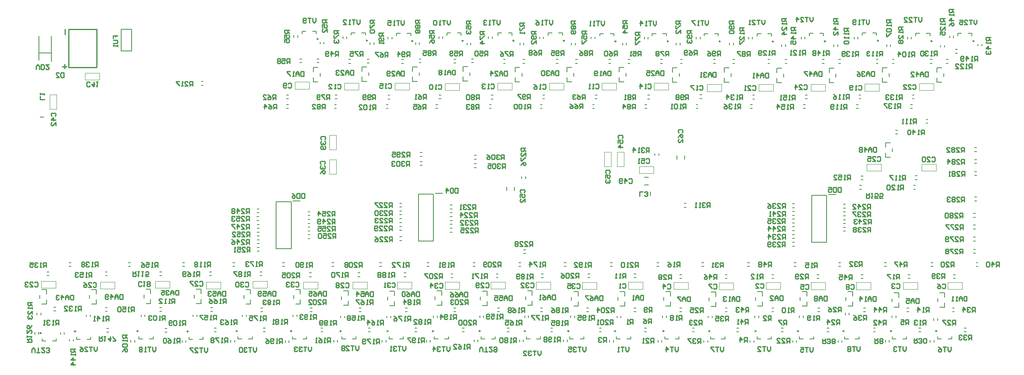
<source format=gbo>
G04*
G04 #@! TF.GenerationSoftware,Altium Limited,Altium Designer,21.6.4 (81)*
G04*
G04 Layer_Color=32896*
%FSLAX43Y43*%
%MOMM*%
G71*
G04*
G04 #@! TF.SameCoordinates,38FC9672-5BFE-4C4D-A481-017CD4E88717*
G04*
G04*
G04 #@! TF.FilePolarity,Positive*
G04*
G01*
G75*
%ADD11C,0.250*%
%ADD12C,0.254*%
%ADD13C,0.200*%
%ADD15C,0.100*%
%ADD16C,0.152*%
%ADD17C,0.220*%
D11*
X193208Y11753D02*
G03*
X193208Y11753I-125J0D01*
G01*
X183664Y11769D02*
G03*
X183664Y11769I-125J0D01*
G01*
X173633Y11753D02*
G03*
X173633Y11753I-125J0D01*
G01*
X164047Y11753D02*
G03*
X164047Y11753I-125J0D01*
G01*
X155095D02*
G03*
X155095Y11753I-125J0D01*
G01*
X145321Y11753D02*
G03*
X145321Y11753I-125J0D01*
G01*
X135635Y11753D02*
G03*
X135635Y11753I-125J0D01*
G01*
X125442Y11753D02*
G03*
X125442Y11753I-125J0D01*
G01*
X115593Y11753D02*
G03*
X115593Y11753I-125J0D01*
G01*
X106410D02*
G03*
X106410Y11753I-125J0D01*
G01*
X96870Y11753D02*
G03*
X96870Y11753I-125J0D01*
G01*
X87002D02*
G03*
X87002Y11753I-125J0D01*
G01*
X77460Y11753D02*
G03*
X77460Y11753I-125J0D01*
G01*
X67510Y11753D02*
G03*
X67510Y11753I-125J0D01*
G01*
X57091Y11753D02*
G03*
X57091Y11753I-125J0D01*
G01*
X45613D02*
G03*
X45613Y11753I-125J0D01*
G01*
X35242Y11688D02*
G03*
X35242Y11688I-125J0D01*
G01*
X24686Y11753D02*
G03*
X24686Y11753I-125J0D01*
G01*
X11512Y11688D02*
G03*
X11512Y11688I-125J0D01*
G01*
X4251Y11337D02*
G03*
X4251Y11337I-125J0D01*
G01*
X201064Y72978D02*
G03*
X201064Y72978I-125J0D01*
G01*
X192215Y72976D02*
G03*
X192215Y72976I-125J0D01*
G01*
X180904Y73069D02*
G03*
X180904Y73069I-125J0D01*
G01*
X169733Y72926D02*
G03*
X169733Y72926I-125J0D01*
G01*
X158742Y72884D02*
G03*
X158742Y72884I-125J0D01*
G01*
X147541Y72920D02*
G03*
X147541Y72920I-125J0D01*
G01*
X136588Y72920D02*
G03*
X136588Y72920I-125J0D01*
G01*
X125534Y72920D02*
G03*
X125534Y72920I-125J0D01*
G01*
X114645Y73052D02*
G03*
X114645Y73052I-125J0D01*
G01*
X104001Y73055D02*
G03*
X104001Y73055I-125J0D01*
G01*
X93273Y73052D02*
G03*
X93273Y73052I-125J0D01*
G01*
X82633Y72959D02*
G03*
X82633Y72959I-125J0D01*
G01*
X73075Y73085D02*
G03*
X73075Y73085I-125J0D01*
G01*
X62698Y73417D02*
G03*
X62698Y73417I-125J0D01*
G01*
D12*
X9182Y67122D02*
Y68122D01*
X8682Y67622D02*
X9582D01*
X9282Y74322D02*
Y75422D01*
X119122Y8419D02*
Y7752D01*
X118789Y7419D01*
X118456Y7752D01*
Y8419D01*
X118122D02*
X117456D01*
X117789D01*
Y7419D01*
X117123Y8252D02*
X116956Y8419D01*
X116623D01*
X116456Y8252D01*
Y8086D01*
X116623Y7919D01*
X116790D01*
X116623D01*
X116456Y7752D01*
Y7586D01*
X116623Y7419D01*
X116956D01*
X117123Y7586D01*
X115457Y8419D02*
X116123D01*
Y7919D01*
X115790Y8086D01*
X115623D01*
X115457Y7919D01*
Y7586D01*
X115623Y7419D01*
X115956D01*
X116123Y7586D01*
X90443Y8487D02*
Y7821D01*
X90110Y7488D01*
X89777Y7821D01*
Y8487D01*
X89443D02*
X88777D01*
X89110D01*
Y7488D01*
X88444Y8321D02*
X88277Y8487D01*
X87944D01*
X87777Y8321D01*
Y8154D01*
X87944Y7987D01*
X88111D01*
X87944D01*
X87777Y7821D01*
Y7654D01*
X87944Y7488D01*
X88277D01*
X88444Y7654D01*
X86944Y7488D02*
Y8487D01*
X87444Y7987D01*
X86778D01*
X61265Y8440D02*
Y7774D01*
X60931Y7440D01*
X60598Y7774D01*
Y8440D01*
X60265D02*
X59598D01*
X59932D01*
Y7440D01*
X59265Y8273D02*
X59099Y8440D01*
X58765D01*
X58599Y8273D01*
Y8107D01*
X58765Y7940D01*
X58932D01*
X58765D01*
X58599Y7774D01*
Y7607D01*
X58765Y7440D01*
X59099D01*
X59265Y7607D01*
X58265Y8273D02*
X58099Y8440D01*
X57766D01*
X57599Y8273D01*
Y8107D01*
X57766Y7940D01*
X57932D01*
X57766D01*
X57599Y7774D01*
Y7607D01*
X57766Y7440D01*
X58099D01*
X58265Y7607D01*
X109653Y7594D02*
Y6928D01*
X109319Y6595D01*
X108986Y6928D01*
Y7594D01*
X108653D02*
X107986D01*
X108320D01*
Y6595D01*
X107653Y7428D02*
X107487Y7594D01*
X107153D01*
X106987Y7428D01*
Y7261D01*
X107153Y7094D01*
X107320D01*
X107153D01*
X106987Y6928D01*
Y6761D01*
X107153Y6595D01*
X107487D01*
X107653Y6761D01*
X105987Y6595D02*
X106654D01*
X105987Y7261D01*
Y7428D01*
X106154Y7594D01*
X106487D01*
X106654Y7428D01*
X81157Y8568D02*
Y7901D01*
X80824Y7568D01*
X80491Y7901D01*
Y8568D01*
X80158D02*
X79491D01*
X79824D01*
Y7568D01*
X79158Y8401D02*
X78991Y8568D01*
X78658D01*
X78491Y8401D01*
Y8235D01*
X78658Y8068D01*
X78825D01*
X78658D01*
X78491Y7901D01*
Y7735D01*
X78658Y7568D01*
X78991D01*
X79158Y7735D01*
X78158Y7568D02*
X77825D01*
X77992D01*
Y8568D01*
X78158Y8401D01*
X49648Y8285D02*
Y7619D01*
X49315Y7286D01*
X48981Y7619D01*
Y8285D01*
X48648D02*
X47982D01*
X48315D01*
Y7286D01*
X47648Y8119D02*
X47482Y8285D01*
X47149D01*
X46982Y8119D01*
Y7952D01*
X47149Y7786D01*
X47315D01*
X47149D01*
X46982Y7619D01*
Y7452D01*
X47149Y7286D01*
X47482D01*
X47648Y7452D01*
X46649Y8119D02*
X46482Y8285D01*
X46149D01*
X45982Y8119D01*
Y7452D01*
X46149Y7286D01*
X46482D01*
X46649Y7452D01*
Y8119D01*
X96712Y7409D02*
Y8075D01*
X97045Y8409D01*
X97378Y8075D01*
Y7409D01*
X97712D02*
X98378D01*
X98045D01*
Y8409D01*
X99378D02*
X98711D01*
X99378Y7742D01*
Y7576D01*
X99211Y7409D01*
X98878D01*
X98711Y7576D01*
X99711Y8242D02*
X99877Y8409D01*
X100211D01*
X100377Y8242D01*
Y7576D01*
X100211Y7409D01*
X99877D01*
X99711Y7576D01*
Y7742D01*
X99877Y7909D01*
X100377D01*
X71231Y8620D02*
Y7953D01*
X70898Y7620D01*
X70564Y7953D01*
Y8620D01*
X70231D02*
X69565D01*
X69898D01*
Y7620D01*
X68565D02*
X69231D01*
X68565Y8287D01*
Y8453D01*
X68732Y8620D01*
X69065D01*
X69231Y8453D01*
X68232D02*
X68065Y8620D01*
X67732D01*
X67565Y8453D01*
Y8287D01*
X67732Y8120D01*
X67565Y7953D01*
Y7787D01*
X67732Y7620D01*
X68065D01*
X68232Y7787D01*
Y7953D01*
X68065Y8120D01*
X68232Y8287D01*
Y8453D01*
X68065Y8120D02*
X67732D01*
X39291Y8241D02*
Y7575D01*
X38958Y7242D01*
X38624Y7575D01*
Y8241D01*
X38291D02*
X37625D01*
X37958D01*
Y7242D01*
X36625D02*
X37291D01*
X36625Y7908D01*
Y8075D01*
X36792Y8241D01*
X37125D01*
X37291Y8075D01*
X36292Y8241D02*
X35625D01*
Y8075D01*
X36292Y7408D01*
Y7242D01*
X16038Y8447D02*
Y7780D01*
X15705Y7447D01*
X15371Y7780D01*
Y8447D01*
X15038D02*
X14372D01*
X14705D01*
Y7447D01*
X13372D02*
X14039D01*
X13372Y8113D01*
Y8280D01*
X13539Y8447D01*
X13872D01*
X14039Y8280D01*
X12372Y8447D02*
X12706Y8280D01*
X13039Y7947D01*
Y7613D01*
X12872Y7447D01*
X12539D01*
X12372Y7613D01*
Y7780D01*
X12539Y7947D01*
X13039D01*
X201656Y77442D02*
Y76775D01*
X201322Y76442D01*
X200989Y76775D01*
Y77442D01*
X200656D02*
X199989D01*
X200323D01*
Y76442D01*
X198990D02*
X199656D01*
X198990Y77109D01*
Y77275D01*
X199156Y77442D01*
X199490D01*
X199656Y77275D01*
X197990Y77442D02*
X198656D01*
Y76942D01*
X198323Y77109D01*
X198157D01*
X197990Y76942D01*
Y76609D01*
X198157Y76442D01*
X198490D01*
X198656Y76609D01*
X167086Y78036D02*
Y77369D01*
X166753Y77036D01*
X166419Y77369D01*
Y78036D01*
X166086D02*
X165420D01*
X165753D01*
Y77036D01*
X164420D02*
X165086D01*
X164420Y77702D01*
Y77869D01*
X164587Y78036D01*
X164920D01*
X165086Y77869D01*
X163587Y77036D02*
Y78036D01*
X164087Y77536D01*
X163420D01*
X2253Y7202D02*
Y7869D01*
X2586Y8202D01*
X2919Y7869D01*
Y7202D01*
X3252D02*
X3919D01*
X3586D01*
Y8202D01*
X4919D02*
X4252D01*
X4919Y7536D01*
Y7369D01*
X4752Y7202D01*
X4419D01*
X4252Y7369D01*
X5252D02*
X5418Y7202D01*
X5752D01*
X5918Y7369D01*
Y7536D01*
X5752Y7702D01*
X5585D01*
X5752D01*
X5918Y7869D01*
Y8036D01*
X5752Y8202D01*
X5418D01*
X5252Y8036D01*
X189981Y77993D02*
Y77327D01*
X189648Y76994D01*
X189315Y77327D01*
Y77993D01*
X188981D02*
X188315D01*
X188648D01*
Y76994D01*
X187315D02*
X187982D01*
X187315Y77660D01*
Y77827D01*
X187482Y77993D01*
X187815D01*
X187982Y77827D01*
X186315Y76994D02*
X186982D01*
X186315Y77660D01*
Y77827D01*
X186482Y77993D01*
X186815D01*
X186982Y77827D01*
X156882Y77449D02*
Y76783D01*
X156549Y76450D01*
X156216Y76783D01*
Y77449D01*
X155883D02*
X155216D01*
X155550D01*
Y76450D01*
X154217D02*
X154883D01*
X154217Y77116D01*
Y77283D01*
X154383Y77449D01*
X154716D01*
X154883Y77283D01*
X153883Y76450D02*
X153550D01*
X153717D01*
Y77449D01*
X153883Y77283D01*
X178968Y77456D02*
Y76790D01*
X178635Y76457D01*
X178302Y76790D01*
Y77456D01*
X177969D02*
X177302D01*
X177635D01*
Y76457D01*
X176969D02*
X176636D01*
X176802D01*
Y77456D01*
X176969Y77290D01*
X176136Y76623D02*
X175969Y76457D01*
X175636D01*
X175469Y76623D01*
Y77290D01*
X175636Y77456D01*
X175969D01*
X176136Y77290D01*
Y77123D01*
X175969Y76956D01*
X175469D01*
X28383Y8415D02*
Y7748D01*
X28050Y7415D01*
X27717Y7748D01*
Y8415D01*
X27384D02*
X26717D01*
X27051D01*
Y7415D01*
X26384D02*
X26051D01*
X26217D01*
Y8415D01*
X26384Y8248D01*
X25551D02*
X25384Y8415D01*
X25051D01*
X24885Y8248D01*
Y8081D01*
X25051Y7915D01*
X24885Y7748D01*
Y7582D01*
X25051Y7415D01*
X25384D01*
X25551Y7582D01*
Y7748D01*
X25384Y7915D01*
X25551Y8081D01*
Y8248D01*
X25384Y7915D02*
X25051D01*
X145005Y77308D02*
Y76642D01*
X144671Y76309D01*
X144338Y76642D01*
Y77308D01*
X144005D02*
X143338D01*
X143672D01*
Y76309D01*
X143005D02*
X142672D01*
X142839D01*
Y77308D01*
X143005Y77142D01*
X142172Y77308D02*
X141506D01*
Y77142D01*
X142172Y76475D01*
Y76309D01*
X112109Y77405D02*
Y76738D01*
X111776Y76405D01*
X111443Y76738D01*
Y77405D01*
X111109D02*
X110443D01*
X110776D01*
Y76405D01*
X110110D02*
X109777D01*
X109943D01*
Y77405D01*
X110110Y77238D01*
X108610Y77405D02*
X108943Y77238D01*
X109277Y76905D01*
Y76572D01*
X109110Y76405D01*
X108777D01*
X108610Y76572D01*
Y76738D01*
X108777Y76905D01*
X109277D01*
X80824Y77303D02*
Y76637D01*
X80491Y76303D01*
X80157Y76637D01*
Y77303D01*
X79824D02*
X79158D01*
X79491D01*
Y76303D01*
X78825D02*
X78491D01*
X78658D01*
Y77303D01*
X78825Y77136D01*
X77325Y77303D02*
X77991D01*
Y76803D01*
X77658Y76970D01*
X77492D01*
X77325Y76803D01*
Y76470D01*
X77492Y76303D01*
X77825D01*
X77991Y76470D01*
X134011Y77229D02*
Y76563D01*
X133678Y76229D01*
X133345Y76563D01*
Y77229D01*
X133012D02*
X132345D01*
X132679D01*
Y76229D01*
X132012D02*
X131679D01*
X131845D01*
Y77229D01*
X132012Y77062D01*
X130679Y76229D02*
Y77229D01*
X131179Y76729D01*
X130513D01*
X101032Y77405D02*
Y76738D01*
X100699Y76405D01*
X100366Y76738D01*
Y77405D01*
X100033D02*
X99366D01*
X99700D01*
Y76405D01*
X99033D02*
X98700D01*
X98866D01*
Y77405D01*
X99033Y77238D01*
X98200D02*
X98033Y77405D01*
X97700D01*
X97534Y77238D01*
Y77072D01*
X97700Y76905D01*
X97867D01*
X97700D01*
X97534Y76738D01*
Y76572D01*
X97700Y76405D01*
X98033D01*
X98200Y76572D01*
X71453Y77509D02*
Y76843D01*
X71119Y76510D01*
X70786Y76843D01*
Y77509D01*
X70453D02*
X69786D01*
X70120D01*
Y76510D01*
X69453D02*
X69120D01*
X69287D01*
Y77509D01*
X69453Y77343D01*
X67954Y76510D02*
X68620D01*
X67954Y77176D01*
Y77343D01*
X68120Y77509D01*
X68454D01*
X68620Y77343D01*
X123046Y77233D02*
Y76566D01*
X122713Y76233D01*
X122380Y76566D01*
Y77233D01*
X122047D02*
X121380D01*
X121714D01*
Y76233D01*
X121047D02*
X120714D01*
X120880D01*
Y77233D01*
X121047Y77066D01*
X120214Y76233D02*
X119881D01*
X120047D01*
Y77233D01*
X120214Y77066D01*
X90521Y77364D02*
Y76698D01*
X90188Y76365D01*
X89855Y76698D01*
Y77364D01*
X89522D02*
X88855D01*
X89188D01*
Y76365D01*
X88522D02*
X88189D01*
X88355D01*
Y77364D01*
X88522Y77198D01*
X87689D02*
X87522Y77364D01*
X87189D01*
X87022Y77198D01*
Y76531D01*
X87189Y76365D01*
X87522D01*
X87689Y76531D01*
Y77198D01*
X62158Y77851D02*
Y77184D01*
X61825Y76851D01*
X61492Y77184D01*
Y77851D01*
X61158D02*
X60492D01*
X60825D01*
Y76851D01*
X60159Y77018D02*
X59992Y76851D01*
X59659D01*
X59492Y77018D01*
Y77684D01*
X59659Y77851D01*
X59992D01*
X60159Y77684D01*
Y77518D01*
X59992Y77351D01*
X59492D01*
X177013Y8455D02*
Y7789D01*
X176680Y7455D01*
X176347Y7789D01*
Y8455D01*
X176014D02*
X175347D01*
X175680D01*
Y7455D01*
X175014Y8288D02*
X174847Y8455D01*
X174514D01*
X174348Y8288D01*
Y8122D01*
X174514Y7955D01*
X174348Y7789D01*
Y7622D01*
X174514Y7455D01*
X174847D01*
X175014Y7622D01*
Y7789D01*
X174847Y7955D01*
X175014Y8122D01*
Y8288D01*
X174847Y7955D02*
X174514D01*
X148157Y8386D02*
Y7720D01*
X147823Y7386D01*
X147490Y7720D01*
Y8386D01*
X147157D02*
X146490D01*
X146824D01*
Y7386D01*
X146157Y8386D02*
X145491D01*
Y8219D01*
X146157Y7553D01*
Y7386D01*
X196193Y8398D02*
Y7731D01*
X195859Y7398D01*
X195526Y7731D01*
Y8398D01*
X195193D02*
X194526D01*
X194860D01*
Y7398D01*
X193527Y8398D02*
X193860Y8231D01*
X194193Y7898D01*
Y7565D01*
X194027Y7398D01*
X193693D01*
X193527Y7565D01*
Y7731D01*
X193693Y7898D01*
X194193D01*
X167084Y8321D02*
Y7655D01*
X166751Y7321D01*
X166418Y7655D01*
Y8321D01*
X166085D02*
X165418D01*
X165751D01*
Y7321D01*
X164419Y8321D02*
X165085D01*
Y7821D01*
X164752Y7988D01*
X164585D01*
X164419Y7821D01*
Y7488D01*
X164585Y7321D01*
X164918D01*
X165085Y7488D01*
X138612Y8430D02*
Y7763D01*
X138279Y7430D01*
X137945Y7763D01*
Y8430D01*
X137612D02*
X136946D01*
X137279D01*
Y7430D01*
X136113D02*
Y8430D01*
X136613Y7930D01*
X135946D01*
X186722Y8494D02*
Y7828D01*
X186389Y7495D01*
X186056Y7828D01*
Y8494D01*
X185723D02*
X185056D01*
X185389D01*
Y7495D01*
X184723Y8328D02*
X184556Y8494D01*
X184223D01*
X184057Y8328D01*
Y8161D01*
X184223Y7995D01*
X184390D01*
X184223D01*
X184057Y7828D01*
Y7661D01*
X184223Y7495D01*
X184556D01*
X184723Y7661D01*
X158085Y8467D02*
Y7801D01*
X157751Y7467D01*
X157418Y7801D01*
Y8467D01*
X157085D02*
X156419D01*
X156752D01*
Y7467D01*
X155419D02*
X156085D01*
X155419Y8134D01*
Y8300D01*
X155586Y8467D01*
X155919D01*
X156085Y8300D01*
X128186Y8425D02*
Y7759D01*
X127853Y7426D01*
X127519Y7759D01*
Y8425D01*
X127186D02*
X126520D01*
X126853D01*
Y7426D01*
X126186D02*
X125853D01*
X126020D01*
Y8425D01*
X126186Y8259D01*
X3175Y67016D02*
Y67682D01*
X3508Y68015D01*
X3841Y67682D01*
Y67016D01*
X4174D02*
Y68015D01*
X4674D01*
X4841Y67849D01*
Y67182D01*
X4674Y67016D01*
X4174D01*
X5840Y68015D02*
X5174D01*
X5840Y67349D01*
Y67182D01*
X5674Y67016D01*
X5341D01*
X5174Y67182D01*
X132486Y49463D02*
Y50462D01*
X131986D01*
X131819Y50296D01*
Y49963D01*
X131986Y49796D01*
X132486D01*
X132153D02*
X131819Y49463D01*
X131486Y50296D02*
X131320Y50462D01*
X130986D01*
X130820Y50296D01*
Y50129D01*
X130986Y49963D01*
X131153D01*
X130986D01*
X130820Y49796D01*
Y49629D01*
X130986Y49463D01*
X131320D01*
X131486Y49629D01*
X130486Y49463D02*
X130153D01*
X130320D01*
Y50462D01*
X130486Y50296D01*
X129154Y49463D02*
Y50462D01*
X129653Y49963D01*
X128987D01*
X145343Y37844D02*
Y38844D01*
X144844D01*
X144677Y38677D01*
Y38344D01*
X144844Y38177D01*
X145343D01*
X145010D02*
X144677Y37844D01*
X144344Y38677D02*
X144177Y38844D01*
X143844D01*
X143677Y38677D01*
Y38510D01*
X143844Y38344D01*
X144011D01*
X143844D01*
X143677Y38177D01*
Y38011D01*
X143844Y37844D01*
X144177D01*
X144344Y38011D01*
X143344Y37844D02*
X143011D01*
X143177D01*
Y38844D01*
X143344Y38677D01*
X142511Y37844D02*
X142178D01*
X142344D01*
Y38844D01*
X142511Y38677D01*
X101916Y48002D02*
Y49002D01*
X101416D01*
X101250Y48835D01*
Y48502D01*
X101416Y48335D01*
X101916D01*
X101583D02*
X101250Y48002D01*
X100916Y48835D02*
X100750Y49002D01*
X100417D01*
X100250Y48835D01*
Y48669D01*
X100417Y48502D01*
X100583D01*
X100417D01*
X100250Y48335D01*
Y48169D01*
X100417Y48002D01*
X100750D01*
X100916Y48169D01*
X99917Y48835D02*
X99750Y49002D01*
X99417D01*
X99250Y48835D01*
Y48169D01*
X99417Y48002D01*
X99750D01*
X99917Y48169D01*
Y48835D01*
X98251Y49002D02*
X98584Y48835D01*
X98917Y48502D01*
Y48169D01*
X98750Y48002D01*
X98417D01*
X98251Y48169D01*
Y48335D01*
X98417Y48502D01*
X98917D01*
X102122Y46105D02*
Y47105D01*
X101622D01*
X101456Y46938D01*
Y46605D01*
X101622Y46438D01*
X102122D01*
X101789D02*
X101456Y46105D01*
X101122Y46938D02*
X100956Y47105D01*
X100622D01*
X100456Y46938D01*
Y46772D01*
X100622Y46605D01*
X100789D01*
X100622D01*
X100456Y46438D01*
Y46272D01*
X100622Y46105D01*
X100956D01*
X101122Y46272D01*
X100123Y46938D02*
X99956Y47105D01*
X99623D01*
X99456Y46938D01*
Y46272D01*
X99623Y46105D01*
X99956D01*
X100123Y46272D01*
Y46938D01*
X98457Y47105D02*
X99123D01*
Y46605D01*
X98790Y46772D01*
X98623D01*
X98457Y46605D01*
Y46272D01*
X98623Y46105D01*
X98956D01*
X99123Y46272D01*
X81865Y46629D02*
Y47629D01*
X81365D01*
X81199Y47462D01*
Y47129D01*
X81365Y46963D01*
X81865D01*
X81532D02*
X81199Y46629D01*
X80866Y47462D02*
X80699Y47629D01*
X80366D01*
X80199Y47462D01*
Y47296D01*
X80366Y47129D01*
X80532D01*
X80366D01*
X80199Y46963D01*
Y46796D01*
X80366Y46629D01*
X80699D01*
X80866Y46796D01*
X79866Y47462D02*
X79699Y47629D01*
X79366D01*
X79200Y47462D01*
Y46796D01*
X79366Y46629D01*
X79699D01*
X79866Y46796D01*
Y47462D01*
X78866D02*
X78700Y47629D01*
X78366D01*
X78200Y47462D01*
Y47296D01*
X78366Y47129D01*
X78533D01*
X78366D01*
X78200Y46963D01*
Y46796D01*
X78366Y46629D01*
X78700D01*
X78866Y46796D01*
X81962Y48571D02*
Y49571D01*
X81462D01*
X81295Y49404D01*
Y49071D01*
X81462Y48904D01*
X81962D01*
X81628D02*
X81295Y48571D01*
X80295D02*
X80962D01*
X80295Y49237D01*
Y49404D01*
X80462Y49571D01*
X80795D01*
X80962Y49404D01*
X79962Y48738D02*
X79796Y48571D01*
X79462D01*
X79296Y48738D01*
Y49404D01*
X79462Y49571D01*
X79796D01*
X79962Y49404D01*
Y49237D01*
X79796Y49071D01*
X79296D01*
X78296Y49571D02*
X78963D01*
Y49071D01*
X78629Y49237D01*
X78463D01*
X78296Y49071D01*
Y48738D01*
X78463Y48571D01*
X78796D01*
X78963Y48738D01*
X199014Y47025D02*
Y48025D01*
X198514D01*
X198348Y47859D01*
Y47525D01*
X198514Y47359D01*
X199014D01*
X198681D02*
X198348Y47025D01*
X197348D02*
X198014D01*
X197348Y47692D01*
Y47859D01*
X197515Y48025D01*
X197848D01*
X198014Y47859D01*
X197015D02*
X196848Y48025D01*
X196515D01*
X196348Y47859D01*
Y47692D01*
X196515Y47525D01*
X196348Y47359D01*
Y47192D01*
X196515Y47025D01*
X196848D01*
X197015Y47192D01*
Y47359D01*
X196848Y47525D01*
X197015Y47692D01*
Y47859D01*
X196848Y47525D02*
X196515D01*
X195515Y47025D02*
Y48025D01*
X196015Y47525D01*
X195349D01*
X199023Y39092D02*
Y40092D01*
X198523D01*
X198356Y39925D01*
Y39592D01*
X198523Y39425D01*
X199023D01*
X198689D02*
X198356Y39092D01*
X197356D02*
X198023D01*
X197356Y39759D01*
Y39925D01*
X197523Y40092D01*
X197856D01*
X198023Y39925D01*
X197023D02*
X196857Y40092D01*
X196523D01*
X196357Y39925D01*
Y39759D01*
X196523Y39592D01*
X196357Y39425D01*
Y39259D01*
X196523Y39092D01*
X196857D01*
X197023Y39259D01*
Y39425D01*
X196857Y39592D01*
X197023Y39759D01*
Y39925D01*
X196857Y39592D02*
X196523D01*
X196024Y39925D02*
X195857Y40092D01*
X195524D01*
X195357Y39925D01*
Y39759D01*
X195524Y39592D01*
X195690D01*
X195524D01*
X195357Y39425D01*
Y39259D01*
X195524Y39092D01*
X195857D01*
X196024Y39259D01*
X198976Y49525D02*
Y50525D01*
X198476D01*
X198309Y50358D01*
Y50025D01*
X198476Y49858D01*
X198976D01*
X198642D02*
X198309Y49525D01*
X197310D02*
X197976D01*
X197310Y50191D01*
Y50358D01*
X197476Y50525D01*
X197809D01*
X197976Y50358D01*
X196976D02*
X196810Y50525D01*
X196476D01*
X196310Y50358D01*
Y50191D01*
X196476Y50025D01*
X196310Y49858D01*
Y49692D01*
X196476Y49525D01*
X196810D01*
X196976Y49692D01*
Y49858D01*
X196810Y50025D01*
X196976Y50191D01*
Y50358D01*
X196810Y50025D02*
X196476D01*
X195310Y49525D02*
X195977D01*
X195310Y50191D01*
Y50358D01*
X195477Y50525D01*
X195810D01*
X195977Y50358D01*
X199071Y44487D02*
Y45486D01*
X198571D01*
X198405Y45320D01*
Y44987D01*
X198571Y44820D01*
X199071D01*
X198738D02*
X198405Y44487D01*
X197405D02*
X198071D01*
X197405Y45153D01*
Y45320D01*
X197571Y45486D01*
X197905D01*
X198071Y45320D01*
X197072D02*
X196905Y45486D01*
X196572D01*
X196405Y45320D01*
Y45153D01*
X196572Y44987D01*
X196405Y44820D01*
Y44653D01*
X196572Y44487D01*
X196905D01*
X197072Y44653D01*
Y44820D01*
X196905Y44987D01*
X197072Y45153D01*
Y45320D01*
X196905Y44987D02*
X196572D01*
X196072Y44487D02*
X195739D01*
X195905D01*
Y45486D01*
X196072Y45320D01*
X198623Y35689D02*
Y36689D01*
X198123D01*
X197956Y36522D01*
Y36189D01*
X198123Y36022D01*
X198623D01*
X198290D02*
X197956Y35689D01*
X196957D02*
X197623D01*
X196957Y36355D01*
Y36522D01*
X197123Y36689D01*
X197456D01*
X197623Y36522D01*
X196623D02*
X196457Y36689D01*
X196124D01*
X195957Y36522D01*
Y36355D01*
X196124Y36189D01*
X195957Y36022D01*
Y35855D01*
X196124Y35689D01*
X196457D01*
X196623Y35855D01*
Y36022D01*
X196457Y36189D01*
X196623Y36355D01*
Y36522D01*
X196457Y36189D02*
X196124D01*
X195624Y36522D02*
X195457Y36689D01*
X195124D01*
X194957Y36522D01*
Y35855D01*
X195124Y35689D01*
X195457D01*
X195624Y35855D01*
Y36522D01*
X198722Y30678D02*
Y31678D01*
X198222D01*
X198055Y31511D01*
Y31178D01*
X198222Y31011D01*
X198722D01*
X198389D02*
X198055Y30678D01*
X197056D02*
X197722D01*
X197056Y31344D01*
Y31511D01*
X197222Y31678D01*
X197556D01*
X197722Y31511D01*
X196723Y31678D02*
X196056D01*
Y31511D01*
X196723Y30845D01*
Y30678D01*
X195723Y30845D02*
X195556Y30678D01*
X195223D01*
X195056Y30845D01*
Y31511D01*
X195223Y31678D01*
X195556D01*
X195723Y31511D01*
Y31344D01*
X195556Y31178D01*
X195056D01*
X198667Y28101D02*
Y29100D01*
X198167D01*
X198001Y28934D01*
Y28601D01*
X198167Y28434D01*
X198667D01*
X198334D02*
X198001Y28101D01*
X197001D02*
X197668D01*
X197001Y28767D01*
Y28934D01*
X197168Y29100D01*
X197501D01*
X197668Y28934D01*
X196668Y29100D02*
X196001D01*
Y28934D01*
X196668Y28267D01*
Y28101D01*
X195668Y28934D02*
X195502Y29100D01*
X195168D01*
X195002Y28934D01*
Y28767D01*
X195168Y28601D01*
X195002Y28434D01*
Y28267D01*
X195168Y28101D01*
X195502D01*
X195668Y28267D01*
Y28434D01*
X195502Y28601D01*
X195668Y28767D01*
Y28934D01*
X195502Y28601D02*
X195168D01*
X198748Y33208D02*
Y34208D01*
X198248D01*
X198081Y34041D01*
Y33708D01*
X198248Y33541D01*
X198748D01*
X198414D02*
X198081Y33208D01*
X197081D02*
X197748D01*
X197081Y33874D01*
Y34041D01*
X197248Y34208D01*
X197581D01*
X197748Y34041D01*
X196748Y34208D02*
X196082D01*
Y34041D01*
X196748Y33375D01*
Y33208D01*
X195748Y34208D02*
X195082D01*
Y34041D01*
X195748Y33375D01*
Y33208D01*
X106463Y50387D02*
X105463D01*
Y49887D01*
X105630Y49721D01*
X105963D01*
X106130Y49887D01*
Y50387D01*
Y50054D02*
X106463Y49721D01*
Y48721D02*
Y49388D01*
X105797Y48721D01*
X105630D01*
X105463Y48888D01*
Y49221D01*
X105630Y49388D01*
X105463Y48388D02*
Y47721D01*
X105630D01*
X106296Y48388D01*
X106463D01*
X105463Y46722D02*
X105630Y47055D01*
X105963Y47388D01*
X106296D01*
X106463Y47222D01*
Y46888D01*
X106296Y46722D01*
X106130D01*
X105963Y46888D01*
Y47388D01*
X66235Y32860D02*
Y33859D01*
X65735D01*
X65569Y33693D01*
Y33359D01*
X65735Y33193D01*
X66235D01*
X65902D02*
X65569Y32860D01*
X64569D02*
X65235D01*
X64569Y33526D01*
Y33693D01*
X64735Y33859D01*
X65069D01*
X65235Y33693D01*
X63569Y33859D02*
X64236D01*
Y33359D01*
X63902Y33526D01*
X63736D01*
X63569Y33359D01*
Y33026D01*
X63736Y32860D01*
X64069D01*
X64236Y33026D01*
X62569Y33859D02*
X63236D01*
Y33359D01*
X62903Y33526D01*
X62736D01*
X62569Y33359D01*
Y33026D01*
X62736Y32860D01*
X63069D01*
X63236Y33026D01*
X66188Y36051D02*
Y37050D01*
X65688D01*
X65522Y36884D01*
Y36551D01*
X65688Y36384D01*
X66188D01*
X65855D02*
X65522Y36051D01*
X64522D02*
X65189D01*
X64522Y36717D01*
Y36884D01*
X64689Y37050D01*
X65022D01*
X65189Y36884D01*
X63522Y37050D02*
X64189D01*
Y36551D01*
X63856Y36717D01*
X63689D01*
X63522Y36551D01*
Y36217D01*
X63689Y36051D01*
X64022D01*
X64189Y36217D01*
X62689Y36051D02*
Y37050D01*
X63189Y36551D01*
X62523D01*
X48081Y34980D02*
Y35979D01*
X47581D01*
X47415Y35813D01*
Y35479D01*
X47581Y35313D01*
X48081D01*
X47748D02*
X47415Y34980D01*
X46415D02*
X47082D01*
X46415Y35646D01*
Y35813D01*
X46582Y35979D01*
X46915D01*
X47082Y35813D01*
X45415Y35979D02*
X46082D01*
Y35479D01*
X45749Y35646D01*
X45582D01*
X45415Y35479D01*
Y35146D01*
X45582Y34980D01*
X45915D01*
X46082Y35146D01*
X45082Y35813D02*
X44916Y35979D01*
X44582D01*
X44416Y35813D01*
Y35646D01*
X44582Y35479D01*
X44749D01*
X44582D01*
X44416Y35313D01*
Y35146D01*
X44582Y34980D01*
X44916D01*
X45082Y35146D01*
X48210Y31707D02*
Y32706D01*
X47710D01*
X47544Y32540D01*
Y32207D01*
X47710Y32040D01*
X48210D01*
X47877D02*
X47544Y31707D01*
X46544D02*
X47210D01*
X46544Y32373D01*
Y32540D01*
X46711Y32706D01*
X47044D01*
X47210Y32540D01*
X45544Y32706D02*
X46211D01*
Y32207D01*
X45878Y32373D01*
X45711D01*
X45544Y32207D01*
Y31873D01*
X45711Y31707D01*
X46044D01*
X46211Y31873D01*
X44545Y31707D02*
X45211D01*
X44545Y32373D01*
Y32540D01*
X44711Y32706D01*
X45044D01*
X45211Y32540D01*
X48244Y28494D02*
Y29494D01*
X47744D01*
X47578Y29327D01*
Y28994D01*
X47744Y28828D01*
X48244D01*
X47911D02*
X47578Y28494D01*
X46578D02*
X47245D01*
X46578Y29161D01*
Y29327D01*
X46745Y29494D01*
X47078D01*
X47245Y29327D01*
X45578Y29494D02*
X46245D01*
Y28994D01*
X45912Y29161D01*
X45745D01*
X45578Y28994D01*
Y28661D01*
X45745Y28494D01*
X46078D01*
X46245Y28661D01*
X45245Y28494D02*
X44912D01*
X45079D01*
Y29494D01*
X45245Y29327D01*
X66359Y31347D02*
Y32347D01*
X65859D01*
X65692Y32180D01*
Y31847D01*
X65859Y31681D01*
X66359D01*
X66026D02*
X65692Y31347D01*
X64693D02*
X65359D01*
X64693Y32014D01*
Y32180D01*
X64859Y32347D01*
X65193D01*
X65359Y32180D01*
X63693Y32347D02*
X64359D01*
Y31847D01*
X64026Y32014D01*
X63860D01*
X63693Y31847D01*
Y31514D01*
X63860Y31347D01*
X64193D01*
X64359Y31514D01*
X63360Y32180D02*
X63193Y32347D01*
X62860D01*
X62693Y32180D01*
Y31514D01*
X62860Y31347D01*
X63193D01*
X63360Y31514D01*
Y32180D01*
X66195Y34422D02*
Y35421D01*
X65695D01*
X65528Y35255D01*
Y34922D01*
X65695Y34755D01*
X66195D01*
X65862D02*
X65528Y34422D01*
X64529D02*
X65195D01*
X64529Y35088D01*
Y35255D01*
X64695Y35421D01*
X65029D01*
X65195Y35255D01*
X63696Y34422D02*
Y35421D01*
X64196Y34922D01*
X63529D01*
X63196Y34588D02*
X63029Y34422D01*
X62696D01*
X62529Y34588D01*
Y35255D01*
X62696Y35421D01*
X63029D01*
X63196Y35255D01*
Y35088D01*
X63029Y34922D01*
X62529D01*
X48103Y36575D02*
Y37575D01*
X47603D01*
X47436Y37408D01*
Y37075D01*
X47603Y36909D01*
X48103D01*
X47770D02*
X47436Y36575D01*
X46437D02*
X47103D01*
X46437Y37242D01*
Y37408D01*
X46603Y37575D01*
X46937D01*
X47103Y37408D01*
X45604Y36575D02*
Y37575D01*
X46104Y37075D01*
X45437D01*
X45104Y37408D02*
X44937Y37575D01*
X44604D01*
X44437Y37408D01*
Y37242D01*
X44604Y37075D01*
X44437Y36909D01*
Y36742D01*
X44604Y36575D01*
X44937D01*
X45104Y36742D01*
Y36909D01*
X44937Y37075D01*
X45104Y37242D01*
Y37408D01*
X44937Y37075D02*
X44604D01*
X48090Y33327D02*
Y34327D01*
X47590D01*
X47423Y34160D01*
Y33827D01*
X47590Y33660D01*
X48090D01*
X47757D02*
X47423Y33327D01*
X46424D02*
X47090D01*
X46424Y33993D01*
Y34160D01*
X46590Y34327D01*
X46923D01*
X47090Y34160D01*
X45591Y33327D02*
Y34327D01*
X46090Y33827D01*
X45424D01*
X45091Y34327D02*
X44424D01*
Y34160D01*
X45091Y33493D01*
Y33327D01*
X48094Y30088D02*
Y31087D01*
X47594D01*
X47427Y30921D01*
Y30587D01*
X47594Y30421D01*
X48094D01*
X47760D02*
X47427Y30088D01*
X46427D02*
X47094D01*
X46427Y30754D01*
Y30921D01*
X46594Y31087D01*
X46927D01*
X47094Y30921D01*
X45594Y30088D02*
Y31087D01*
X46094Y30587D01*
X45428D01*
X44428Y31087D02*
X44761Y30921D01*
X45095Y30587D01*
Y30254D01*
X44928Y30088D01*
X44595D01*
X44428Y30254D01*
Y30421D01*
X44595Y30587D01*
X45095D01*
X161190Y32877D02*
Y33877D01*
X160690D01*
X160524Y33711D01*
Y33377D01*
X160690Y33211D01*
X161190D01*
X160857D02*
X160524Y32877D01*
X159524D02*
X160191D01*
X159524Y33544D01*
Y33711D01*
X159691Y33877D01*
X160024D01*
X160191Y33711D01*
X158691Y32877D02*
Y33877D01*
X159191Y33377D01*
X158524D01*
X157691Y32877D02*
Y33877D01*
X158191Y33377D01*
X157525D01*
X179350Y34369D02*
Y35368D01*
X178850D01*
X178684Y35202D01*
Y34869D01*
X178850Y34702D01*
X179350D01*
X179017D02*
X178684Y34369D01*
X177684D02*
X178350D01*
X177684Y35035D01*
Y35202D01*
X177851Y35368D01*
X178184D01*
X178350Y35202D01*
X176851Y34369D02*
Y35368D01*
X177351Y34869D01*
X176684D01*
X176351Y35202D02*
X176184Y35368D01*
X175851D01*
X175685Y35202D01*
Y35035D01*
X175851Y34869D01*
X176018D01*
X175851D01*
X175685Y34702D01*
Y34535D01*
X175851Y34369D01*
X176184D01*
X176351Y34535D01*
X179160Y37561D02*
Y38561D01*
X178660D01*
X178493Y38394D01*
Y38061D01*
X178660Y37894D01*
X179160D01*
X178826D02*
X178493Y37561D01*
X177493D02*
X178160D01*
X177493Y38227D01*
Y38394D01*
X177660Y38561D01*
X177993D01*
X178160Y38394D01*
X176660Y37561D02*
Y38561D01*
X177160Y38061D01*
X176494D01*
X175494Y37561D02*
X176161D01*
X175494Y38227D01*
Y38394D01*
X175661Y38561D01*
X175994D01*
X176161Y38394D01*
X161219Y36024D02*
Y37024D01*
X160719D01*
X160553Y36857D01*
Y36524D01*
X160719Y36357D01*
X161219D01*
X160886D02*
X160553Y36024D01*
X159553D02*
X160219D01*
X159553Y36691D01*
Y36857D01*
X159719Y37024D01*
X160053D01*
X160219Y36857D01*
X158720Y36024D02*
Y37024D01*
X159220Y36524D01*
X158553D01*
X158220Y36024D02*
X157887D01*
X158053D01*
Y37024D01*
X158220Y36857D01*
X161186Y29551D02*
Y30550D01*
X160686D01*
X160519Y30384D01*
Y30050D01*
X160686Y29884D01*
X161186D01*
X160852D02*
X160519Y29551D01*
X159519D02*
X160186D01*
X159519Y30217D01*
Y30384D01*
X159686Y30550D01*
X160019D01*
X160186Y30384D01*
X159186D02*
X159020Y30550D01*
X158686D01*
X158520Y30384D01*
Y30217D01*
X158686Y30050D01*
X158853D01*
X158686D01*
X158520Y29884D01*
Y29717D01*
X158686Y29551D01*
X159020D01*
X159186Y29717D01*
X158187D02*
X158020Y29551D01*
X157687D01*
X157520Y29717D01*
Y30384D01*
X157687Y30550D01*
X158020D01*
X158187Y30384D01*
Y30217D01*
X158020Y30050D01*
X157520D01*
X179221Y32677D02*
Y33677D01*
X178721D01*
X178555Y33510D01*
Y33177D01*
X178721Y33010D01*
X179221D01*
X178888D02*
X178555Y32677D01*
X177555D02*
X178222D01*
X177555Y33343D01*
Y33510D01*
X177722Y33677D01*
X178055D01*
X178222Y33510D01*
X177222D02*
X177055Y33677D01*
X176722D01*
X176555Y33510D01*
Y33343D01*
X176722Y33177D01*
X176889D01*
X176722D01*
X176555Y33010D01*
Y32844D01*
X176722Y32677D01*
X177055D01*
X177222Y32844D01*
X176222Y33510D02*
X176056Y33677D01*
X175722D01*
X175556Y33510D01*
Y33343D01*
X175722Y33177D01*
X175556Y33010D01*
Y32844D01*
X175722Y32677D01*
X176056D01*
X176222Y32844D01*
Y33010D01*
X176056Y33177D01*
X176222Y33343D01*
Y33510D01*
X176056Y33177D02*
X175722D01*
X179154Y35937D02*
Y36937D01*
X178654D01*
X178488Y36770D01*
Y36437D01*
X178654Y36270D01*
X179154D01*
X178821D02*
X178488Y35937D01*
X177488D02*
X178154D01*
X177488Y36604D01*
Y36770D01*
X177655Y36937D01*
X177988D01*
X178154Y36770D01*
X177155D02*
X176988Y36937D01*
X176655D01*
X176488Y36770D01*
Y36604D01*
X176655Y36437D01*
X176821D01*
X176655D01*
X176488Y36270D01*
Y36104D01*
X176655Y35937D01*
X176988D01*
X177155Y36104D01*
X176155Y36937D02*
X175489D01*
Y36770D01*
X176155Y36104D01*
Y35937D01*
X161202Y37686D02*
Y38686D01*
X160702D01*
X160536Y38519D01*
Y38186D01*
X160702Y38019D01*
X161202D01*
X160869D02*
X160536Y37686D01*
X159536D02*
X160202D01*
X159536Y38353D01*
Y38519D01*
X159703Y38686D01*
X160036D01*
X160202Y38519D01*
X159203D02*
X159036Y38686D01*
X158703D01*
X158536Y38519D01*
Y38353D01*
X158703Y38186D01*
X158869D01*
X158703D01*
X158536Y38019D01*
Y37853D01*
X158703Y37686D01*
X159036D01*
X159203Y37853D01*
X157537Y38686D02*
X157870Y38519D01*
X158203Y38186D01*
Y37853D01*
X158036Y37686D01*
X157703D01*
X157537Y37853D01*
Y38019D01*
X157703Y38186D01*
X158203D01*
X161181Y34465D02*
Y35464D01*
X160681D01*
X160514Y35298D01*
Y34964D01*
X160681Y34798D01*
X161181D01*
X160847D02*
X160514Y34465D01*
X159514D02*
X160181D01*
X159514Y35131D01*
Y35298D01*
X159681Y35464D01*
X160014D01*
X160181Y35298D01*
X159181D02*
X159015Y35464D01*
X158681D01*
X158515Y35298D01*
Y35131D01*
X158681Y34964D01*
X158848D01*
X158681D01*
X158515Y34798D01*
Y34631D01*
X158681Y34465D01*
X159015D01*
X159181Y34631D01*
X157515Y35464D02*
X158182D01*
Y34964D01*
X157848Y35131D01*
X157682D01*
X157515Y34964D01*
Y34631D01*
X157682Y34465D01*
X158015D01*
X158182Y34631D01*
X161214Y31178D02*
Y32178D01*
X160714D01*
X160548Y32011D01*
Y31678D01*
X160714Y31511D01*
X161214D01*
X160881D02*
X160548Y31178D01*
X159548D02*
X160214D01*
X159548Y31845D01*
Y32011D01*
X159715Y32178D01*
X160048D01*
X160214Y32011D01*
X159215D02*
X159048Y32178D01*
X158715D01*
X158548Y32011D01*
Y31845D01*
X158715Y31678D01*
X158881D01*
X158715D01*
X158548Y31511D01*
Y31345D01*
X158715Y31178D01*
X159048D01*
X159215Y31345D01*
X157715Y31178D02*
Y32178D01*
X158215Y31678D01*
X157549D01*
X96331Y34148D02*
Y35148D01*
X95831D01*
X95664Y34982D01*
Y34648D01*
X95831Y34482D01*
X96331D01*
X95998D02*
X95664Y34148D01*
X94665D02*
X95331D01*
X94665Y34815D01*
Y34982D01*
X94831Y35148D01*
X95165D01*
X95331Y34982D01*
X94332D02*
X94165Y35148D01*
X93832D01*
X93665Y34982D01*
Y34815D01*
X93832Y34648D01*
X93998D01*
X93832D01*
X93665Y34482D01*
Y34315D01*
X93832Y34148D01*
X94165D01*
X94332Y34315D01*
X92665Y34148D02*
X93332D01*
X92665Y34815D01*
Y34982D01*
X92832Y35148D01*
X93165D01*
X93332Y34982D01*
X95887Y37480D02*
Y38480D01*
X95388D01*
X95221Y38313D01*
Y37980D01*
X95388Y37814D01*
X95887D01*
X95554D02*
X95221Y37480D01*
X94221D02*
X94888D01*
X94221Y38147D01*
Y38313D01*
X94388Y38480D01*
X94721D01*
X94888Y38313D01*
X93888D02*
X93721Y38480D01*
X93388D01*
X93222Y38313D01*
Y38147D01*
X93388Y37980D01*
X93555D01*
X93388D01*
X93222Y37814D01*
Y37647D01*
X93388Y37480D01*
X93721D01*
X93888Y37647D01*
X92888Y37480D02*
X92555D01*
X92722D01*
Y38480D01*
X92888Y38313D01*
X78278Y36167D02*
Y37166D01*
X77779D01*
X77612Y37000D01*
Y36666D01*
X77779Y36500D01*
X78278D01*
X77945D02*
X77612Y36167D01*
X76612D02*
X77279D01*
X76612Y36833D01*
Y37000D01*
X76779Y37166D01*
X77112D01*
X77279Y37000D01*
X76279D02*
X76112Y37166D01*
X75779D01*
X75613Y37000D01*
Y36833D01*
X75779Y36666D01*
X75946D01*
X75779D01*
X75613Y36500D01*
Y36333D01*
X75779Y36167D01*
X76112D01*
X76279Y36333D01*
X75279Y37000D02*
X75113Y37166D01*
X74780D01*
X74613Y37000D01*
Y36333D01*
X74780Y36167D01*
X75113D01*
X75279Y36333D01*
Y37000D01*
X78233Y32968D02*
Y33967D01*
X77733D01*
X77566Y33801D01*
Y33467D01*
X77733Y33301D01*
X78233D01*
X77900D02*
X77566Y32968D01*
X76567D02*
X77233D01*
X76567Y33634D01*
Y33801D01*
X76733Y33967D01*
X77067D01*
X77233Y33801D01*
X75567Y32968D02*
X76234D01*
X75567Y33634D01*
Y33801D01*
X75734Y33967D01*
X76067D01*
X76234Y33801D01*
X75234Y33134D02*
X75067Y32968D01*
X74734D01*
X74567Y33134D01*
Y33801D01*
X74734Y33967D01*
X75067D01*
X75234Y33801D01*
Y33634D01*
X75067Y33467D01*
X74567D01*
X107877Y29679D02*
Y30678D01*
X107377D01*
X107210Y30512D01*
Y30178D01*
X107377Y30012D01*
X107877D01*
X107544D02*
X107210Y29679D01*
X106211D02*
X106877D01*
X106211Y30345D01*
Y30512D01*
X106377Y30678D01*
X106711D01*
X106877Y30512D01*
X105211Y29679D02*
X105878D01*
X105211Y30345D01*
Y30512D01*
X105378Y30678D01*
X105711D01*
X105878Y30512D01*
X104878D02*
X104711Y30678D01*
X104378D01*
X104211Y30512D01*
Y30345D01*
X104378Y30178D01*
X104211Y30012D01*
Y29845D01*
X104378Y29679D01*
X104711D01*
X104878Y29845D01*
Y30012D01*
X104711Y30178D01*
X104878Y30345D01*
Y30512D01*
X104711Y30178D02*
X104378D01*
X78259Y37852D02*
Y38852D01*
X77759D01*
X77593Y38685D01*
Y38352D01*
X77759Y38186D01*
X78259D01*
X77926D02*
X77593Y37852D01*
X76593D02*
X77259D01*
X76593Y38519D01*
Y38685D01*
X76760Y38852D01*
X77093D01*
X77259Y38685D01*
X75593Y37852D02*
X76260D01*
X75593Y38519D01*
Y38685D01*
X75760Y38852D01*
X76093D01*
X76260Y38685D01*
X75260Y38852D02*
X74594D01*
Y38685D01*
X75260Y38019D01*
Y37852D01*
X78298Y30711D02*
Y31711D01*
X77798D01*
X77631Y31544D01*
Y31211D01*
X77798Y31045D01*
X78298D01*
X77965D02*
X77631Y30711D01*
X76632D02*
X77298D01*
X76632Y31378D01*
Y31544D01*
X76798Y31711D01*
X77132D01*
X77298Y31544D01*
X75632Y30711D02*
X76298D01*
X75632Y31378D01*
Y31544D01*
X75799Y31711D01*
X76132D01*
X76298Y31544D01*
X74632Y31711D02*
X74966Y31544D01*
X75299Y31211D01*
Y30878D01*
X75132Y30711D01*
X74799D01*
X74632Y30878D01*
Y31045D01*
X74799Y31211D01*
X75299D01*
X96411Y32569D02*
Y33569D01*
X95911D01*
X95744Y33402D01*
Y33069D01*
X95911Y32902D01*
X96411D01*
X96078D02*
X95744Y32569D01*
X94745D02*
X95411D01*
X94745Y33235D01*
Y33402D01*
X94911Y33569D01*
X95245D01*
X95411Y33402D01*
X93745Y32569D02*
X94411D01*
X93745Y33235D01*
Y33402D01*
X93912Y33569D01*
X94245D01*
X94411Y33402D01*
X92745Y33569D02*
X93412D01*
Y33069D01*
X93079Y33235D01*
X92912D01*
X92745Y33069D01*
Y32736D01*
X92912Y32569D01*
X93245D01*
X93412Y32736D01*
X96211Y35764D02*
Y36763D01*
X95711D01*
X95544Y36597D01*
Y36263D01*
X95711Y36097D01*
X96211D01*
X95878D02*
X95544Y35764D01*
X94545D02*
X95211D01*
X94545Y36430D01*
Y36597D01*
X94711Y36763D01*
X95045D01*
X95211Y36597D01*
X93545Y35764D02*
X94212D01*
X93545Y36430D01*
Y36597D01*
X93712Y36763D01*
X94045D01*
X94212Y36597D01*
X92712Y35764D02*
Y36763D01*
X93212Y36263D01*
X92545D01*
X78286Y34621D02*
Y35620D01*
X77787D01*
X77620Y35454D01*
Y35121D01*
X77787Y34954D01*
X78286D01*
X77953D02*
X77620Y34621D01*
X76620D02*
X77287D01*
X76620Y35287D01*
Y35454D01*
X76787Y35620D01*
X77120D01*
X77287Y35454D01*
X75621Y34621D02*
X76287D01*
X75621Y35287D01*
Y35454D01*
X75787Y35620D01*
X76121D01*
X76287Y35454D01*
X75287D02*
X75121Y35620D01*
X74788D01*
X74621Y35454D01*
Y35287D01*
X74788Y35121D01*
X74954D01*
X74788D01*
X74621Y34954D01*
Y34787D01*
X74788Y34621D01*
X75121D01*
X75287Y34787D01*
X36184Y63481D02*
Y64481D01*
X35684D01*
X35518Y64314D01*
Y63981D01*
X35684Y63814D01*
X36184D01*
X35851D02*
X35518Y63481D01*
X34518D02*
X35185D01*
X34518Y64147D01*
Y64314D01*
X34685Y64481D01*
X35018D01*
X35185Y64314D01*
X34185Y63481D02*
X33852D01*
X34018D01*
Y64481D01*
X34185Y64314D01*
X33352Y64481D02*
X32685D01*
Y64314D01*
X33352Y63648D01*
Y63481D01*
X130124Y25279D02*
Y26279D01*
X129624D01*
X129457Y26112D01*
Y25779D01*
X129624Y25612D01*
X130124D01*
X129790D02*
X129457Y25279D01*
X128457D02*
X129124D01*
X128457Y25945D01*
Y26112D01*
X128624Y26279D01*
X128957D01*
X129124Y26112D01*
X128124Y25279D02*
X127791D01*
X127958D01*
Y26279D01*
X128124Y26112D01*
X127291D02*
X127125Y26279D01*
X126791D01*
X126625Y26112D01*
Y25446D01*
X126791Y25279D01*
X127125D01*
X127291Y25446D01*
Y26112D01*
X101201Y25317D02*
Y26317D01*
X100701D01*
X100535Y26150D01*
Y25817D01*
X100701Y25651D01*
X101201D01*
X100868D02*
X100535Y25317D01*
X99535D02*
X100201D01*
X99535Y25984D01*
Y26150D01*
X99702Y26317D01*
X100035D01*
X100201Y26150D01*
X99202D02*
X99035Y26317D01*
X98702D01*
X98535Y26150D01*
Y25484D01*
X98702Y25317D01*
X99035D01*
X99202Y25484D01*
Y26150D01*
X98202Y25484D02*
X98035Y25317D01*
X97702D01*
X97536Y25484D01*
Y26150D01*
X97702Y26317D01*
X98035D01*
X98202Y26150D01*
Y25984D01*
X98035Y25817D01*
X97536D01*
X71909Y25272D02*
Y26272D01*
X71409D01*
X71242Y26105D01*
Y25772D01*
X71409Y25605D01*
X71909D01*
X71576D02*
X71242Y25272D01*
X70243D02*
X70909D01*
X70243Y25938D01*
Y26105D01*
X70409Y26272D01*
X70743D01*
X70909Y26105D01*
X69910D02*
X69743Y26272D01*
X69410D01*
X69243Y26105D01*
Y25439D01*
X69410Y25272D01*
X69743D01*
X69910Y25439D01*
Y26105D01*
X68910D02*
X68743Y26272D01*
X68410D01*
X68243Y26105D01*
Y25938D01*
X68410Y25772D01*
X68243Y25605D01*
Y25439D01*
X68410Y25272D01*
X68743D01*
X68910Y25439D01*
Y25605D01*
X68743Y25772D01*
X68910Y25938D01*
Y26105D01*
X68743Y25772D02*
X68410D01*
X88822Y22898D02*
Y23898D01*
X88323D01*
X88156Y23731D01*
Y23398D01*
X88323Y23231D01*
X88822D01*
X88489D02*
X88156Y22898D01*
X87156D02*
X87823D01*
X87156Y23564D01*
Y23731D01*
X87323Y23898D01*
X87656D01*
X87823Y23731D01*
X86823D02*
X86656Y23898D01*
X86323D01*
X86157Y23731D01*
Y23065D01*
X86323Y22898D01*
X86656D01*
X86823Y23065D01*
Y23731D01*
X85823Y23898D02*
X85157D01*
Y23731D01*
X85823Y23065D01*
Y22898D01*
X117597Y22952D02*
Y23952D01*
X117097D01*
X116930Y23785D01*
Y23452D01*
X117097Y23286D01*
X117597D01*
X117264D02*
X116930Y22952D01*
X115931D02*
X116597D01*
X115931Y23619D01*
Y23785D01*
X116097Y23952D01*
X116431D01*
X116597Y23785D01*
X115597D02*
X115431Y23952D01*
X115098D01*
X114931Y23785D01*
Y23119D01*
X115098Y22952D01*
X115431D01*
X115597Y23119D01*
Y23785D01*
X113931Y23952D02*
X114265Y23785D01*
X114598Y23452D01*
Y23119D01*
X114431Y22952D01*
X114098D01*
X113931Y23119D01*
Y23286D01*
X114098Y23452D01*
X114598D01*
X58722Y23084D02*
Y24084D01*
X58223D01*
X58056Y23917D01*
Y23584D01*
X58223Y23418D01*
X58722D01*
X58389D02*
X58056Y23084D01*
X57056D02*
X57723D01*
X57056Y23751D01*
Y23917D01*
X57223Y24084D01*
X57556D01*
X57723Y23917D01*
X56723D02*
X56556Y24084D01*
X56223D01*
X56057Y23917D01*
Y23251D01*
X56223Y23084D01*
X56556D01*
X56723Y23251D01*
Y23917D01*
X55057Y24084D02*
X55723D01*
Y23584D01*
X55390Y23751D01*
X55223D01*
X55057Y23584D01*
Y23251D01*
X55223Y23084D01*
X55557D01*
X55723Y23251D01*
X125076Y15675D02*
Y16675D01*
X124576D01*
X124409Y16508D01*
Y16175D01*
X124576Y16008D01*
X125076D01*
X124743D02*
X124409Y15675D01*
X123410D02*
X124076D01*
X123410Y16342D01*
Y16508D01*
X123576Y16675D01*
X123910D01*
X124076Y16508D01*
X123077D02*
X122910Y16675D01*
X122577D01*
X122410Y16508D01*
Y15842D01*
X122577Y15675D01*
X122910D01*
X123077Y15842D01*
Y16508D01*
X121577Y15675D02*
Y16675D01*
X122077Y16175D01*
X121410D01*
X94256Y17367D02*
Y18366D01*
X93756D01*
X93589Y18200D01*
Y17866D01*
X93756Y17700D01*
X94256D01*
X93922D02*
X93589Y17367D01*
X92589D02*
X93256D01*
X92589Y18033D01*
Y18200D01*
X92756Y18366D01*
X93089D01*
X93256Y18200D01*
X92256D02*
X92090Y18366D01*
X91756D01*
X91590Y18200D01*
Y17533D01*
X91756Y17367D01*
X92090D01*
X92256Y17533D01*
Y18200D01*
X91257D02*
X91090Y18366D01*
X90757D01*
X90590Y18200D01*
Y18033D01*
X90757Y17866D01*
X90923D01*
X90757D01*
X90590Y17700D01*
Y17533D01*
X90757Y17367D01*
X91090D01*
X91257Y17533D01*
X64290Y17398D02*
Y18398D01*
X63790D01*
X63623Y18231D01*
Y17898D01*
X63790Y17732D01*
X64290D01*
X63956D02*
X63623Y17398D01*
X62623D02*
X63290D01*
X62623Y18065D01*
Y18231D01*
X62790Y18398D01*
X63123D01*
X63290Y18231D01*
X62290D02*
X62124Y18398D01*
X61790D01*
X61624Y18231D01*
Y17565D01*
X61790Y17398D01*
X62124D01*
X62290Y17565D01*
Y18231D01*
X60624Y17398D02*
X61291D01*
X60624Y18065D01*
Y18231D01*
X60791Y18398D01*
X61124D01*
X61291Y18231D01*
X124866Y13182D02*
Y14182D01*
X124366D01*
X124199Y14015D01*
Y13682D01*
X124366Y13515D01*
X124866D01*
X124533D02*
X124199Y13182D01*
X123200D02*
X123866D01*
X123200Y13848D01*
Y14015D01*
X123366Y14182D01*
X123700D01*
X123866Y14015D01*
X122867D02*
X122700Y14182D01*
X122367D01*
X122200Y14015D01*
Y13349D01*
X122367Y13182D01*
X122700D01*
X122867Y13349D01*
Y14015D01*
X121867Y13182D02*
X121534D01*
X121700D01*
Y14182D01*
X121867Y14015D01*
X95993Y13103D02*
Y14102D01*
X95494D01*
X95327Y13936D01*
Y13603D01*
X95494Y13436D01*
X95993D01*
X95660D02*
X95327Y13103D01*
X94327D02*
X94994D01*
X94327Y13769D01*
Y13936D01*
X94494Y14102D01*
X94827D01*
X94994Y13936D01*
X93994D02*
X93827Y14102D01*
X93494D01*
X93328Y13936D01*
Y13269D01*
X93494Y13103D01*
X93827D01*
X93994Y13269D01*
Y13936D01*
X92994D02*
X92828Y14102D01*
X92494D01*
X92328Y13936D01*
Y13269D01*
X92494Y13103D01*
X92828D01*
X92994Y13269D01*
Y13936D01*
X66466Y13027D02*
Y14026D01*
X65966D01*
X65800Y13860D01*
Y13527D01*
X65966Y13360D01*
X66466D01*
X66133D02*
X65800Y13027D01*
X65466D02*
X65133D01*
X65300D01*
Y14026D01*
X65466Y13860D01*
X64633Y13193D02*
X64467Y13027D01*
X64133D01*
X63967Y13193D01*
Y13860D01*
X64133Y14026D01*
X64467D01*
X64633Y13860D01*
Y13693D01*
X64467Y13527D01*
X63967D01*
X63634Y13193D02*
X63467Y13027D01*
X63134D01*
X62967Y13193D01*
Y13860D01*
X63134Y14026D01*
X63467D01*
X63634Y13860D01*
Y13693D01*
X63467Y13527D01*
X62967D01*
X113747Y9490D02*
Y10490D01*
X113247D01*
X113080Y10323D01*
Y9990D01*
X113247Y9823D01*
X113747D01*
X113413D02*
X113080Y9490D01*
X112747D02*
X112414D01*
X112580D01*
Y10490D01*
X112747Y10323D01*
X111914Y9657D02*
X111747Y9490D01*
X111414D01*
X111247Y9657D01*
Y10323D01*
X111414Y10490D01*
X111747D01*
X111914Y10323D01*
Y10156D01*
X111747Y9990D01*
X111247D01*
X110914Y10323D02*
X110748Y10490D01*
X110414D01*
X110248Y10323D01*
Y10156D01*
X110414Y9990D01*
X110248Y9823D01*
Y9657D01*
X110414Y9490D01*
X110748D01*
X110914Y9657D01*
Y9823D01*
X110748Y9990D01*
X110914Y10156D01*
Y10323D01*
X110748Y9990D02*
X110414D01*
X85022Y9328D02*
Y10328D01*
X84522D01*
X84356Y10161D01*
Y9828D01*
X84522Y9661D01*
X85022D01*
X84689D02*
X84356Y9328D01*
X84022D02*
X83689D01*
X83856D01*
Y10328D01*
X84022Y10161D01*
X83189Y9494D02*
X83023Y9328D01*
X82689D01*
X82523Y9494D01*
Y10161D01*
X82689Y10328D01*
X83023D01*
X83189Y10161D01*
Y9994D01*
X83023Y9828D01*
X82523D01*
X82190Y10328D02*
X81523D01*
Y10161D01*
X82190Y9494D01*
Y9328D01*
X55089Y9207D02*
Y10206D01*
X54589D01*
X54422Y10040D01*
Y9706D01*
X54589Y9540D01*
X55089D01*
X54756D02*
X54422Y9207D01*
X54089D02*
X53756D01*
X53923D01*
Y10206D01*
X54089Y10040D01*
X53256Y9373D02*
X53090Y9207D01*
X52756D01*
X52590Y9373D01*
Y10040D01*
X52756Y10206D01*
X53090D01*
X53256Y10040D01*
Y9873D01*
X53090Y9706D01*
X52590D01*
X51590Y10206D02*
X51923Y10040D01*
X52256Y9706D01*
Y9373D01*
X52090Y9207D01*
X51757D01*
X51590Y9373D01*
Y9540D01*
X51757Y9706D01*
X52256D01*
X120962Y14075D02*
Y15075D01*
X120462D01*
X120295Y14909D01*
Y14575D01*
X120462Y14409D01*
X120962D01*
X120628D02*
X120295Y14075D01*
X119962D02*
X119629D01*
X119795D01*
Y15075D01*
X119962Y14909D01*
X119129Y14242D02*
X118962Y14075D01*
X118629D01*
X118462Y14242D01*
Y14909D01*
X118629Y15075D01*
X118962D01*
X119129Y14909D01*
Y14742D01*
X118962Y14575D01*
X118462D01*
X117463Y15075D02*
X118129D01*
Y14575D01*
X117796Y14742D01*
X117629D01*
X117463Y14575D01*
Y14242D01*
X117629Y14075D01*
X117963D01*
X118129Y14242D01*
X91809Y14269D02*
Y15269D01*
X91310D01*
X91143Y15102D01*
Y14769D01*
X91310Y14602D01*
X91809D01*
X91476D02*
X91143Y14269D01*
X90810D02*
X90477D01*
X90643D01*
Y15269D01*
X90810Y15102D01*
X89977Y14436D02*
X89810Y14269D01*
X89477D01*
X89310Y14436D01*
Y15102D01*
X89477Y15269D01*
X89810D01*
X89977Y15102D01*
Y14936D01*
X89810Y14769D01*
X89310D01*
X88477Y14269D02*
Y15269D01*
X88977Y14769D01*
X88311D01*
X62263Y14273D02*
Y15272D01*
X61764D01*
X61597Y15106D01*
Y14773D01*
X61764Y14606D01*
X62263D01*
X61930D02*
X61597Y14273D01*
X61264D02*
X60931D01*
X61097D01*
Y15272D01*
X61264Y15106D01*
X60431Y14439D02*
X60264Y14273D01*
X59931D01*
X59764Y14439D01*
Y15106D01*
X59931Y15272D01*
X60264D01*
X60431Y15106D01*
Y14939D01*
X60264Y14773D01*
X59764D01*
X59431Y15106D02*
X59264Y15272D01*
X58931D01*
X58765Y15106D01*
Y14939D01*
X58931Y14773D01*
X59098D01*
X58931D01*
X58765Y14606D01*
Y14439D01*
X58931Y14273D01*
X59264D01*
X59431Y14439D01*
X120235Y25245D02*
Y26244D01*
X119735D01*
X119568Y26078D01*
Y25745D01*
X119735Y25578D01*
X120235D01*
X119901D02*
X119568Y25245D01*
X119235D02*
X118902D01*
X119068D01*
Y26244D01*
X119235Y26078D01*
X118402Y25411D02*
X118235Y25245D01*
X117902D01*
X117735Y25411D01*
Y26078D01*
X117902Y26244D01*
X118235D01*
X118402Y26078D01*
Y25911D01*
X118235Y25745D01*
X117735D01*
X116736Y25245D02*
X117402D01*
X116736Y25911D01*
Y26078D01*
X116902Y26244D01*
X117236D01*
X117402Y26078D01*
X91328Y25269D02*
Y26269D01*
X90828D01*
X90661Y26102D01*
Y25769D01*
X90828Y25602D01*
X91328D01*
X90995D02*
X90661Y25269D01*
X90328D02*
X89995D01*
X90162D01*
Y26269D01*
X90328Y26102D01*
X89495Y25436D02*
X89329Y25269D01*
X88995D01*
X88829Y25436D01*
Y26102D01*
X88995Y26269D01*
X89329D01*
X89495Y26102D01*
Y25936D01*
X89329Y25769D01*
X88829D01*
X88495Y25269D02*
X88162D01*
X88329D01*
Y26269D01*
X88495Y26102D01*
X61410Y25283D02*
Y26283D01*
X60910D01*
X60744Y26116D01*
Y25783D01*
X60910Y25616D01*
X61410D01*
X61077D02*
X60744Y25283D01*
X60411D02*
X60077D01*
X60244D01*
Y26283D01*
X60411Y26116D01*
X59577Y25450D02*
X59411Y25283D01*
X59078D01*
X58911Y25450D01*
Y26116D01*
X59078Y26283D01*
X59411D01*
X59577Y26116D01*
Y25950D01*
X59411Y25783D01*
X58911D01*
X58578Y26116D02*
X58411Y26283D01*
X58078D01*
X57911Y26116D01*
Y25450D01*
X58078Y25283D01*
X58411D01*
X58578Y25450D01*
Y26116D01*
X107990Y22808D02*
Y23808D01*
X107490D01*
X107324Y23641D01*
Y23308D01*
X107490Y23141D01*
X107990D01*
X107657D02*
X107324Y22808D01*
X106990D02*
X106657D01*
X106824D01*
Y23808D01*
X106990Y23641D01*
X106157D02*
X105991Y23808D01*
X105658D01*
X105491Y23641D01*
Y23475D01*
X105658Y23308D01*
X105491Y23141D01*
Y22975D01*
X105658Y22808D01*
X105991D01*
X106157Y22975D01*
Y23141D01*
X105991Y23308D01*
X106157Y23475D01*
Y23641D01*
X105991Y23308D02*
X105658D01*
X105158Y22975D02*
X104991Y22808D01*
X104658D01*
X104491Y22975D01*
Y23641D01*
X104658Y23808D01*
X104991D01*
X105158Y23641D01*
Y23475D01*
X104991Y23308D01*
X104491D01*
X78733Y23146D02*
Y24145D01*
X78233D01*
X78067Y23979D01*
Y23645D01*
X78233Y23479D01*
X78733D01*
X78400D02*
X78067Y23146D01*
X77734D02*
X77400D01*
X77567D01*
Y24145D01*
X77734Y23979D01*
X76900D02*
X76734Y24145D01*
X76401D01*
X76234Y23979D01*
Y23812D01*
X76401Y23645D01*
X76234Y23479D01*
Y23312D01*
X76401Y23146D01*
X76734D01*
X76900Y23312D01*
Y23479D01*
X76734Y23645D01*
X76900Y23812D01*
Y23979D01*
X76734Y23645D02*
X76401D01*
X75901Y23979D02*
X75734Y24145D01*
X75401D01*
X75234Y23979D01*
Y23812D01*
X75401Y23645D01*
X75234Y23479D01*
Y23312D01*
X75401Y23146D01*
X75734D01*
X75901Y23312D01*
Y23479D01*
X75734Y23645D01*
X75901Y23812D01*
Y23979D01*
X75734Y23645D02*
X75401D01*
X48327Y23323D02*
Y24322D01*
X47827D01*
X47661Y24156D01*
Y23823D01*
X47827Y23656D01*
X48327D01*
X47994D02*
X47661Y23323D01*
X47328D02*
X46994D01*
X47161D01*
Y24322D01*
X47328Y24156D01*
X46494D02*
X46328Y24322D01*
X45995D01*
X45828Y24156D01*
Y23989D01*
X45995Y23823D01*
X45828Y23656D01*
Y23489D01*
X45995Y23323D01*
X46328D01*
X46494Y23489D01*
Y23656D01*
X46328Y23823D01*
X46494Y23989D01*
Y24156D01*
X46328Y23823D02*
X45995D01*
X45495Y24322D02*
X44828D01*
Y24156D01*
X45495Y23489D01*
Y23323D01*
X115386Y15719D02*
Y16718D01*
X114886D01*
X114719Y16552D01*
Y16219D01*
X114886Y16052D01*
X115386D01*
X115052D02*
X114719Y15719D01*
X114386D02*
X114053D01*
X114219D01*
Y16718D01*
X114386Y16552D01*
X113553D02*
X113386Y16718D01*
X113053D01*
X112886Y16552D01*
Y16385D01*
X113053Y16219D01*
X112886Y16052D01*
Y15885D01*
X113053Y15719D01*
X113386D01*
X113553Y15885D01*
Y16052D01*
X113386Y16219D01*
X113553Y16385D01*
Y16552D01*
X113386Y16219D02*
X113053D01*
X111887Y16718D02*
X112220Y16552D01*
X112553Y16219D01*
Y15885D01*
X112387Y15719D01*
X112053D01*
X111887Y15885D01*
Y16052D01*
X112053Y16219D01*
X112553D01*
X115363Y13015D02*
Y14015D01*
X114864D01*
X114697Y13849D01*
Y13515D01*
X114864Y13349D01*
X115363D01*
X115030D02*
X114697Y13015D01*
X114364D02*
X114030D01*
X114197D01*
Y14015D01*
X114364Y13849D01*
X113531D02*
X113364Y14015D01*
X113031D01*
X112864Y13849D01*
Y13682D01*
X113031Y13515D01*
X112864Y13349D01*
Y13182D01*
X113031Y13015D01*
X113364D01*
X113531Y13182D01*
Y13349D01*
X113364Y13515D01*
X113531Y13682D01*
Y13849D01*
X113364Y13515D02*
X113031D01*
X111865Y14015D02*
X112531D01*
Y13515D01*
X112198Y13682D01*
X112031D01*
X111865Y13515D01*
Y13182D01*
X112031Y13015D01*
X112364D01*
X112531Y13182D01*
X84093Y17381D02*
Y18381D01*
X83593D01*
X83427Y18214D01*
Y17881D01*
X83593Y17714D01*
X84093D01*
X83760D02*
X83427Y17381D01*
X83093D02*
X82760D01*
X82927D01*
Y18381D01*
X83093Y18214D01*
X82260D02*
X82094Y18381D01*
X81761D01*
X81594Y18214D01*
Y18048D01*
X81761Y17881D01*
X81594Y17714D01*
Y17548D01*
X81761Y17381D01*
X82094D01*
X82260Y17548D01*
Y17714D01*
X82094Y17881D01*
X82260Y18048D01*
Y18214D01*
X82094Y17881D02*
X81761D01*
X80761Y17381D02*
Y18381D01*
X81261Y17881D01*
X80594D01*
X54479Y17340D02*
Y18340D01*
X53980D01*
X53813Y18173D01*
Y17840D01*
X53980Y17674D01*
X54479D01*
X54146D02*
X53813Y17340D01*
X53480D02*
X53147D01*
X53313D01*
Y18340D01*
X53480Y18173D01*
X52647D02*
X52480Y18340D01*
X52147D01*
X51980Y18173D01*
Y18007D01*
X52147Y17840D01*
X51980Y17674D01*
Y17507D01*
X52147Y17340D01*
X52480D01*
X52647Y17507D01*
Y17674D01*
X52480Y17840D01*
X52647Y18007D01*
Y18173D01*
X52480Y17840D02*
X52147D01*
X51647Y18173D02*
X51480Y18340D01*
X51147D01*
X50981Y18173D01*
Y18007D01*
X51147Y17840D01*
X51314D01*
X51147D01*
X50981Y17674D01*
Y17507D01*
X51147Y17340D01*
X51480D01*
X51647Y17507D01*
X86374Y13226D02*
Y14226D01*
X85874D01*
X85708Y14059D01*
Y13726D01*
X85874Y13559D01*
X86374D01*
X86041D02*
X85708Y13226D01*
X85375D02*
X85041D01*
X85208D01*
Y14226D01*
X85375Y14059D01*
X84542D02*
X84375Y14226D01*
X84042D01*
X83875Y14059D01*
Y13893D01*
X84042Y13726D01*
X83875Y13559D01*
Y13393D01*
X84042Y13226D01*
X84375D01*
X84542Y13393D01*
Y13559D01*
X84375Y13726D01*
X84542Y13893D01*
Y14059D01*
X84375Y13726D02*
X84042D01*
X82875Y13226D02*
X83542D01*
X82875Y13893D01*
Y14059D01*
X83042Y14226D01*
X83375D01*
X83542Y14059D01*
X56165Y13215D02*
Y14214D01*
X55665D01*
X55498Y14048D01*
Y13715D01*
X55665Y13548D01*
X56165D01*
X55831D02*
X55498Y13215D01*
X55165D02*
X54832D01*
X54998D01*
Y14214D01*
X55165Y14048D01*
X54332D02*
X54165Y14214D01*
X53832D01*
X53665Y14048D01*
Y13881D01*
X53832Y13715D01*
X53665Y13548D01*
Y13381D01*
X53832Y13215D01*
X54165D01*
X54332Y13381D01*
Y13548D01*
X54165Y13715D01*
X54332Y13881D01*
Y14048D01*
X54165Y13715D02*
X53832D01*
X53332Y13215D02*
X52999D01*
X53166D01*
Y14214D01*
X53332Y14048D01*
X104466Y9335D02*
Y10335D01*
X103966D01*
X103800Y10168D01*
Y9835D01*
X103966Y9668D01*
X104466D01*
X104133D02*
X103800Y9335D01*
X103467D02*
X103133D01*
X103300D01*
Y10335D01*
X103467Y10168D01*
X102634D02*
X102467Y10335D01*
X102134D01*
X101967Y10168D01*
Y10002D01*
X102134Y9835D01*
X101967Y9668D01*
Y9502D01*
X102134Y9335D01*
X102467D01*
X102634Y9502D01*
Y9668D01*
X102467Y9835D01*
X102634Y10002D01*
Y10168D01*
X102467Y9835D02*
X102134D01*
X101634Y10168D02*
X101467Y10335D01*
X101134D01*
X100967Y10168D01*
Y9502D01*
X101134Y9335D01*
X101467D01*
X101634Y9502D01*
Y10168D01*
X75517Y9076D02*
Y10076D01*
X75017D01*
X74850Y9909D01*
Y9576D01*
X75017Y9409D01*
X75517D01*
X75184D02*
X74850Y9076D01*
X74517D02*
X74184D01*
X74351D01*
Y10076D01*
X74517Y9909D01*
X73684Y10076D02*
X73018D01*
Y9909D01*
X73684Y9243D01*
Y9076D01*
X72684Y9243D02*
X72518Y9076D01*
X72185D01*
X72018Y9243D01*
Y9909D01*
X72185Y10076D01*
X72518D01*
X72684Y9909D01*
Y9743D01*
X72518Y9576D01*
X72018D01*
X43528Y9343D02*
Y10343D01*
X43028D01*
X42862Y10177D01*
Y9843D01*
X43028Y9677D01*
X43528D01*
X43195D02*
X42862Y9343D01*
X42529D02*
X42195D01*
X42362D01*
Y10343D01*
X42529Y10177D01*
X41695Y10343D02*
X41029D01*
Y10177D01*
X41695Y9510D01*
Y9343D01*
X40696Y10177D02*
X40529Y10343D01*
X40196D01*
X40029Y10177D01*
Y10010D01*
X40196Y9843D01*
X40029Y9677D01*
Y9510D01*
X40196Y9343D01*
X40529D01*
X40696Y9510D01*
Y9677D01*
X40529Y9843D01*
X40696Y10010D01*
Y10177D01*
X40529Y9843D02*
X40196D01*
X111181Y14082D02*
Y15082D01*
X110681D01*
X110514Y14915D01*
Y14582D01*
X110681Y14415D01*
X111181D01*
X110847D02*
X110514Y14082D01*
X110181D02*
X109848D01*
X110014D01*
Y15082D01*
X110181Y14915D01*
X109348Y15082D02*
X108681D01*
Y14915D01*
X109348Y14249D01*
Y14082D01*
X108348Y15082D02*
X107682D01*
Y14915D01*
X108348Y14249D01*
Y14082D01*
X82117Y13939D02*
Y14939D01*
X81618D01*
X81451Y14772D01*
Y14439D01*
X81618Y14272D01*
X82117D01*
X81784D02*
X81451Y13939D01*
X81118D02*
X80785D01*
X80951D01*
Y14939D01*
X81118Y14772D01*
X80285Y14939D02*
X79618D01*
Y14772D01*
X80285Y14106D01*
Y13939D01*
X78619Y14939D02*
X78952Y14772D01*
X79285Y14439D01*
Y14106D01*
X79118Y13939D01*
X78785D01*
X78619Y14106D01*
Y14272D01*
X78785Y14439D01*
X79285D01*
X51643Y14035D02*
Y15035D01*
X51143D01*
X50977Y14868D01*
Y14535D01*
X51143Y14368D01*
X51643D01*
X51310D02*
X50977Y14035D01*
X50643D02*
X50310D01*
X50477D01*
Y15035D01*
X50643Y14868D01*
X49810Y15035D02*
X49144D01*
Y14868D01*
X49810Y14202D01*
Y14035D01*
X48144Y15035D02*
X48811D01*
Y14535D01*
X48478Y14702D01*
X48311D01*
X48144Y14535D01*
Y14202D01*
X48311Y14035D01*
X48644D01*
X48811Y14202D01*
X110638Y25340D02*
Y26340D01*
X110138D01*
X109972Y26173D01*
Y25840D01*
X110138Y25673D01*
X110638D01*
X110305D02*
X109972Y25340D01*
X109639D02*
X109305D01*
X109472D01*
Y26340D01*
X109639Y26173D01*
X108806Y26340D02*
X108139D01*
Y26173D01*
X108806Y25507D01*
Y25340D01*
X107306D02*
Y26340D01*
X107806Y25840D01*
X107139D01*
X50839Y25399D02*
Y26398D01*
X50339D01*
X50172Y26232D01*
Y25898D01*
X50339Y25732D01*
X50839D01*
X50505D02*
X50172Y25399D01*
X49839D02*
X49506D01*
X49672D01*
Y26398D01*
X49839Y26232D01*
X49006Y26398D02*
X48340D01*
Y26232D01*
X49006Y25565D01*
Y25399D01*
X48006Y26232D02*
X47840Y26398D01*
X47506D01*
X47340Y26232D01*
Y26065D01*
X47506Y25898D01*
X47673D01*
X47506D01*
X47340Y25732D01*
Y25565D01*
X47506Y25399D01*
X47840D01*
X48006Y25565D01*
X81781Y25260D02*
Y26260D01*
X81281D01*
X81114Y26093D01*
Y25760D01*
X81281Y25593D01*
X81781D01*
X81447D02*
X81114Y25260D01*
X80781D02*
X80448D01*
X80614D01*
Y26260D01*
X80781Y26093D01*
X79948Y26260D02*
X79281D01*
Y26093D01*
X79948Y25427D01*
Y25260D01*
X78282D02*
X78948D01*
X78282Y25927D01*
Y26093D01*
X78448Y26260D01*
X78782D01*
X78948Y26093D01*
X98300Y22870D02*
Y23870D01*
X97800D01*
X97634Y23703D01*
Y23370D01*
X97800Y23203D01*
X98300D01*
X97967D02*
X97634Y22870D01*
X97300D02*
X96967D01*
X97134D01*
Y23870D01*
X97300Y23703D01*
X96467Y23870D02*
X95801D01*
Y23703D01*
X96467Y23037D01*
Y22870D01*
X95468D02*
X95134D01*
X95301D01*
Y23870D01*
X95468Y23703D01*
X68969Y23148D02*
Y24148D01*
X68469D01*
X68302Y23981D01*
Y23648D01*
X68469Y23482D01*
X68969D01*
X68635D02*
X68302Y23148D01*
X67969D02*
X67636D01*
X67802D01*
Y24148D01*
X67969Y23981D01*
X67136Y24148D02*
X66469D01*
Y23981D01*
X67136Y23315D01*
Y23148D01*
X66136Y23981D02*
X65970Y24148D01*
X65636D01*
X65470Y23981D01*
Y23315D01*
X65636Y23148D01*
X65970D01*
X66136Y23315D01*
Y23981D01*
X37587Y23308D02*
Y24307D01*
X37087D01*
X36921Y24141D01*
Y23807D01*
X37087Y23641D01*
X37587D01*
X37254D02*
X36921Y23308D01*
X36588D02*
X36254D01*
X36421D01*
Y24307D01*
X36588Y24141D01*
X35088Y24307D02*
X35421Y24141D01*
X35755Y23807D01*
Y23474D01*
X35588Y23308D01*
X35255D01*
X35088Y23474D01*
Y23641D01*
X35255Y23807D01*
X35755D01*
X34755Y23474D02*
X34588Y23308D01*
X34255D01*
X34088Y23474D01*
Y24141D01*
X34255Y24307D01*
X34588D01*
X34755Y24141D01*
Y23974D01*
X34588Y23807D01*
X34088D01*
X106205Y15704D02*
Y16704D01*
X105705D01*
X105538Y16537D01*
Y16204D01*
X105705Y16037D01*
X106205D01*
X105871D02*
X105538Y15704D01*
X105205D02*
X104872D01*
X105038D01*
Y16704D01*
X105205Y16537D01*
X103705Y16704D02*
X104039Y16537D01*
X104372Y16204D01*
Y15871D01*
X104205Y15704D01*
X103872D01*
X103705Y15871D01*
Y16037D01*
X103872Y16204D01*
X104372D01*
X103372Y16537D02*
X103205Y16704D01*
X102872D01*
X102706Y16537D01*
Y16370D01*
X102872Y16204D01*
X102706Y16037D01*
Y15871D01*
X102872Y15704D01*
X103205D01*
X103372Y15871D01*
Y16037D01*
X103205Y16204D01*
X103372Y16370D01*
Y16537D01*
X103205Y16204D02*
X102872D01*
X74172Y17396D02*
Y18396D01*
X73672D01*
X73505Y18229D01*
Y17896D01*
X73672Y17729D01*
X74172D01*
X73838D02*
X73505Y17396D01*
X73172D02*
X72839D01*
X73005D01*
Y18396D01*
X73172Y18229D01*
X71672Y18396D02*
X72006Y18229D01*
X72339Y17896D01*
Y17563D01*
X72172Y17396D01*
X71839D01*
X71672Y17563D01*
Y17729D01*
X71839Y17896D01*
X72339D01*
X71339Y18396D02*
X70673D01*
Y18229D01*
X71339Y17563D01*
Y17396D01*
X43182Y17603D02*
Y18603D01*
X42682D01*
X42515Y18436D01*
Y18103D01*
X42682Y17937D01*
X43182D01*
X42848D02*
X42515Y17603D01*
X42182D02*
X41849D01*
X42015D01*
Y18603D01*
X42182Y18436D01*
X40682Y18603D02*
X41016Y18436D01*
X41349Y18103D01*
Y17770D01*
X41182Y17603D01*
X40849D01*
X40682Y17770D01*
Y17937D01*
X40849Y18103D01*
X41349D01*
X39683Y18603D02*
X40016Y18436D01*
X40349Y18103D01*
Y17770D01*
X40183Y17603D01*
X39849D01*
X39683Y17770D01*
Y17937D01*
X39849Y18103D01*
X40349D01*
X105641Y13092D02*
Y14091D01*
X105141D01*
X104974Y13925D01*
Y13592D01*
X105141Y13425D01*
X105641D01*
X105308D02*
X104974Y13092D01*
X104641D02*
X104308D01*
X104475D01*
Y14091D01*
X104641Y13925D01*
X103142Y14091D02*
X103475Y13925D01*
X103808Y13592D01*
Y13258D01*
X103642Y13092D01*
X103308D01*
X103142Y13258D01*
Y13425D01*
X103308Y13592D01*
X103808D01*
X102142Y14091D02*
X102809D01*
Y13592D01*
X102475Y13758D01*
X102309D01*
X102142Y13592D01*
Y13258D01*
X102309Y13092D01*
X102642D01*
X102809Y13258D01*
X76407Y13071D02*
Y14070D01*
X75907D01*
X75740Y13904D01*
Y13570D01*
X75907Y13404D01*
X76407D01*
X76074D02*
X75740Y13071D01*
X75407D02*
X75074D01*
X75241D01*
Y14070D01*
X75407Y13904D01*
X73908Y14070D02*
X74241Y13904D01*
X74574Y13570D01*
Y13237D01*
X74407Y13071D01*
X74074D01*
X73908Y13237D01*
Y13404D01*
X74074Y13570D01*
X74574D01*
X73075Y13071D02*
Y14070D01*
X73574Y13570D01*
X72908D01*
X45517Y13170D02*
Y14169D01*
X45018D01*
X44851Y14003D01*
Y13670D01*
X45018Y13503D01*
X45517D01*
X45184D02*
X44851Y13170D01*
X44518D02*
X44185D01*
X44351D01*
Y14169D01*
X44518Y14003D01*
X43018Y14169D02*
X43352Y14003D01*
X43685Y13670D01*
Y13336D01*
X43518Y13170D01*
X43185D01*
X43018Y13336D01*
Y13503D01*
X43185Y13670D01*
X43685D01*
X42685Y14003D02*
X42518Y14169D01*
X42185D01*
X42019Y14003D01*
Y13836D01*
X42185Y13670D01*
X42352D01*
X42185D01*
X42019Y13503D01*
Y13336D01*
X42185Y13170D01*
X42518D01*
X42685Y13336D01*
X94698Y7963D02*
Y8963D01*
X94198D01*
X94031Y8796D01*
Y8463D01*
X94198Y8296D01*
X94698D01*
X94364D02*
X94031Y7963D01*
X93698D02*
X93365D01*
X93531D01*
Y8963D01*
X93698Y8796D01*
X92198Y8963D02*
X92532Y8796D01*
X92865Y8463D01*
Y8130D01*
X92698Y7963D01*
X92365D01*
X92198Y8130D01*
Y8296D01*
X92365Y8463D01*
X92865D01*
X91199Y7963D02*
X91865D01*
X91199Y8630D01*
Y8796D01*
X91365Y8963D01*
X91699D01*
X91865Y8796D01*
X65243Y9373D02*
Y10373D01*
X64744D01*
X64577Y10206D01*
Y9873D01*
X64744Y9707D01*
X65243D01*
X64910D02*
X64577Y9373D01*
X64244D02*
X63911D01*
X64077D01*
Y10373D01*
X64244Y10206D01*
X62744Y10373D02*
X63077Y10206D01*
X63411Y9873D01*
Y9540D01*
X63244Y9373D01*
X62911D01*
X62744Y9540D01*
Y9707D01*
X62911Y9873D01*
X63411D01*
X62411Y9373D02*
X62078D01*
X62244D01*
Y10373D01*
X62411Y10206D01*
X33469Y9271D02*
Y10271D01*
X32969D01*
X32803Y10104D01*
Y9771D01*
X32969Y9604D01*
X33469D01*
X33136D02*
X32803Y9271D01*
X32469D02*
X32136D01*
X32303D01*
Y10271D01*
X32469Y10104D01*
X30970Y10271D02*
X31303Y10104D01*
X31636Y9771D01*
Y9438D01*
X31470Y9271D01*
X31136D01*
X30970Y9438D01*
Y9604D01*
X31136Y9771D01*
X31636D01*
X30637Y10104D02*
X30470Y10271D01*
X30137D01*
X29970Y10104D01*
Y9438D01*
X30137Y9271D01*
X30470D01*
X30637Y9438D01*
Y10104D01*
X101640Y14329D02*
Y15328D01*
X101140D01*
X100974Y15162D01*
Y14828D01*
X101140Y14662D01*
X101640D01*
X101307D02*
X100974Y14329D01*
X100641D02*
X100307D01*
X100474D01*
Y15328D01*
X100641Y15162D01*
X99141Y15328D02*
X99808D01*
Y14828D01*
X99474Y14995D01*
X99308D01*
X99141Y14828D01*
Y14495D01*
X99308Y14329D01*
X99641D01*
X99808Y14495D01*
X98808D02*
X98641Y14329D01*
X98308D01*
X98141Y14495D01*
Y15162D01*
X98308Y15328D01*
X98641D01*
X98808Y15162D01*
Y14995D01*
X98641Y14828D01*
X98141D01*
X72309Y14043D02*
Y15043D01*
X71809D01*
X71643Y14876D01*
Y14543D01*
X71809Y14376D01*
X72309D01*
X71976D02*
X71643Y14043D01*
X71309D02*
X70976D01*
X71143D01*
Y15043D01*
X71309Y14876D01*
X69810Y15043D02*
X70476D01*
Y14543D01*
X70143Y14710D01*
X69976D01*
X69810Y14543D01*
Y14210D01*
X69976Y14043D01*
X70310D01*
X70476Y14210D01*
X69477Y14876D02*
X69310Y15043D01*
X68977D01*
X68810Y14876D01*
Y14710D01*
X68977Y14543D01*
X68810Y14376D01*
Y14210D01*
X68977Y14043D01*
X69310D01*
X69477Y14210D01*
Y14376D01*
X69310Y14543D01*
X69477Y14710D01*
Y14876D01*
X69310Y14543D02*
X68977D01*
X41173Y14122D02*
Y15122D01*
X40673D01*
X40507Y14955D01*
Y14622D01*
X40673Y14455D01*
X41173D01*
X40840D02*
X40507Y14122D01*
X40173D02*
X39840D01*
X40007D01*
Y15122D01*
X40173Y14955D01*
X38674Y15122D02*
X39340D01*
Y14622D01*
X39007Y14788D01*
X38840D01*
X38674Y14622D01*
Y14288D01*
X38840Y14122D01*
X39174D01*
X39340Y14288D01*
X38341Y15122D02*
X37674D01*
Y14955D01*
X38341Y14288D01*
Y14122D01*
X28821Y25270D02*
Y26270D01*
X28321D01*
X28154Y26103D01*
Y25770D01*
X28321Y25603D01*
X28821D01*
X28488D02*
X28154Y25270D01*
X27821D02*
X27488D01*
X27654D01*
Y26270D01*
X27821Y26103D01*
X26322Y26270D02*
X26988D01*
Y25770D01*
X26655Y25936D01*
X26488D01*
X26322Y25770D01*
Y25437D01*
X26488Y25270D01*
X26821D01*
X26988Y25437D01*
X25322Y26270D02*
X25655Y26103D01*
X25988Y25770D01*
Y25437D01*
X25822Y25270D01*
X25488D01*
X25322Y25437D01*
Y25603D01*
X25488Y25770D01*
X25988D01*
X178318Y40843D02*
Y39843D01*
X178818D01*
X178985Y40010D01*
Y40343D01*
X178818Y40509D01*
X178318D01*
X178652D02*
X178985Y40843D01*
X179318D02*
X179651D01*
X179485D01*
Y39843D01*
X179318Y40010D01*
X180818Y39843D02*
X180151D01*
Y40343D01*
X180484Y40176D01*
X180651D01*
X180818Y40343D01*
Y40676D01*
X180651Y40843D01*
X180318D01*
X180151Y40676D01*
X181817Y39843D02*
X181151D01*
Y40343D01*
X181484Y40176D01*
X181651D01*
X181817Y40343D01*
Y40676D01*
X181651Y40843D01*
X181317D01*
X181151Y40676D01*
X162890Y58642D02*
Y59642D01*
X162390D01*
X162224Y59475D01*
Y59142D01*
X162390Y58976D01*
X162890D01*
X162557D02*
X162224Y58642D01*
X161891D02*
X161557D01*
X161724D01*
Y59642D01*
X161891Y59475D01*
X160391Y59642D02*
X161058D01*
Y59142D01*
X160724Y59309D01*
X160558D01*
X160391Y59142D01*
Y58809D01*
X160558Y58642D01*
X160891D01*
X161058Y58809D01*
X159558Y58642D02*
Y59642D01*
X160058Y59142D01*
X159391D01*
X14882Y23115D02*
Y24114D01*
X14382D01*
X14216Y23948D01*
Y23614D01*
X14382Y23448D01*
X14882D01*
X14549D02*
X14216Y23115D01*
X13882D02*
X13549D01*
X13716D01*
Y24114D01*
X13882Y23948D01*
X12383Y24114D02*
X13049D01*
Y23614D01*
X12716Y23781D01*
X12550D01*
X12383Y23614D01*
Y23281D01*
X12550Y23115D01*
X12883D01*
X13049Y23281D01*
X12050Y23948D02*
X11883Y24114D01*
X11550D01*
X11383Y23948D01*
Y23781D01*
X11550Y23614D01*
X11717D01*
X11550D01*
X11383Y23448D01*
Y23281D01*
X11550Y23115D01*
X11883D01*
X12050Y23281D01*
X174947Y43710D02*
Y44710D01*
X174447D01*
X174280Y44543D01*
Y44210D01*
X174447Y44044D01*
X174947D01*
X174614D02*
X174280Y43710D01*
X173947D02*
X173614D01*
X173780D01*
Y44710D01*
X173947Y44543D01*
X172448Y44710D02*
X173114D01*
Y44210D01*
X172781Y44377D01*
X172614D01*
X172448Y44210D01*
Y43877D01*
X172614Y43710D01*
X172947D01*
X173114Y43877D01*
X171448Y43710D02*
X172114D01*
X171448Y44377D01*
Y44543D01*
X171615Y44710D01*
X171948D01*
X172114Y44543D01*
X163289Y60598D02*
Y61598D01*
X162790D01*
X162623Y61431D01*
Y61098D01*
X162790Y60931D01*
X163289D01*
X162956D02*
X162623Y60598D01*
X162290D02*
X161956D01*
X162123D01*
Y61598D01*
X162290Y61431D01*
X160790Y61598D02*
X161457D01*
Y61098D01*
X161123Y61264D01*
X160957D01*
X160790Y61098D01*
Y60764D01*
X160957Y60598D01*
X161290D01*
X161457Y60764D01*
X160457Y60598D02*
X160124D01*
X160290D01*
Y61598D01*
X160457Y61431D01*
X23844Y15863D02*
Y16863D01*
X23344D01*
X23178Y16696D01*
Y16363D01*
X23344Y16196D01*
X23844D01*
X23511D02*
X23178Y15863D01*
X22844D02*
X22511D01*
X22678D01*
Y16863D01*
X22844Y16696D01*
X21345Y16863D02*
X22011D01*
Y16363D01*
X21678Y16530D01*
X21511D01*
X21345Y16363D01*
Y16030D01*
X21511Y15863D01*
X21845D01*
X22011Y16030D01*
X21012Y16696D02*
X20845Y16863D01*
X20512D01*
X20345Y16696D01*
Y16030D01*
X20512Y15863D01*
X20845D01*
X21012Y16030D01*
Y16696D01*
X201775Y68803D02*
Y69803D01*
X201275D01*
X201109Y69636D01*
Y69303D01*
X201275Y69136D01*
X201775D01*
X201442D02*
X201109Y68803D01*
X200775D02*
X200442D01*
X200609D01*
Y69803D01*
X200775Y69636D01*
X199443Y68803D02*
Y69803D01*
X199942Y69303D01*
X199276D01*
X198943Y68970D02*
X198776Y68803D01*
X198443D01*
X198276Y68970D01*
Y69636D01*
X198443Y69803D01*
X198776D01*
X198943Y69636D01*
Y69470D01*
X198776Y69303D01*
X198276D01*
X170471Y69995D02*
Y70995D01*
X169971D01*
X169805Y70828D01*
Y70495D01*
X169971Y70328D01*
X170471D01*
X170138D02*
X169805Y69995D01*
X169471D02*
X169138D01*
X169305D01*
Y70995D01*
X169471Y70828D01*
X168139Y69995D02*
Y70995D01*
X168638Y70495D01*
X167972D01*
X167639Y70828D02*
X167472Y70995D01*
X167139D01*
X166972Y70828D01*
Y70661D01*
X167139Y70495D01*
X166972Y70328D01*
Y70162D01*
X167139Y69995D01*
X167472D01*
X167639Y70162D01*
Y70328D01*
X167472Y70495D01*
X167639Y70661D01*
Y70828D01*
X167472Y70495D02*
X167139D01*
X16466Y10642D02*
Y9643D01*
X16966D01*
X17132Y9809D01*
Y10142D01*
X16966Y10309D01*
X16466D01*
X16799D02*
X17132Y10642D01*
X17466D02*
X17799D01*
X17632D01*
Y9643D01*
X17466Y9809D01*
X18798Y10642D02*
Y9643D01*
X18299Y10142D01*
X18965D01*
X19298Y9643D02*
X19965D01*
Y9809D01*
X19298Y10476D01*
Y10642D01*
X196791Y79683D02*
X195792D01*
Y79183D01*
X195958Y79017D01*
X196292D01*
X196458Y79183D01*
Y79683D01*
Y79350D02*
X196791Y79017D01*
Y78683D02*
Y78350D01*
Y78517D01*
X195792D01*
X195958Y78683D01*
X196791Y77350D02*
X195792D01*
X196292Y77850D01*
Y77184D01*
X195792Y76184D02*
X195958Y76517D01*
X196292Y76851D01*
X196625D01*
X196791Y76684D01*
Y76351D01*
X196625Y76184D01*
X196458D01*
X196292Y76351D01*
Y76851D01*
X163421Y75867D02*
X162421D01*
Y75367D01*
X162588Y75201D01*
X162921D01*
X163088Y75367D01*
Y75867D01*
Y75534D02*
X163421Y75201D01*
Y74867D02*
Y74534D01*
Y74701D01*
X162421D01*
X162588Y74867D01*
X163421Y73534D02*
X162421D01*
X162921Y74034D01*
Y73368D01*
X162421Y72368D02*
Y73035D01*
X162921D01*
X162755Y72701D01*
Y72535D01*
X162921Y72368D01*
X163254D01*
X163421Y72535D01*
Y72868D01*
X163254Y73035D01*
X11478Y7991D02*
X10478D01*
Y7491D01*
X10645Y7325D01*
X10978D01*
X11144Y7491D01*
Y7991D01*
Y7658D02*
X11478Y7325D01*
Y6992D02*
Y6658D01*
Y6825D01*
X10478D01*
X10645Y6992D01*
X11478Y5659D02*
X10478D01*
X10978Y6158D01*
Y5492D01*
X11478Y4659D02*
X10478D01*
X10978Y5159D01*
Y4492D01*
X204553Y73750D02*
X203553D01*
Y73250D01*
X203720Y73084D01*
X204053D01*
X204220Y73250D01*
Y73750D01*
Y73417D02*
X204553Y73084D01*
Y72751D02*
Y72417D01*
Y72584D01*
X203553D01*
X203720Y72751D01*
X204553Y71418D02*
X203553D01*
X204053Y71917D01*
Y71251D01*
X203720Y70918D02*
X203553Y70751D01*
Y70418D01*
X203720Y70251D01*
X203887D01*
X204053Y70418D01*
Y70585D01*
Y70418D01*
X204220Y70251D01*
X204386D01*
X204553Y70418D01*
Y70751D01*
X204386Y70918D01*
X172355Y77776D02*
X171355D01*
Y77277D01*
X171521Y77110D01*
X171855D01*
X172021Y77277D01*
Y77776D01*
Y77443D02*
X172355Y77110D01*
Y76777D02*
Y76444D01*
Y76610D01*
X171355D01*
X171521Y76777D01*
X172355Y75444D02*
X171355D01*
X171855Y75944D01*
Y75277D01*
X172355Y74278D02*
Y74944D01*
X171688Y74278D01*
X171521D01*
X171355Y74444D01*
Y74777D01*
X171521Y74944D01*
X18473Y13936D02*
Y14936D01*
X17973D01*
X17807Y14769D01*
Y14436D01*
X17973Y14270D01*
X18473D01*
X18140D02*
X17807Y13936D01*
X17473D02*
X17140D01*
X17307D01*
Y14936D01*
X17473Y14769D01*
X16140Y13936D02*
Y14936D01*
X16640Y14436D01*
X15974D01*
X15641Y13936D02*
X15307D01*
X15474D01*
Y14936D01*
X15641Y14769D01*
X190522Y53247D02*
Y54247D01*
X190022D01*
X189855Y54080D01*
Y53747D01*
X190022Y53581D01*
X190522D01*
X190188D02*
X189855Y53247D01*
X189522D02*
X189189D01*
X189355D01*
Y54247D01*
X189522Y54080D01*
X188189Y53247D02*
Y54247D01*
X188689Y53747D01*
X188022D01*
X187689Y54080D02*
X187523Y54247D01*
X187189D01*
X187023Y54080D01*
Y53414D01*
X187189Y53247D01*
X187523D01*
X187689Y53414D01*
Y54080D01*
X176643Y69817D02*
Y70816D01*
X176143D01*
X175977Y70650D01*
Y70317D01*
X176143Y70150D01*
X176643D01*
X176310D02*
X175977Y69817D01*
X175644D02*
X175310D01*
X175477D01*
Y70816D01*
X175644Y70650D01*
X174811D02*
X174644Y70816D01*
X174311D01*
X174144Y70650D01*
Y70483D01*
X174311Y70317D01*
X174477D01*
X174311D01*
X174144Y70150D01*
Y69983D01*
X174311Y69817D01*
X174644D01*
X174811Y69983D01*
X173811D02*
X173644Y69817D01*
X173311D01*
X173144Y69983D01*
Y70650D01*
X173311Y70816D01*
X173644D01*
X173811Y70650D01*
Y70483D01*
X173644Y70317D01*
X173144D01*
X16196Y25351D02*
Y26351D01*
X15696D01*
X15529Y26184D01*
Y25851D01*
X15696Y25684D01*
X16196D01*
X15862D02*
X15529Y25351D01*
X15196D02*
X14863D01*
X15029D01*
Y26351D01*
X15196Y26184D01*
X14363D02*
X14196Y26351D01*
X13863D01*
X13696Y26184D01*
Y26018D01*
X13863Y25851D01*
X14030D01*
X13863D01*
X13696Y25684D01*
Y25518D01*
X13863Y25351D01*
X14196D01*
X14363Y25518D01*
X13363Y26184D02*
X13197Y26351D01*
X12863D01*
X12697Y26184D01*
Y26018D01*
X12863Y25851D01*
X12697Y25684D01*
Y25518D01*
X12863Y25351D01*
X13197D01*
X13363Y25518D01*
Y25684D01*
X13197Y25851D01*
X13363Y26018D01*
Y26184D01*
X13197Y25851D02*
X12863D01*
X185521Y58769D02*
Y59769D01*
X185022D01*
X184855Y59602D01*
Y59269D01*
X185022Y59102D01*
X185521D01*
X185188D02*
X184855Y58769D01*
X184522D02*
X184188D01*
X184355D01*
Y59769D01*
X184522Y59602D01*
X183689D02*
X183522Y59769D01*
X183189D01*
X183022Y59602D01*
Y59435D01*
X183189Y59269D01*
X183355D01*
X183189D01*
X183022Y59102D01*
Y58936D01*
X183189Y58769D01*
X183522D01*
X183689Y58936D01*
X182689Y59769D02*
X182023D01*
Y59602D01*
X182689Y58936D01*
Y58769D01*
X151791Y58673D02*
Y59672D01*
X151291D01*
X151125Y59506D01*
Y59172D01*
X151291Y59006D01*
X151791D01*
X151458D02*
X151125Y58673D01*
X150792D02*
X150458D01*
X150625D01*
Y59672D01*
X150792Y59506D01*
X149959D02*
X149792Y59672D01*
X149459D01*
X149292Y59506D01*
Y59339D01*
X149459Y59172D01*
X149625D01*
X149459D01*
X149292Y59006D01*
Y58839D01*
X149459Y58673D01*
X149792D01*
X149959Y58839D01*
X148292Y59672D02*
X148626Y59506D01*
X148959Y59172D01*
Y58839D01*
X148792Y58673D01*
X148459D01*
X148292Y58839D01*
Y59006D01*
X148459Y59172D01*
X148959D01*
X5303Y25225D02*
Y26224D01*
X4803D01*
X4636Y26058D01*
Y25725D01*
X4803Y25558D01*
X5303D01*
X4969D02*
X4636Y25225D01*
X4303D02*
X3970D01*
X4136D01*
Y26224D01*
X4303Y26058D01*
X3470D02*
X3303Y26224D01*
X2970D01*
X2803Y26058D01*
Y25891D01*
X2970Y25725D01*
X3137D01*
X2970D01*
X2803Y25558D01*
Y25391D01*
X2970Y25225D01*
X3303D01*
X3470Y25391D01*
X1804Y26224D02*
X2470D01*
Y25725D01*
X2137Y25891D01*
X1970D01*
X1804Y25725D01*
Y25391D01*
X1970Y25225D01*
X2303D01*
X2470Y25391D01*
X152203Y60652D02*
Y61652D01*
X151703D01*
X151537Y61485D01*
Y61152D01*
X151703Y60986D01*
X152203D01*
X151870D02*
X151537Y60652D01*
X151203D02*
X150870D01*
X151037D01*
Y61652D01*
X151203Y61485D01*
X150370D02*
X150204Y61652D01*
X149870D01*
X149704Y61485D01*
Y61319D01*
X149870Y61152D01*
X150037D01*
X149870D01*
X149704Y60986D01*
Y60819D01*
X149870Y60652D01*
X150204D01*
X150370Y60819D01*
X148871Y60652D02*
Y61652D01*
X149371Y61152D01*
X148704D01*
X185892Y60629D02*
Y61628D01*
X185392D01*
X185225Y61462D01*
Y61129D01*
X185392Y60962D01*
X185892D01*
X185559D02*
X185225Y60629D01*
X184892D02*
X184559D01*
X184725D01*
Y61628D01*
X184892Y61462D01*
X184059D02*
X183892Y61628D01*
X183559D01*
X183393Y61462D01*
Y61295D01*
X183559Y61129D01*
X183726D01*
X183559D01*
X183393Y60962D01*
Y60795D01*
X183559Y60629D01*
X183892D01*
X184059Y60795D01*
X183059Y61462D02*
X182893Y61628D01*
X182560D01*
X182393Y61462D01*
Y61295D01*
X182560Y61129D01*
X182726D01*
X182560D01*
X182393Y60962D01*
Y60795D01*
X182560Y60629D01*
X182893D01*
X183059Y60795D01*
X12631Y16030D02*
Y17029D01*
X12131D01*
X11965Y16863D01*
Y16530D01*
X12131Y16363D01*
X12631D01*
X12298D02*
X11965Y16030D01*
X11632D02*
X11298D01*
X11465D01*
Y17029D01*
X11632Y16863D01*
X10799D02*
X10632Y17029D01*
X10299D01*
X10132Y16863D01*
Y16696D01*
X10299Y16530D01*
X10465D01*
X10299D01*
X10132Y16363D01*
Y16196D01*
X10299Y16030D01*
X10632D01*
X10799Y16196D01*
X9132Y16030D02*
X9799D01*
X9132Y16696D01*
Y16863D01*
X9299Y17029D01*
X9632D01*
X9799Y16863D01*
X7879Y13094D02*
Y14094D01*
X7380D01*
X7213Y13927D01*
Y13594D01*
X7380Y13427D01*
X7879D01*
X7546D02*
X7213Y13094D01*
X6880D02*
X6547D01*
X6713D01*
Y14094D01*
X6880Y13927D01*
X6047D02*
X5880Y14094D01*
X5547D01*
X5380Y13927D01*
Y13761D01*
X5547Y13594D01*
X5713D01*
X5547D01*
X5380Y13427D01*
Y13261D01*
X5547Y13094D01*
X5880D01*
X6047Y13261D01*
X5047Y13094D02*
X4714D01*
X4880D01*
Y14094D01*
X5047Y13927D01*
X193241Y69874D02*
Y70873D01*
X192741D01*
X192574Y70707D01*
Y70374D01*
X192741Y70207D01*
X193241D01*
X192908D02*
X192574Y69874D01*
X192241D02*
X191908D01*
X192075D01*
Y70873D01*
X192241Y70707D01*
X191408D02*
X191242Y70873D01*
X190908D01*
X190742Y70707D01*
Y70540D01*
X190908Y70374D01*
X191075D01*
X190908D01*
X190742Y70207D01*
Y70040D01*
X190908Y69874D01*
X191242D01*
X191408Y70040D01*
X190408Y70707D02*
X190242Y70873D01*
X189909D01*
X189742Y70707D01*
Y70040D01*
X189909Y69874D01*
X190242D01*
X190408Y70040D01*
Y70707D01*
X159051Y70000D02*
Y71000D01*
X158551D01*
X158384Y70833D01*
Y70500D01*
X158551Y70333D01*
X159051D01*
X158717D02*
X158384Y70000D01*
X158051D02*
X157718D01*
X157884D01*
Y71000D01*
X158051Y70833D01*
X156551Y70000D02*
X157218D01*
X156551Y70666D01*
Y70833D01*
X156718Y71000D01*
X157051D01*
X157218Y70833D01*
X156218Y70167D02*
X156052Y70000D01*
X155718D01*
X155552Y70167D01*
Y70833D01*
X155718Y71000D01*
X156052D01*
X156218Y70833D01*
Y70666D01*
X156052Y70500D01*
X155552D01*
X186076Y75999D02*
X185077D01*
Y75499D01*
X185243Y75333D01*
X185576D01*
X185743Y75499D01*
Y75999D01*
Y75666D02*
X186076Y75333D01*
Y75000D02*
Y74666D01*
Y74833D01*
X185077D01*
X185243Y75000D01*
X186076Y73500D02*
Y74166D01*
X185410Y73500D01*
X185243D01*
X185077Y73667D01*
Y74000D01*
X185243Y74166D01*
Y73167D02*
X185077Y73000D01*
Y72667D01*
X185243Y72500D01*
X185410D01*
X185576Y72667D01*
X185743Y72500D01*
X185910D01*
X186076Y72667D01*
Y73000D01*
X185910Y73167D01*
X185743D01*
X185576Y73000D01*
X185410Y73167D01*
X185243D01*
X185576Y73000D02*
Y72667D01*
X152547Y75800D02*
X151548D01*
Y75300D01*
X151714Y75133D01*
X152047D01*
X152214Y75300D01*
Y75800D01*
Y75467D02*
X152547Y75133D01*
Y74800D02*
Y74467D01*
Y74634D01*
X151548D01*
X151714Y74800D01*
X152547Y73301D02*
Y73967D01*
X151881Y73301D01*
X151714D01*
X151548Y73467D01*
Y73801D01*
X151714Y73967D01*
X151548Y72967D02*
Y72301D01*
X151714D01*
X152381Y72967D01*
X152547D01*
X1223Y9450D02*
X2222D01*
Y9949D01*
X2056Y10116D01*
X1722D01*
X1556Y9949D01*
Y9450D01*
Y9783D02*
X1223Y10116D01*
Y10449D02*
Y10782D01*
Y10616D01*
X2222D01*
X2056Y10449D01*
X1223Y11949D02*
Y11282D01*
X1889Y11949D01*
X2056D01*
X2222Y11782D01*
Y11449D01*
X2056Y11282D01*
X2222Y12948D02*
X2056Y12615D01*
X1722Y12282D01*
X1389D01*
X1223Y12449D01*
Y12782D01*
X1389Y12948D01*
X1556D01*
X1722Y12782D01*
Y12282D01*
X194911Y77767D02*
X193911D01*
Y77267D01*
X194078Y77100D01*
X194411D01*
X194578Y77267D01*
Y77767D01*
Y77433D02*
X194911Y77100D01*
Y76767D02*
Y76434D01*
Y76600D01*
X193911D01*
X194078Y76767D01*
X194911Y75267D02*
Y75934D01*
X194245Y75267D01*
X194078D01*
X193911Y75434D01*
Y75767D01*
X194078Y75934D01*
X193911Y74268D02*
Y74934D01*
X194411D01*
X194245Y74601D01*
Y74434D01*
X194411Y74268D01*
X194744D01*
X194911Y74434D01*
Y74768D01*
X194744Y74934D01*
X161480Y77781D02*
X160480D01*
Y77281D01*
X160647Y77115D01*
X160980D01*
X161147Y77281D01*
Y77781D01*
Y77448D02*
X161480Y77115D01*
Y76781D02*
Y76448D01*
Y76615D01*
X160480D01*
X160647Y76781D01*
X161480Y75282D02*
Y75948D01*
X160814Y75282D01*
X160647D01*
X160480Y75448D01*
Y75782D01*
X160647Y75948D01*
X161480Y74449D02*
X160480D01*
X160980Y74949D01*
Y74282D01*
X2350Y17814D02*
X1351D01*
Y17314D01*
X1517Y17147D01*
X1850D01*
X2017Y17314D01*
Y17814D01*
Y17480D02*
X2350Y17147D01*
Y16814D02*
Y16481D01*
Y16647D01*
X1351D01*
X1517Y16814D01*
X2350Y15314D02*
Y15981D01*
X1684Y15314D01*
X1517D01*
X1351Y15481D01*
Y15814D01*
X1517Y15981D01*
Y14981D02*
X1351Y14815D01*
Y14481D01*
X1517Y14315D01*
X1684D01*
X1850Y14481D01*
Y14648D01*
Y14481D01*
X2017Y14315D01*
X2184D01*
X2350Y14481D01*
Y14815D01*
X2184Y14981D01*
X200623Y67155D02*
Y68155D01*
X200123D01*
X199956Y67988D01*
Y67655D01*
X200123Y67488D01*
X200623D01*
X200290D02*
X199956Y67155D01*
X199623D02*
X199290D01*
X199456D01*
Y68155D01*
X199623Y67988D01*
X198124Y67155D02*
X198790D01*
X198124Y67822D01*
Y67988D01*
X198290Y68155D01*
X198623D01*
X198790Y67988D01*
X197124Y67155D02*
X197790D01*
X197124Y67822D01*
Y67988D01*
X197291Y68155D01*
X197624D01*
X197790Y67988D01*
X165433Y70070D02*
Y71070D01*
X164933D01*
X164767Y70903D01*
Y70570D01*
X164933Y70403D01*
X165433D01*
X165100D02*
X164767Y70070D01*
X164434D02*
X164100D01*
X164267D01*
Y71070D01*
X164434Y70903D01*
X162934Y70070D02*
X163601D01*
X162934Y70736D01*
Y70903D01*
X163101Y71070D01*
X163434D01*
X163601Y70903D01*
X162601Y70070D02*
X162268D01*
X162434D01*
Y71070D01*
X162601Y70903D01*
X186159Y41572D02*
Y42571D01*
X185660D01*
X185493Y42405D01*
Y42072D01*
X185660Y41905D01*
X186159D01*
X185826D02*
X185493Y41572D01*
X185160D02*
X184827D01*
X184993D01*
Y42571D01*
X185160Y42405D01*
X183660Y41572D02*
X184327D01*
X183660Y42238D01*
Y42405D01*
X183827Y42571D01*
X184160D01*
X184327Y42405D01*
X183327D02*
X183160Y42571D01*
X182827D01*
X182661Y42405D01*
Y41738D01*
X182827Y41572D01*
X183160D01*
X183327Y41738D01*
Y42405D01*
X174152Y58651D02*
Y59651D01*
X173652D01*
X173485Y59484D01*
Y59151D01*
X173652Y58984D01*
X174152D01*
X173819D02*
X173485Y58651D01*
X173152D02*
X172819D01*
X172986D01*
Y59651D01*
X173152Y59484D01*
X172319Y58651D02*
X171986D01*
X172153D01*
Y59651D01*
X172319Y59484D01*
X171486Y58818D02*
X171319Y58651D01*
X170986D01*
X170820Y58818D01*
Y59484D01*
X170986Y59651D01*
X171319D01*
X171486Y59484D01*
Y59318D01*
X171319Y59151D01*
X170820D01*
X39898Y25354D02*
Y26354D01*
X39399D01*
X39232Y26187D01*
Y25854D01*
X39399Y25687D01*
X39898D01*
X39565D02*
X39232Y25354D01*
X38899D02*
X38566D01*
X38732D01*
Y26354D01*
X38899Y26187D01*
X38066Y25354D02*
X37732D01*
X37899D01*
Y26354D01*
X38066Y26187D01*
X37233D02*
X37066Y26354D01*
X36733D01*
X36566Y26187D01*
Y26020D01*
X36733Y25854D01*
X36566Y25687D01*
Y25520D01*
X36733Y25354D01*
X37066D01*
X37233Y25520D01*
Y25687D01*
X37066Y25854D01*
X37233Y26020D01*
Y26187D01*
X37066Y25854D02*
X36733D01*
X186564Y43645D02*
Y44645D01*
X186064D01*
X185897Y44478D01*
Y44145D01*
X186064Y43979D01*
X186564D01*
X186231D02*
X185897Y43645D01*
X185564D02*
X185231D01*
X185398D01*
Y44645D01*
X185564Y44478D01*
X184731Y43645D02*
X184398D01*
X184564D01*
Y44645D01*
X184731Y44478D01*
X183898Y44645D02*
X183232D01*
Y44478D01*
X183898Y43812D01*
Y43645D01*
X174689Y60703D02*
Y61703D01*
X174189D01*
X174023Y61536D01*
Y61203D01*
X174189Y61037D01*
X174689D01*
X174356D02*
X174023Y60703D01*
X173689D02*
X173356D01*
X173523D01*
Y61703D01*
X173689Y61536D01*
X172856Y60703D02*
X172523D01*
X172690D01*
Y61703D01*
X172856Y61536D01*
X171357Y61703D02*
X171690Y61536D01*
X172023Y61203D01*
Y60870D01*
X171857Y60703D01*
X171523D01*
X171357Y60870D01*
Y61037D01*
X171523Y61203D01*
X172023D01*
X23575Y24309D02*
Y23309D01*
X24075D01*
X24242Y23476D01*
Y23809D01*
X24075Y23976D01*
X23575D01*
X23909D02*
X24242Y24309D01*
X24575D02*
X24908D01*
X24742D01*
Y23309D01*
X24575Y23476D01*
X25408Y24309D02*
X25741D01*
X25575D01*
Y23309D01*
X25408Y23476D01*
X26908Y23309D02*
X26241D01*
Y23809D01*
X26574Y23643D01*
X26741D01*
X26908Y23809D01*
Y24142D01*
X26741Y24309D01*
X26408D01*
X26241Y24142D01*
X181721Y69839D02*
Y70839D01*
X181221D01*
X181054Y70672D01*
Y70339D01*
X181221Y70172D01*
X181721D01*
X181388D02*
X181054Y69839D01*
X180721D02*
X180388D01*
X180555D01*
Y70839D01*
X180721Y70672D01*
X179888Y69839D02*
X179555D01*
X179722D01*
Y70839D01*
X179888Y70672D01*
X179055D02*
X178888Y70839D01*
X178555D01*
X178389Y70672D01*
Y70506D01*
X178555Y70339D01*
X178722D01*
X178555D01*
X178389Y70172D01*
Y70006D01*
X178555Y69839D01*
X178888D01*
X179055Y70006D01*
X32402Y17605D02*
Y18605D01*
X31902D01*
X31735Y18438D01*
Y18105D01*
X31902Y17938D01*
X32402D01*
X32069D02*
X31735Y17605D01*
X31402D02*
X31069D01*
X31235D01*
Y18605D01*
X31402Y18438D01*
X30569Y17605D02*
X30236D01*
X30402D01*
Y18605D01*
X30569Y18438D01*
X29070Y17605D02*
X29736D01*
X29070Y18272D01*
Y18438D01*
X29236Y18605D01*
X29569D01*
X29736Y18438D01*
X188836Y55564D02*
Y56564D01*
X188336D01*
X188169Y56397D01*
Y56064D01*
X188336Y55897D01*
X188836D01*
X188503D02*
X188169Y55564D01*
X187836D02*
X187503D01*
X187669D01*
Y56564D01*
X187836Y56397D01*
X187003Y55564D02*
X186670D01*
X186836D01*
Y56564D01*
X187003Y56397D01*
X186170Y55564D02*
X185837D01*
X186003D01*
Y56564D01*
X186170Y56397D01*
X174601Y75708D02*
X173601D01*
Y75208D01*
X173768Y75042D01*
X174101D01*
X174268Y75208D01*
Y75708D01*
Y75375D02*
X174601Y75042D01*
Y74708D02*
Y74375D01*
Y74542D01*
X173601D01*
X173768Y74708D01*
X174601Y73875D02*
Y73542D01*
Y73709D01*
X173601D01*
X173768Y73875D01*
Y73042D02*
X173601Y72876D01*
Y72542D01*
X173768Y72376D01*
X174434D01*
X174601Y72542D01*
Y72876D01*
X174434Y73042D01*
X173768D01*
X34654Y12986D02*
Y13986D01*
X34154D01*
X33987Y13819D01*
Y13486D01*
X34154Y13320D01*
X34654D01*
X34321D02*
X33987Y12986D01*
X33654D02*
X33321D01*
X33488D01*
Y13986D01*
X33654Y13819D01*
X32821D02*
X32655Y13986D01*
X32321D01*
X32155Y13819D01*
Y13153D01*
X32321Y12986D01*
X32655D01*
X32821Y13153D01*
Y13819D01*
X31822Y13153D02*
X31655Y12986D01*
X31322D01*
X31155Y13153D01*
Y13819D01*
X31322Y13986D01*
X31655D01*
X31822Y13819D01*
Y13653D01*
X31655Y13486D01*
X31155D01*
X183561Y77451D02*
X182562D01*
Y76952D01*
X182728Y76785D01*
X183062D01*
X183228Y76952D01*
Y77451D01*
Y77118D02*
X183561Y76785D01*
Y76452D02*
Y76118D01*
Y76285D01*
X182562D01*
X182728Y76452D01*
Y75619D02*
X182562Y75452D01*
Y75119D01*
X182728Y74952D01*
X183395D01*
X183561Y75119D01*
Y75452D01*
X183395Y75619D01*
X182728D01*
X182562Y74619D02*
Y73952D01*
X182728D01*
X183395Y74619D01*
X183561D01*
X22346Y10914D02*
X21346D01*
Y10414D01*
X21512Y10248D01*
X21846D01*
X22012Y10414D01*
Y10914D01*
Y10581D02*
X22346Y10248D01*
Y9915D02*
Y9581D01*
Y9748D01*
X21346D01*
X21512Y9915D01*
Y9082D02*
X21346Y8915D01*
Y8582D01*
X21512Y8415D01*
X22179D01*
X22346Y8582D01*
Y8915D01*
X22179Y9082D01*
X21512D01*
X21346Y7415D02*
X21512Y7749D01*
X21846Y8082D01*
X22179D01*
X22346Y7915D01*
Y7582D01*
X22179Y7415D01*
X22012D01*
X21846Y7582D01*
Y8082D01*
X188457Y69727D02*
Y70726D01*
X187957D01*
X187790Y70560D01*
Y70226D01*
X187957Y70060D01*
X188457D01*
X188123D02*
X187790Y69727D01*
X187457D02*
X187124D01*
X187290D01*
Y70726D01*
X187457Y70560D01*
X186624D02*
X186457Y70726D01*
X186124D01*
X185957Y70560D01*
Y69893D01*
X186124Y69727D01*
X186457D01*
X186624Y69893D01*
Y70560D01*
X185124Y69727D02*
Y70726D01*
X185624Y70226D01*
X184958D01*
X30366Y14041D02*
Y15041D01*
X29866D01*
X29700Y14874D01*
Y14541D01*
X29866Y14374D01*
X30366D01*
X30033D02*
X29700Y14041D01*
X29367D02*
X29033D01*
X29200D01*
Y15041D01*
X29367Y14874D01*
X28533D02*
X28367Y15041D01*
X28034D01*
X27867Y14874D01*
Y14208D01*
X28034Y14041D01*
X28367D01*
X28533Y14208D01*
Y14874D01*
X27534D02*
X27367Y15041D01*
X27034D01*
X26867Y14874D01*
Y14707D01*
X27034Y14541D01*
X27201D01*
X27034D01*
X26867Y14374D01*
Y14208D01*
X27034Y14041D01*
X27367D01*
X27534Y14208D01*
X74787Y58566D02*
Y59566D01*
X74287D01*
X74121Y59399D01*
Y59066D01*
X74287Y58900D01*
X74787D01*
X74454D02*
X74121Y58566D01*
X73787D02*
X73454D01*
X73621D01*
Y59566D01*
X73787Y59399D01*
X72954D02*
X72788Y59566D01*
X72454D01*
X72288Y59399D01*
Y58733D01*
X72454Y58566D01*
X72788D01*
X72954Y58733D01*
Y59399D01*
X71288Y58566D02*
X71955D01*
X71288Y59233D01*
Y59399D01*
X71455Y59566D01*
X71788D01*
X71955Y59399D01*
X140270Y58677D02*
Y59677D01*
X139770D01*
X139604Y59510D01*
Y59177D01*
X139770Y59010D01*
X140270D01*
X139937D02*
X139604Y58677D01*
X139271D02*
X138937D01*
X139104D01*
Y59677D01*
X139271Y59510D01*
X138438D02*
X138271Y59677D01*
X137938D01*
X137771Y59510D01*
Y58844D01*
X137938Y58677D01*
X138271D01*
X138438Y58844D01*
Y59510D01*
X137438Y58677D02*
X137105D01*
X137271D01*
Y59677D01*
X137438Y59510D01*
X107476Y58670D02*
Y59669D01*
X106976D01*
X106809Y59503D01*
Y59169D01*
X106976Y59003D01*
X107476D01*
X107143D02*
X106809Y58670D01*
X106476D02*
X106143D01*
X106309D01*
Y59669D01*
X106476Y59503D01*
X105643D02*
X105476Y59669D01*
X105143D01*
X104977Y59503D01*
Y58836D01*
X105143Y58670D01*
X105476D01*
X105643Y58836D01*
Y59503D01*
X104643D02*
X104477Y59669D01*
X104143D01*
X103977Y59503D01*
Y58836D01*
X104143Y58670D01*
X104477D01*
X104643Y58836D01*
Y59503D01*
X74738Y60668D02*
Y61668D01*
X74238D01*
X74072Y61502D01*
Y61168D01*
X74238Y61002D01*
X74738D01*
X74405D02*
X74072Y60668D01*
X73739Y60835D02*
X73572Y60668D01*
X73239D01*
X73072Y60835D01*
Y61502D01*
X73239Y61668D01*
X73572D01*
X73739Y61502D01*
Y61335D01*
X73572Y61168D01*
X73072D01*
X72739Y60835D02*
X72572Y60668D01*
X72239D01*
X72072Y60835D01*
Y61502D01*
X72239Y61668D01*
X72572D01*
X72739Y61502D01*
Y61335D01*
X72572Y61168D01*
X72072D01*
X140776Y60683D02*
Y61683D01*
X140277D01*
X140110Y61517D01*
Y61183D01*
X140277Y61017D01*
X140776D01*
X140443D02*
X140110Y60683D01*
X139777Y60850D02*
X139610Y60683D01*
X139277D01*
X139110Y60850D01*
Y61517D01*
X139277Y61683D01*
X139610D01*
X139777Y61517D01*
Y61350D01*
X139610Y61183D01*
X139110D01*
X138777Y61517D02*
X138611Y61683D01*
X138277D01*
X138111Y61517D01*
Y61350D01*
X138277Y61183D01*
X138111Y61017D01*
Y60850D01*
X138277Y60683D01*
X138611D01*
X138777Y60850D01*
Y61017D01*
X138611Y61183D01*
X138777Y61350D01*
Y61517D01*
X138611Y61183D02*
X138277D01*
X107413Y60749D02*
Y61748D01*
X106913D01*
X106746Y61582D01*
Y61248D01*
X106913Y61082D01*
X107413D01*
X107080D02*
X106746Y60749D01*
X106413Y60915D02*
X106247Y60749D01*
X105913D01*
X105747Y60915D01*
Y61582D01*
X105913Y61748D01*
X106247D01*
X106413Y61582D01*
Y61415D01*
X106247Y61248D01*
X105747D01*
X105414Y61748D02*
X104747D01*
Y61582D01*
X105414Y60915D01*
Y60749D01*
X147498Y69850D02*
Y70850D01*
X146998D01*
X146832Y70683D01*
Y70350D01*
X146998Y70183D01*
X147498D01*
X147165D02*
X146832Y69850D01*
X146498Y70017D02*
X146332Y69850D01*
X145999D01*
X145832Y70017D01*
Y70683D01*
X145999Y70850D01*
X146332D01*
X146498Y70683D01*
Y70516D01*
X146332Y70350D01*
X145832D01*
X144832Y70850D02*
X145165Y70683D01*
X145499Y70350D01*
Y70017D01*
X145332Y69850D01*
X144999D01*
X144832Y70017D01*
Y70183D01*
X144999Y70350D01*
X145499D01*
X114500Y69996D02*
Y70995D01*
X114000D01*
X113833Y70829D01*
Y70495D01*
X114000Y70329D01*
X114500D01*
X114166D02*
X113833Y69996D01*
X113500Y70162D02*
X113333Y69996D01*
X113000D01*
X112833Y70162D01*
Y70829D01*
X113000Y70995D01*
X113333D01*
X113500Y70829D01*
Y70662D01*
X113333Y70495D01*
X112833D01*
X111834Y70995D02*
X112500D01*
Y70495D01*
X112167Y70662D01*
X112000D01*
X111834Y70495D01*
Y70162D01*
X112000Y69996D01*
X112334D01*
X112500Y70162D01*
X81996Y69743D02*
Y70743D01*
X81496D01*
X81330Y70576D01*
Y70243D01*
X81496Y70076D01*
X81996D01*
X81663D02*
X81330Y69743D01*
X80997Y69910D02*
X80830Y69743D01*
X80497D01*
X80330Y69910D01*
Y70576D01*
X80497Y70743D01*
X80830D01*
X80997Y70576D01*
Y70410D01*
X80830Y70243D01*
X80330D01*
X79497Y69743D02*
Y70743D01*
X79997Y70243D01*
X79330D01*
X141512Y75240D02*
X140512D01*
Y74740D01*
X140679Y74573D01*
X141012D01*
X141178Y74740D01*
Y75240D01*
Y74906D02*
X141512Y74573D01*
X141345Y74240D02*
X141512Y74073D01*
Y73740D01*
X141345Y73573D01*
X140679D01*
X140512Y73740D01*
Y74073D01*
X140679Y74240D01*
X140845D01*
X141012Y74073D01*
Y73573D01*
X140679Y73240D02*
X140512Y73074D01*
Y72740D01*
X140679Y72574D01*
X140845D01*
X141012Y72740D01*
Y72907D01*
Y72740D01*
X141178Y72574D01*
X141345D01*
X141512Y72740D01*
Y73074D01*
X141345Y73240D01*
X108634Y75076D02*
X107635D01*
Y74576D01*
X107801Y74410D01*
X108135D01*
X108301Y74576D01*
Y75076D01*
Y74743D02*
X108634Y74410D01*
X108468Y74077D02*
X108634Y73910D01*
Y73577D01*
X108468Y73410D01*
X107801D01*
X107635Y73577D01*
Y73910D01*
X107801Y74077D01*
X107968D01*
X108135Y73910D01*
Y73410D01*
X108634Y72410D02*
Y73077D01*
X107968Y72410D01*
X107801D01*
X107635Y72577D01*
Y72910D01*
X107801Y73077D01*
X76487Y74711D02*
X75487D01*
Y74211D01*
X75654Y74045D01*
X75987D01*
X76154Y74211D01*
Y74711D01*
Y74378D02*
X76487Y74045D01*
X76320Y73712D02*
X76487Y73545D01*
Y73212D01*
X76320Y73045D01*
X75654D01*
X75487Y73212D01*
Y73545D01*
X75654Y73712D01*
X75820D01*
X75987Y73545D01*
Y73045D01*
X76487Y72712D02*
Y72379D01*
Y72545D01*
X75487D01*
X75654Y72712D01*
X150391Y77245D02*
X149392D01*
Y76745D01*
X149558Y76579D01*
X149892D01*
X150058Y76745D01*
Y77245D01*
Y76912D02*
X150391Y76579D01*
X150225Y76245D02*
X150391Y76079D01*
Y75746D01*
X150225Y75579D01*
X149558D01*
X149392Y75746D01*
Y76079D01*
X149558Y76245D01*
X149725D01*
X149892Y76079D01*
Y75579D01*
X149558Y75246D02*
X149392Y75079D01*
Y74746D01*
X149558Y74579D01*
X150225D01*
X150391Y74746D01*
Y75079D01*
X150225Y75246D01*
X149558D01*
X116994Y77236D02*
X115994D01*
Y76736D01*
X116161Y76570D01*
X116494D01*
X116661Y76736D01*
Y77236D01*
Y76903D02*
X116994Y76570D01*
X116161Y76237D02*
X115994Y76070D01*
Y75737D01*
X116161Y75570D01*
X116327D01*
X116494Y75737D01*
X116661Y75570D01*
X116827D01*
X116994Y75737D01*
Y76070D01*
X116827Y76237D01*
X116661D01*
X116494Y76070D01*
X116327Y76237D01*
X116161D01*
X116494Y76070D02*
Y75737D01*
X116827Y75237D02*
X116994Y75070D01*
Y74737D01*
X116827Y74570D01*
X116161D01*
X115994Y74737D01*
Y75070D01*
X116161Y75237D01*
X116327D01*
X116494Y75070D01*
Y74570D01*
X84141Y77369D02*
X83141D01*
Y76869D01*
X83308Y76703D01*
X83641D01*
X83808Y76869D01*
Y77369D01*
Y77036D02*
X84141Y76703D01*
X83308Y76370D02*
X83141Y76203D01*
Y75870D01*
X83308Y75703D01*
X83475D01*
X83641Y75870D01*
X83808Y75703D01*
X83974D01*
X84141Y75870D01*
Y76203D01*
X83974Y76370D01*
X83808D01*
X83641Y76203D01*
X83475Y76370D01*
X83308D01*
X83641Y76203D02*
Y75870D01*
X83308Y75370D02*
X83141Y75203D01*
Y74870D01*
X83308Y74703D01*
X83475D01*
X83641Y74870D01*
X83808Y74703D01*
X83974D01*
X84141Y74870D01*
Y75203D01*
X83974Y75370D01*
X83808D01*
X83641Y75203D01*
X83475Y75370D01*
X83308D01*
X83641Y75203D02*
Y74870D01*
X153758Y69777D02*
Y70777D01*
X153258D01*
X153091Y70610D01*
Y70277D01*
X153258Y70110D01*
X153758D01*
X153424D02*
X153091Y69777D01*
X152758Y70610D02*
X152591Y70777D01*
X152258D01*
X152092Y70610D01*
Y70443D01*
X152258Y70277D01*
X152092Y70110D01*
Y69944D01*
X152258Y69777D01*
X152591D01*
X152758Y69944D01*
Y70110D01*
X152591Y70277D01*
X152758Y70443D01*
Y70610D01*
X152591Y70277D02*
X152258D01*
X151758Y70777D02*
X151092D01*
Y70610D01*
X151758Y69944D01*
Y69777D01*
X120507Y69971D02*
Y70971D01*
X120007D01*
X119841Y70804D01*
Y70471D01*
X120007Y70304D01*
X120507D01*
X120174D02*
X119841Y69971D01*
X119507Y70804D02*
X119341Y70971D01*
X119008D01*
X118841Y70804D01*
Y70638D01*
X119008Y70471D01*
X118841Y70304D01*
Y70138D01*
X119008Y69971D01*
X119341D01*
X119507Y70138D01*
Y70304D01*
X119341Y70471D01*
X119507Y70638D01*
Y70804D01*
X119341Y70471D02*
X119008D01*
X117841Y70971D02*
X118175Y70804D01*
X118508Y70471D01*
Y70138D01*
X118341Y69971D01*
X118008D01*
X117841Y70138D01*
Y70304D01*
X118008Y70471D01*
X118508D01*
X87461Y69936D02*
Y70936D01*
X86961D01*
X86794Y70769D01*
Y70436D01*
X86961Y70269D01*
X87461D01*
X87128D02*
X86794Y69936D01*
X86461Y70769D02*
X86295Y70936D01*
X85961D01*
X85795Y70769D01*
Y70602D01*
X85961Y70436D01*
X85795Y70269D01*
Y70102D01*
X85961Y69936D01*
X86295D01*
X86461Y70102D01*
Y70269D01*
X86295Y70436D01*
X86461Y70602D01*
Y70769D01*
X86295Y70436D02*
X85961D01*
X84795Y70936D02*
X85462D01*
Y70436D01*
X85128Y70602D01*
X84962D01*
X84795Y70436D01*
Y70102D01*
X84962Y69936D01*
X85295D01*
X85462Y70102D01*
X129568Y58655D02*
Y59655D01*
X129068D01*
X128901Y59488D01*
Y59155D01*
X129068Y58988D01*
X129568D01*
X129234D02*
X128901Y58655D01*
X128568Y59488D02*
X128401Y59655D01*
X128068D01*
X127902Y59488D01*
Y59321D01*
X128068Y59155D01*
X127902Y58988D01*
Y58822D01*
X128068Y58655D01*
X128401D01*
X128568Y58822D01*
Y58988D01*
X128401Y59155D01*
X128568Y59321D01*
Y59488D01*
X128401Y59155D02*
X128068D01*
X127068Y58655D02*
Y59655D01*
X127568Y59155D01*
X126902D01*
X96572Y58631D02*
Y59631D01*
X96072D01*
X95906Y59464D01*
Y59131D01*
X96072Y58964D01*
X96572D01*
X96239D02*
X95906Y58631D01*
X95572Y59464D02*
X95406Y59631D01*
X95072D01*
X94906Y59464D01*
Y59298D01*
X95072Y59131D01*
X94906Y58964D01*
Y58798D01*
X95072Y58631D01*
X95406D01*
X95572Y58798D01*
Y58964D01*
X95406Y59131D01*
X95572Y59298D01*
Y59464D01*
X95406Y59131D02*
X95072D01*
X94573Y59464D02*
X94406Y59631D01*
X94073D01*
X93906Y59464D01*
Y59298D01*
X94073Y59131D01*
X94239D01*
X94073D01*
X93906Y58964D01*
Y58798D01*
X94073Y58631D01*
X94406D01*
X94573Y58798D01*
X64084Y58655D02*
Y59655D01*
X63585D01*
X63418Y59488D01*
Y59155D01*
X63585Y58988D01*
X64084D01*
X63751D02*
X63418Y58655D01*
X63085Y59488D02*
X62918Y59655D01*
X62585D01*
X62418Y59488D01*
Y59322D01*
X62585Y59155D01*
X62418Y58988D01*
Y58822D01*
X62585Y58655D01*
X62918D01*
X63085Y58822D01*
Y58988D01*
X62918Y59155D01*
X63085Y59322D01*
Y59488D01*
X62918Y59155D02*
X62585D01*
X61419Y58655D02*
X62085D01*
X61419Y59322D01*
Y59488D01*
X61585Y59655D01*
X61918D01*
X62085Y59488D01*
X129613Y60620D02*
Y61620D01*
X129113D01*
X128947Y61453D01*
Y61120D01*
X129113Y60953D01*
X129613D01*
X129280D02*
X128947Y60620D01*
X128613Y61453D02*
X128447Y61620D01*
X128113D01*
X127947Y61453D01*
Y61286D01*
X128113Y61120D01*
X127947Y60953D01*
Y60787D01*
X128113Y60620D01*
X128447D01*
X128613Y60787D01*
Y60953D01*
X128447Y61120D01*
X128613Y61286D01*
Y61453D01*
X128447Y61120D02*
X128113D01*
X127614Y60620D02*
X127280D01*
X127447D01*
Y61620D01*
X127614Y61453D01*
X96598Y60670D02*
Y61669D01*
X96098D01*
X95931Y61503D01*
Y61170D01*
X96098Y61003D01*
X96598D01*
X96265D02*
X95931Y60670D01*
X95598Y61503D02*
X95432Y61669D01*
X95098D01*
X94932Y61503D01*
Y61336D01*
X95098Y61170D01*
X94932Y61003D01*
Y60836D01*
X95098Y60670D01*
X95432D01*
X95598Y60836D01*
Y61003D01*
X95432Y61170D01*
X95598Y61336D01*
Y61503D01*
X95432Y61170D02*
X95098D01*
X94598Y61503D02*
X94432Y61669D01*
X94099D01*
X93932Y61503D01*
Y60836D01*
X94099Y60670D01*
X94432D01*
X94598Y60836D01*
Y61503D01*
X65056Y60660D02*
Y61660D01*
X64556D01*
X64390Y61493D01*
Y61160D01*
X64556Y60993D01*
X65056D01*
X64723D02*
X64390Y60660D01*
X64057Y61660D02*
X63390D01*
Y61493D01*
X64057Y60826D01*
Y60660D01*
X63057Y60826D02*
X62890Y60660D01*
X62557D01*
X62391Y60826D01*
Y61493D01*
X62557Y61660D01*
X62890D01*
X63057Y61493D01*
Y61326D01*
X62890Y61160D01*
X62391D01*
X136590Y69837D02*
Y70837D01*
X136090D01*
X135923Y70670D01*
Y70337D01*
X136090Y70171D01*
X136590D01*
X136257D02*
X135923Y69837D01*
X135590Y70837D02*
X134924D01*
Y70670D01*
X135590Y70004D01*
Y69837D01*
X134590Y70670D02*
X134424Y70837D01*
X134091D01*
X133924Y70670D01*
Y70504D01*
X134091Y70337D01*
X133924Y70171D01*
Y70004D01*
X134091Y69837D01*
X134424D01*
X134590Y70004D01*
Y70171D01*
X134424Y70337D01*
X134590Y70504D01*
Y70670D01*
X134424Y70337D02*
X134091D01*
X130561Y74884D02*
X129562D01*
Y74384D01*
X129728Y74217D01*
X130062D01*
X130228Y74384D01*
Y74884D01*
Y74550D02*
X130561Y74217D01*
X129562Y73884D02*
Y73217D01*
X129728D01*
X130395Y73884D01*
X130561D01*
X129562Y72884D02*
Y72218D01*
X129728D01*
X130395Y72884D01*
X130561D01*
X103751Y69793D02*
Y70793D01*
X103251D01*
X103084Y70626D01*
Y70293D01*
X103251Y70126D01*
X103751D01*
X103418D02*
X103084Y69793D01*
X102751Y70793D02*
X102085D01*
Y70626D01*
X102751Y69960D01*
Y69793D01*
X101085Y70793D02*
X101418Y70626D01*
X101751Y70293D01*
Y69960D01*
X101585Y69793D01*
X101252D01*
X101085Y69960D01*
Y70126D01*
X101252Y70293D01*
X101751D01*
X72069Y69766D02*
Y70765D01*
X71569D01*
X71402Y70599D01*
Y70266D01*
X71569Y70099D01*
X72069D01*
X71735D02*
X71402Y69766D01*
X71069Y70765D02*
X70402D01*
Y70599D01*
X71069Y69932D01*
Y69766D01*
X69403Y70765D02*
X70069D01*
Y70266D01*
X69736Y70432D01*
X69569D01*
X69403Y70266D01*
Y69932D01*
X69569Y69766D01*
X69903D01*
X70069Y69932D01*
X97773Y75013D02*
X96773D01*
Y74513D01*
X96940Y74346D01*
X97273D01*
X97439Y74513D01*
Y75013D01*
Y74680D02*
X97773Y74346D01*
X96773Y74013D02*
Y73347D01*
X96940D01*
X97606Y74013D01*
X97773D01*
Y72514D02*
X96773D01*
X97273Y73014D01*
Y72347D01*
X67008Y75231D02*
X66009D01*
Y74731D01*
X66175Y74565D01*
X66509D01*
X66675Y74731D01*
Y75231D01*
Y74898D02*
X67008Y74565D01*
X66009Y74232D02*
Y73565D01*
X66175D01*
X66842Y74232D01*
X67008D01*
X66175Y73232D02*
X66009Y73065D01*
Y72732D01*
X66175Y72565D01*
X66342D01*
X66509Y72732D01*
Y72899D01*
Y72732D01*
X66675Y72565D01*
X66842D01*
X67008Y72732D01*
Y73065D01*
X66842Y73232D01*
X139153Y77262D02*
X138154D01*
Y76762D01*
X138320Y76596D01*
X138654D01*
X138820Y76762D01*
Y77262D01*
Y76929D02*
X139153Y76596D01*
X138154Y76262D02*
Y75596D01*
X138320D01*
X138987Y76262D01*
X139153D01*
Y74596D02*
Y75263D01*
X138487Y74596D01*
X138320D01*
X138154Y74763D01*
Y75096D01*
X138320Y75263D01*
X106198Y76840D02*
X105199D01*
Y76340D01*
X105365Y76173D01*
X105699D01*
X105865Y76340D01*
Y76840D01*
Y76507D02*
X106198Y76173D01*
X105199Y75840D02*
Y75174D01*
X105365D01*
X106032Y75840D01*
X106198D01*
Y74840D02*
Y74507D01*
Y74674D01*
X105199D01*
X105365Y74840D01*
X74565Y77375D02*
X73565D01*
Y76876D01*
X73732Y76709D01*
X74065D01*
X74232Y76876D01*
Y77375D01*
Y77042D02*
X74565Y76709D01*
X73565Y76376D02*
Y75709D01*
X73732D01*
X74398Y76376D01*
X74565D01*
X73732Y75376D02*
X73565Y75210D01*
Y74876D01*
X73732Y74710D01*
X74398D01*
X74565Y74876D01*
Y75210D01*
X74398Y75376D01*
X73732D01*
X142588Y70047D02*
Y71047D01*
X142089D01*
X141922Y70880D01*
Y70547D01*
X142089Y70381D01*
X142588D01*
X142255D02*
X141922Y70047D01*
X140922Y71047D02*
X141256Y70880D01*
X141589Y70547D01*
Y70214D01*
X141422Y70047D01*
X141089D01*
X140922Y70214D01*
Y70381D01*
X141089Y70547D01*
X141589D01*
X140589Y70214D02*
X140422Y70047D01*
X140089D01*
X139923Y70214D01*
Y70880D01*
X140089Y71047D01*
X140422D01*
X140589Y70880D01*
Y70714D01*
X140422Y70547D01*
X139923D01*
X109796Y70031D02*
Y71030D01*
X109296D01*
X109130Y70864D01*
Y70531D01*
X109296Y70364D01*
X109796D01*
X109463D02*
X109130Y70031D01*
X108130Y71030D02*
X108463Y70864D01*
X108797Y70531D01*
Y70197D01*
X108630Y70031D01*
X108297D01*
X108130Y70197D01*
Y70364D01*
X108297Y70531D01*
X108797D01*
X107797Y70864D02*
X107630Y71030D01*
X107297D01*
X107131Y70864D01*
Y70697D01*
X107297Y70531D01*
X107131Y70364D01*
Y70197D01*
X107297Y70031D01*
X107630D01*
X107797Y70197D01*
Y70364D01*
X107630Y70531D01*
X107797Y70697D01*
Y70864D01*
X107630Y70531D02*
X107297D01*
X77365Y69645D02*
Y70645D01*
X76865D01*
X76698Y70478D01*
Y70145D01*
X76865Y69978D01*
X77365D01*
X77031D02*
X76698Y69645D01*
X75698Y70645D02*
X76032Y70478D01*
X76365Y70145D01*
Y69812D01*
X76198Y69645D01*
X75865D01*
X75698Y69812D01*
Y69978D01*
X75865Y70145D01*
X76365D01*
X75365Y70645D02*
X74699D01*
Y70478D01*
X75365Y69812D01*
Y69645D01*
X118450Y58745D02*
Y59744D01*
X117950D01*
X117783Y59578D01*
Y59244D01*
X117950Y59078D01*
X118450D01*
X118116D02*
X117783Y58745D01*
X116783Y59744D02*
X117117Y59578D01*
X117450Y59244D01*
Y58911D01*
X117283Y58745D01*
X116950D01*
X116783Y58911D01*
Y59078D01*
X116950Y59244D01*
X117450D01*
X115784Y59744D02*
X116117Y59578D01*
X116450Y59244D01*
Y58911D01*
X116284Y58745D01*
X115950D01*
X115784Y58911D01*
Y59078D01*
X115950Y59244D01*
X116450D01*
X85388Y58653D02*
Y59653D01*
X84888D01*
X84722Y59486D01*
Y59153D01*
X84888Y58987D01*
X85388D01*
X85055D02*
X84722Y58653D01*
X83722Y59653D02*
X84055Y59486D01*
X84388Y59153D01*
Y58820D01*
X84222Y58653D01*
X83889D01*
X83722Y58820D01*
Y58987D01*
X83889Y59153D01*
X84388D01*
X82722Y59653D02*
X83389D01*
Y59153D01*
X83055Y59320D01*
X82889D01*
X82722Y59153D01*
Y58820D01*
X82889Y58653D01*
X83222D01*
X83389Y58820D01*
X53874Y58655D02*
Y59655D01*
X53374D01*
X53208Y59488D01*
Y59155D01*
X53374Y58988D01*
X53874D01*
X53541D02*
X53208Y58655D01*
X52208Y59655D02*
X52541Y59488D01*
X52874Y59155D01*
Y58822D01*
X52708Y58655D01*
X52374D01*
X52208Y58822D01*
Y58988D01*
X52374Y59155D01*
X52874D01*
X51375Y58655D02*
Y59655D01*
X51875Y59155D01*
X51208D01*
X118997Y60696D02*
Y61696D01*
X118497D01*
X118330Y61529D01*
Y61196D01*
X118497Y61029D01*
X118997D01*
X118663D02*
X118330Y60696D01*
X117331Y61696D02*
X117664Y61529D01*
X117997Y61196D01*
Y60863D01*
X117830Y60696D01*
X117497D01*
X117331Y60863D01*
Y61029D01*
X117497Y61196D01*
X117997D01*
X116997Y61529D02*
X116831Y61696D01*
X116498D01*
X116331Y61529D01*
Y61362D01*
X116498Y61196D01*
X116664D01*
X116498D01*
X116331Y61029D01*
Y60863D01*
X116498Y60696D01*
X116831D01*
X116997Y60863D01*
X53719Y60644D02*
Y61643D01*
X53219D01*
X53052Y61477D01*
Y61143D01*
X53219Y60977D01*
X53719D01*
X53385D02*
X53052Y60644D01*
X52053Y61643D02*
X52386Y61477D01*
X52719Y61143D01*
Y60810D01*
X52552Y60644D01*
X52219D01*
X52053Y60810D01*
Y60977D01*
X52219Y61143D01*
X52719D01*
X51053Y60644D02*
X51719D01*
X51053Y61310D01*
Y61477D01*
X51219Y61643D01*
X51553D01*
X51719Y61477D01*
X85426Y60709D02*
Y61709D01*
X84926D01*
X84759Y61542D01*
Y61209D01*
X84926Y61043D01*
X85426D01*
X85092D02*
X84759Y60709D01*
X83760Y61709D02*
X84093Y61542D01*
X84426Y61209D01*
Y60876D01*
X84259Y60709D01*
X83926D01*
X83760Y60876D01*
Y61043D01*
X83926Y61209D01*
X84426D01*
X83426Y60709D02*
X83093D01*
X83260D01*
Y61709D01*
X83426Y61542D01*
X125736Y69867D02*
Y70866D01*
X125236D01*
X125069Y70700D01*
Y70367D01*
X125236Y70200D01*
X125736D01*
X125403D02*
X125069Y69867D01*
X124070Y70866D02*
X124403Y70700D01*
X124736Y70367D01*
Y70033D01*
X124569Y69867D01*
X124236D01*
X124070Y70033D01*
Y70200D01*
X124236Y70367D01*
X124736D01*
X123736Y70700D02*
X123570Y70866D01*
X123237D01*
X123070Y70700D01*
Y70033D01*
X123237Y69867D01*
X123570D01*
X123736Y70033D01*
Y70700D01*
X93082Y69882D02*
Y70882D01*
X92583D01*
X92416Y70715D01*
Y70382D01*
X92583Y70216D01*
X93082D01*
X92749D02*
X92416Y69882D01*
X91416Y70882D02*
X92083D01*
Y70382D01*
X91749Y70549D01*
X91583D01*
X91416Y70382D01*
Y70049D01*
X91583Y69882D01*
X91916D01*
X92083Y70049D01*
X91083D02*
X90916Y69882D01*
X90583D01*
X90417Y70049D01*
Y70715D01*
X90583Y70882D01*
X90916D01*
X91083Y70715D01*
Y70549D01*
X90916Y70382D01*
X90417D01*
X56685Y68300D02*
Y69300D01*
X56185D01*
X56019Y69133D01*
Y68800D01*
X56185Y68633D01*
X56685D01*
X56352D02*
X56019Y68300D01*
X55019Y69300D02*
X55685D01*
Y68800D01*
X55352Y68967D01*
X55186D01*
X55019Y68800D01*
Y68467D01*
X55186Y68300D01*
X55519D01*
X55685Y68467D01*
X54686Y69133D02*
X54519Y69300D01*
X54186D01*
X54019Y69133D01*
Y68967D01*
X54186Y68800D01*
X54019Y68633D01*
Y68467D01*
X54186Y68300D01*
X54519D01*
X54686Y68467D01*
Y68633D01*
X54519Y68800D01*
X54686Y68967D01*
Y69133D01*
X54519Y68800D02*
X54186D01*
X119326Y75108D02*
X118326D01*
Y74609D01*
X118493Y74442D01*
X118826D01*
X118993Y74609D01*
Y75108D01*
Y74775D02*
X119326Y74442D01*
X118326Y73442D02*
Y74109D01*
X118826D01*
X118660Y73776D01*
Y73609D01*
X118826Y73442D01*
X119159D01*
X119326Y73609D01*
Y73942D01*
X119159Y74109D01*
X118326Y73109D02*
Y72443D01*
X118493D01*
X119159Y73109D01*
X119326D01*
X87159Y75247D02*
X86159D01*
Y74747D01*
X86326Y74580D01*
X86659D01*
X86825Y74747D01*
Y75247D01*
Y74914D02*
X87159Y74580D01*
X86159Y73581D02*
Y74247D01*
X86659D01*
X86492Y73914D01*
Y73747D01*
X86659Y73581D01*
X86992D01*
X87159Y73747D01*
Y74081D01*
X86992Y74247D01*
X86159Y72581D02*
X86326Y72914D01*
X86659Y73248D01*
X86992D01*
X87159Y73081D01*
Y72748D01*
X86992Y72581D01*
X86825D01*
X86659Y72748D01*
Y73248D01*
X56573Y75304D02*
X55573D01*
Y74804D01*
X55740Y74638D01*
X56073D01*
X56240Y74804D01*
Y75304D01*
Y74971D02*
X56573Y74638D01*
X55573Y73638D02*
Y74305D01*
X56073D01*
X55906Y73971D01*
Y73805D01*
X56073Y73638D01*
X56406D01*
X56573Y73805D01*
Y74138D01*
X56406Y74305D01*
X55573Y72638D02*
Y73305D01*
X56073D01*
X55906Y72972D01*
Y72805D01*
X56073Y72638D01*
X56406D01*
X56573Y72805D01*
Y73138D01*
X56406Y73305D01*
X127905Y77300D02*
X126905D01*
Y76801D01*
X127072Y76634D01*
X127405D01*
X127572Y76801D01*
Y77300D01*
Y76967D02*
X127905Y76634D01*
X126905Y75634D02*
Y76301D01*
X127405D01*
X127239Y75967D01*
Y75801D01*
X127405Y75634D01*
X127738D01*
X127905Y75801D01*
Y76134D01*
X127738Y76301D01*
X127905Y74801D02*
X126905D01*
X127405Y75301D01*
Y74635D01*
X94894Y77229D02*
X93894D01*
Y76729D01*
X94061Y76562D01*
X94394D01*
X94561Y76729D01*
Y77229D01*
Y76895D02*
X94894Y76562D01*
X93894Y75563D02*
Y76229D01*
X94394D01*
X94228Y75896D01*
Y75729D01*
X94394Y75563D01*
X94728D01*
X94894Y75729D01*
Y76062D01*
X94728Y76229D01*
X94061Y75229D02*
X93894Y75063D01*
Y74729D01*
X94061Y74563D01*
X94228D01*
X94394Y74729D01*
Y74896D01*
Y74729D01*
X94561Y74563D01*
X94728D01*
X94894Y74729D01*
Y75063D01*
X94728Y75229D01*
X64547Y77507D02*
X63547D01*
Y77007D01*
X63714Y76841D01*
X64047D01*
X64214Y77007D01*
Y77507D01*
Y77174D02*
X64547Y76841D01*
X63547Y75841D02*
Y76507D01*
X64047D01*
X63881Y76174D01*
Y76007D01*
X64047Y75841D01*
X64380D01*
X64547Y76007D01*
Y76341D01*
X64380Y76507D01*
X64547Y74841D02*
Y75508D01*
X63881Y74841D01*
X63714D01*
X63547Y75008D01*
Y75341D01*
X63714Y75508D01*
X130770Y69837D02*
Y70837D01*
X130271D01*
X130104Y70670D01*
Y70337D01*
X130271Y70171D01*
X130770D01*
X130437D02*
X130104Y69837D01*
X129104Y70837D02*
X129771D01*
Y70337D01*
X129437Y70504D01*
X129271D01*
X129104Y70337D01*
Y70004D01*
X129271Y69837D01*
X129604D01*
X129771Y70004D01*
X128771Y69837D02*
X128438D01*
X128604D01*
Y70837D01*
X128771Y70670D01*
X98385Y69857D02*
Y70857D01*
X97885D01*
X97718Y70690D01*
Y70357D01*
X97885Y70190D01*
X98385D01*
X98052D02*
X97718Y69857D01*
X96719Y70857D02*
X97385D01*
Y70357D01*
X97052Y70524D01*
X96885D01*
X96719Y70357D01*
Y70024D01*
X96885Y69857D01*
X97218D01*
X97385Y70024D01*
X96385Y70690D02*
X96219Y70857D01*
X95886D01*
X95719Y70690D01*
Y70024D01*
X95886Y69857D01*
X96219D01*
X96385Y70024D01*
Y70690D01*
X66892Y69766D02*
Y70765D01*
X66393D01*
X66226Y70599D01*
Y70266D01*
X66393Y70099D01*
X66892D01*
X66559D02*
X66226Y69766D01*
X65393D02*
Y70765D01*
X65893Y70266D01*
X65226D01*
X64893Y69932D02*
X64726Y69766D01*
X64393D01*
X64227Y69932D01*
Y70599D01*
X64393Y70765D01*
X64726D01*
X64893Y70599D01*
Y70432D01*
X64726Y70266D01*
X64227D01*
X158241Y25331D02*
Y26330D01*
X157741D01*
X157575Y26164D01*
Y25830D01*
X157741Y25664D01*
X158241D01*
X157908D02*
X157575Y25331D01*
X156742D02*
Y26330D01*
X157242Y25830D01*
X156575D01*
X156242Y26164D02*
X156075Y26330D01*
X155742D01*
X155576Y26164D01*
Y25997D01*
X155742Y25830D01*
X155576Y25664D01*
Y25497D01*
X155742Y25331D01*
X156075D01*
X156242Y25497D01*
Y25664D01*
X156075Y25830D01*
X156242Y25997D01*
Y26164D01*
X156075Y25830D02*
X155742D01*
X186909Y25353D02*
Y26352D01*
X186410D01*
X186243Y26186D01*
Y25852D01*
X186410Y25686D01*
X186909D01*
X186576D02*
X186243Y25353D01*
X185410D02*
Y26352D01*
X185910Y25852D01*
X185243D01*
X184910Y26352D02*
X184244D01*
Y26186D01*
X184910Y25519D01*
Y25353D01*
X146765Y22731D02*
Y23731D01*
X146265D01*
X146099Y23564D01*
Y23231D01*
X146265Y23064D01*
X146765D01*
X146432D02*
X146099Y22731D01*
X145265D02*
Y23731D01*
X145765Y23231D01*
X145099D01*
X144099Y23731D02*
X144432Y23564D01*
X144766Y23231D01*
Y22897D01*
X144599Y22731D01*
X144266D01*
X144099Y22897D01*
Y23064D01*
X144266Y23231D01*
X144766D01*
X175286Y22632D02*
Y23632D01*
X174787D01*
X174620Y23465D01*
Y23132D01*
X174787Y22965D01*
X175286D01*
X174953D02*
X174620Y22632D01*
X173787D02*
Y23632D01*
X174287Y23132D01*
X173620D01*
X172621Y23632D02*
X173287D01*
Y23132D01*
X172954Y23299D01*
X172787D01*
X172621Y23132D01*
Y22799D01*
X172787Y22632D01*
X173120D01*
X173287Y22799D01*
X182572Y15796D02*
Y16795D01*
X182072D01*
X181906Y16629D01*
Y16295D01*
X182072Y16129D01*
X182572D01*
X182239D02*
X181906Y15796D01*
X181073D02*
Y16795D01*
X181573Y16295D01*
X180906D01*
X180073Y15796D02*
Y16795D01*
X180573Y16295D01*
X179907D01*
X153486Y15795D02*
Y16795D01*
X152986D01*
X152819Y16628D01*
Y16295D01*
X152986Y16128D01*
X153486D01*
X153153D02*
X152819Y15795D01*
X151986D02*
Y16795D01*
X152486Y16295D01*
X151820D01*
X151487Y16628D02*
X151320Y16795D01*
X150987D01*
X150820Y16628D01*
Y16462D01*
X150987Y16295D01*
X151153D01*
X150987D01*
X150820Y16128D01*
Y15962D01*
X150987Y15795D01*
X151320D01*
X151487Y15962D01*
X182505Y13044D02*
Y14044D01*
X182005D01*
X181839Y13877D01*
Y13544D01*
X182005Y13377D01*
X182505D01*
X182172D02*
X181839Y13044D01*
X181006D02*
Y14044D01*
X181506Y13544D01*
X180839D01*
X179839Y13044D02*
X180506D01*
X179839Y13710D01*
Y13877D01*
X180006Y14044D01*
X180339D01*
X180506Y13877D01*
X153386Y13249D02*
Y14249D01*
X152887D01*
X152720Y14082D01*
Y13749D01*
X152887Y13583D01*
X153386D01*
X153053D02*
X152720Y13249D01*
X151887D02*
Y14249D01*
X152387Y13749D01*
X151720D01*
X151387Y13249D02*
X151054D01*
X151221D01*
Y14249D01*
X151387Y14082D01*
X206344Y25338D02*
Y26338D01*
X205844D01*
X205677Y26171D01*
Y25838D01*
X205844Y25671D01*
X206344D01*
X206010D02*
X205677Y25338D01*
X204844D02*
Y26338D01*
X205344Y25838D01*
X204678D01*
X204344Y26171D02*
X204178Y26338D01*
X203844D01*
X203678Y26171D01*
Y25505D01*
X203844Y25338D01*
X204178D01*
X204344Y25505D01*
Y26171D01*
X194850Y22877D02*
Y23877D01*
X194350D01*
X194183Y23710D01*
Y23377D01*
X194350Y23210D01*
X194850D01*
X194517D02*
X194183Y22877D01*
X193850Y23710D02*
X193684Y23877D01*
X193350D01*
X193184Y23710D01*
Y23544D01*
X193350Y23377D01*
X193517D01*
X193350D01*
X193184Y23210D01*
Y23044D01*
X193350Y22877D01*
X193684D01*
X193850Y23044D01*
X192850D02*
X192684Y22877D01*
X192351D01*
X192184Y23044D01*
Y23710D01*
X192351Y23877D01*
X192684D01*
X192850Y23710D01*
Y23544D01*
X192684Y23377D01*
X192184D01*
X169085Y10130D02*
Y9130D01*
X169584D01*
X169751Y9297D01*
Y9630D01*
X169584Y9797D01*
X169085D01*
X169418D02*
X169751Y10130D01*
X170084Y9297D02*
X170251Y9130D01*
X170584D01*
X170751Y9297D01*
Y9464D01*
X170584Y9630D01*
X170417D01*
X170584D01*
X170751Y9797D01*
Y9964D01*
X170584Y10130D01*
X170251D01*
X170084Y9964D01*
X171084Y9297D02*
X171251Y9130D01*
X171584D01*
X171750Y9297D01*
Y9464D01*
X171584Y9630D01*
X171750Y9797D01*
Y9964D01*
X171584Y10130D01*
X171251D01*
X171084Y9964D01*
Y9797D01*
X171251Y9630D01*
X171084Y9464D01*
Y9297D01*
X171251Y9630D02*
X171584D01*
X143364Y9159D02*
Y10158D01*
X142864D01*
X142698Y9992D01*
Y9658D01*
X142864Y9492D01*
X143364D01*
X143031D02*
X142698Y9159D01*
X142364Y9992D02*
X142198Y10158D01*
X141865D01*
X141698Y9992D01*
Y9825D01*
X141865Y9658D01*
X142031D01*
X141865D01*
X141698Y9492D01*
Y9325D01*
X141865Y9159D01*
X142198D01*
X142364Y9325D01*
X141365Y10158D02*
X140698D01*
Y9992D01*
X141365Y9325D01*
Y9159D01*
X178312Y14086D02*
Y15085D01*
X177812D01*
X177645Y14919D01*
Y14585D01*
X177812Y14419D01*
X178312D01*
X177979D02*
X177645Y14086D01*
X177312Y14919D02*
X177146Y15085D01*
X176812D01*
X176646Y14919D01*
Y14752D01*
X176812Y14585D01*
X176979D01*
X176812D01*
X176646Y14419D01*
Y14252D01*
X176812Y14086D01*
X177146D01*
X177312Y14252D01*
X175646Y15085D02*
X175979Y14919D01*
X176313Y14585D01*
Y14252D01*
X176146Y14086D01*
X175813D01*
X175646Y14252D01*
Y14419D01*
X175813Y14585D01*
X176313D01*
X149192Y13901D02*
Y14901D01*
X148692D01*
X148526Y14734D01*
Y14401D01*
X148692Y14234D01*
X149192D01*
X148859D02*
X148526Y13901D01*
X148192Y14734D02*
X148026Y14901D01*
X147692D01*
X147526Y14734D01*
Y14567D01*
X147692Y14401D01*
X147859D01*
X147692D01*
X147526Y14234D01*
Y14067D01*
X147692Y13901D01*
X148026D01*
X148192Y14067D01*
X146526Y14901D02*
X147193D01*
Y14401D01*
X146859Y14567D01*
X146693D01*
X146526Y14401D01*
Y14067D01*
X146693Y13901D01*
X147026D01*
X147193Y14067D01*
X201262Y15797D02*
Y16797D01*
X200762D01*
X200596Y16630D01*
Y16297D01*
X200762Y16131D01*
X201262D01*
X200929D02*
X200596Y15797D01*
X200263Y16630D02*
X200096Y16797D01*
X199763D01*
X199596Y16630D01*
Y16464D01*
X199763Y16297D01*
X199929D01*
X199763D01*
X199596Y16131D01*
Y15964D01*
X199763Y15797D01*
X200096D01*
X200263Y15964D01*
X198763Y15797D02*
Y16797D01*
X199263Y16297D01*
X198596D01*
X200522Y9905D02*
Y10904D01*
X200022D01*
X199855Y10738D01*
Y10405D01*
X200022Y10238D01*
X200522D01*
X200188D02*
X199855Y9905D01*
X199522Y10738D02*
X199355Y10904D01*
X199022D01*
X198855Y10738D01*
Y10571D01*
X199022Y10405D01*
X199189D01*
X199022D01*
X198855Y10238D01*
Y10071D01*
X199022Y9905D01*
X199355D01*
X199522Y10071D01*
X198522Y10738D02*
X198356Y10904D01*
X198022D01*
X197856Y10738D01*
Y10571D01*
X198022Y10405D01*
X198189D01*
X198022D01*
X197856Y10238D01*
Y10071D01*
X198022Y9905D01*
X198356D01*
X198522Y10071D01*
X177435Y25417D02*
Y26417D01*
X176935D01*
X176769Y26250D01*
Y25917D01*
X176935Y25750D01*
X177435D01*
X177102D02*
X176769Y25417D01*
X176435Y26250D02*
X176269Y26417D01*
X175935D01*
X175769Y26250D01*
Y26084D01*
X175935Y25917D01*
X176102D01*
X175935D01*
X175769Y25750D01*
Y25584D01*
X175935Y25417D01*
X176269D01*
X176435Y25584D01*
X174769Y25417D02*
X175436D01*
X174769Y26084D01*
Y26250D01*
X174936Y26417D01*
X175269D01*
X175436Y26250D01*
X148110Y25220D02*
Y26220D01*
X147610D01*
X147443Y26053D01*
Y25720D01*
X147610Y25553D01*
X148110D01*
X147777D02*
X147443Y25220D01*
X147110Y26053D02*
X146943Y26220D01*
X146610D01*
X146444Y26053D01*
Y25886D01*
X146610Y25720D01*
X146777D01*
X146610D01*
X146444Y25553D01*
Y25387D01*
X146610Y25220D01*
X146943D01*
X147110Y25387D01*
X146110Y25220D02*
X145777D01*
X145944D01*
Y26220D01*
X146110Y26053D01*
X188388Y10214D02*
Y9215D01*
X188888D01*
X189055Y9381D01*
Y9715D01*
X188888Y9881D01*
X188388D01*
X188721D02*
X189055Y10214D01*
X189388Y9381D02*
X189555Y9215D01*
X189888D01*
X190054Y9381D01*
Y9548D01*
X189888Y9715D01*
X189721D01*
X189888D01*
X190054Y9881D01*
Y10048D01*
X189888Y10214D01*
X189555D01*
X189388Y10048D01*
X190388Y9381D02*
X190554Y9215D01*
X190887D01*
X191054Y9381D01*
Y10048D01*
X190887Y10214D01*
X190554D01*
X190388Y10048D01*
Y9381D01*
X166061Y22810D02*
Y23810D01*
X165561D01*
X165394Y23643D01*
Y23310D01*
X165561Y23143D01*
X166061D01*
X165727D02*
X165394Y22810D01*
X164395D02*
X165061D01*
X164395Y23476D01*
Y23643D01*
X164561Y23810D01*
X164894D01*
X165061Y23643D01*
X164061Y22977D02*
X163895Y22810D01*
X163561D01*
X163395Y22977D01*
Y23643D01*
X163561Y23810D01*
X163895D01*
X164061Y23643D01*
Y23476D01*
X163895Y23310D01*
X163395D01*
X137160Y22676D02*
Y23676D01*
X136660D01*
X136493Y23509D01*
Y23176D01*
X136660Y23009D01*
X137160D01*
X136827D02*
X136493Y22676D01*
X135494D02*
X136160D01*
X135494Y23343D01*
Y23509D01*
X135660Y23676D01*
X135994D01*
X136160Y23509D01*
X135161D02*
X134994Y23676D01*
X134661D01*
X134494Y23509D01*
Y23343D01*
X134661Y23176D01*
X134494Y23009D01*
Y22843D01*
X134661Y22676D01*
X134994D01*
X135161Y22843D01*
Y23009D01*
X134994Y23176D01*
X135161Y23343D01*
Y23509D01*
X134994Y23176D02*
X134661D01*
X197100Y13051D02*
Y14050D01*
X196601D01*
X196434Y13884D01*
Y13551D01*
X196601Y13384D01*
X197100D01*
X196767D02*
X196434Y13051D01*
X195434D02*
X196101D01*
X195434Y13717D01*
Y13884D01*
X195601Y14050D01*
X195934D01*
X196101Y13884D01*
X195101Y14050D02*
X194435D01*
Y13884D01*
X195101Y13217D01*
Y13051D01*
X173001Y15825D02*
Y16825D01*
X172501D01*
X172335Y16658D01*
Y16325D01*
X172501Y16158D01*
X173001D01*
X172668D02*
X172335Y15825D01*
X171335D02*
X172001D01*
X171335Y16491D01*
Y16658D01*
X171502Y16825D01*
X171835D01*
X172001Y16658D01*
X170335Y16825D02*
X170668Y16658D01*
X171002Y16325D01*
Y15992D01*
X170835Y15825D01*
X170502D01*
X170335Y15992D01*
Y16158D01*
X170502Y16325D01*
X171002D01*
X143845Y15709D02*
Y16709D01*
X143345D01*
X143179Y16542D01*
Y16209D01*
X143345Y16043D01*
X143845D01*
X143512D02*
X143179Y15709D01*
X142179D02*
X142846D01*
X142179Y16376D01*
Y16542D01*
X142346Y16709D01*
X142679D01*
X142846Y16542D01*
X141179Y16709D02*
X141846D01*
Y16209D01*
X141513Y16376D01*
X141346D01*
X141179Y16209D01*
Y15876D01*
X141346Y15709D01*
X141679D01*
X141846Y15876D01*
X172646Y13141D02*
Y14141D01*
X172146D01*
X171979Y13974D01*
Y13641D01*
X172146Y13475D01*
X172646D01*
X172312D02*
X171979Y13141D01*
X170980D02*
X171646D01*
X170980Y13808D01*
Y13974D01*
X171146Y14141D01*
X171479D01*
X171646Y13974D01*
X170147Y13141D02*
Y14141D01*
X170646Y13641D01*
X169980D01*
X143630Y13064D02*
Y14064D01*
X143131D01*
X142964Y13897D01*
Y13564D01*
X143131Y13397D01*
X143630D01*
X143297D02*
X142964Y13064D01*
X141964D02*
X142631D01*
X141964Y13730D01*
Y13897D01*
X142131Y14064D01*
X142464D01*
X142631Y13897D01*
X141631D02*
X141464Y14064D01*
X141131D01*
X140965Y13897D01*
Y13730D01*
X141131Y13564D01*
X141298D01*
X141131D01*
X140965Y13397D01*
Y13231D01*
X141131Y13064D01*
X141464D01*
X141631Y13231D01*
X162132Y9272D02*
Y10272D01*
X161632D01*
X161466Y10105D01*
Y9772D01*
X161632Y9605D01*
X162132D01*
X161799D02*
X161466Y9272D01*
X160466D02*
X161132D01*
X160466Y9938D01*
Y10105D01*
X160632Y10272D01*
X160966D01*
X161132Y10105D01*
X159466Y9272D02*
X160133D01*
X159466Y9938D01*
Y10105D01*
X159633Y10272D01*
X159966D01*
X160133Y10105D01*
X133434Y9261D02*
Y10261D01*
X132934D01*
X132768Y10094D01*
Y9761D01*
X132934Y9595D01*
X133434D01*
X133101D02*
X132768Y9261D01*
X131768D02*
X132435D01*
X131768Y9928D01*
Y10094D01*
X131935Y10261D01*
X132268D01*
X132435Y10094D01*
X131435Y9261D02*
X131102D01*
X131268D01*
Y10261D01*
X131435Y10094D01*
X196773Y25345D02*
Y26344D01*
X196274D01*
X196107Y26178D01*
Y25844D01*
X196274Y25678D01*
X196773D01*
X196440D02*
X196107Y25345D01*
X195107D02*
X195774D01*
X195107Y26011D01*
Y26178D01*
X195274Y26344D01*
X195607D01*
X195774Y26178D01*
X194774D02*
X194607Y26344D01*
X194274D01*
X194108Y26178D01*
Y25511D01*
X194274Y25345D01*
X194607D01*
X194774Y25511D01*
Y26178D01*
X168391Y14046D02*
Y15046D01*
X167892D01*
X167725Y14879D01*
Y14546D01*
X167892Y14380D01*
X168391D01*
X168058D02*
X167725Y14046D01*
X167392D02*
X167059D01*
X167225D01*
Y15046D01*
X167392Y14879D01*
X166559Y14213D02*
X166392Y14046D01*
X166059D01*
X165892Y14213D01*
Y14879D01*
X166059Y15046D01*
X166392D01*
X166559Y14879D01*
Y14713D01*
X166392Y14546D01*
X165892D01*
X139420Y14107D02*
Y15106D01*
X138920D01*
X138753Y14940D01*
Y14607D01*
X138920Y14440D01*
X139420D01*
X139087D02*
X138753Y14107D01*
X138420D02*
X138087D01*
X138254D01*
Y15106D01*
X138420Y14940D01*
X137587D02*
X137421Y15106D01*
X137087D01*
X136921Y14940D01*
Y14773D01*
X137087Y14607D01*
X136921Y14440D01*
Y14273D01*
X137087Y14107D01*
X137421D01*
X137587Y14273D01*
Y14440D01*
X137421Y14607D01*
X137587Y14773D01*
Y14940D01*
X137421Y14607D02*
X137087D01*
X185264Y22769D02*
Y23769D01*
X184764D01*
X184598Y23602D01*
Y23269D01*
X184764Y23102D01*
X185264D01*
X184931D02*
X184598Y22769D01*
X184265D02*
X183931D01*
X184098D01*
Y23769D01*
X184265Y23602D01*
X183431Y23769D02*
X182765D01*
Y23602D01*
X183431Y22936D01*
Y22769D01*
X138950Y25326D02*
Y26326D01*
X138450D01*
X138283Y26159D01*
Y25826D01*
X138450Y25659D01*
X138950D01*
X138616D02*
X138283Y25326D01*
X137950D02*
X137617D01*
X137783D01*
Y26326D01*
X137950Y26159D01*
X136450Y26326D02*
X136784Y26159D01*
X137117Y25826D01*
Y25493D01*
X136950Y25326D01*
X136617D01*
X136450Y25493D01*
Y25659D01*
X136617Y25826D01*
X137117D01*
X167952Y25174D02*
Y26174D01*
X167452D01*
X167286Y26007D01*
Y25674D01*
X167452Y25507D01*
X167952D01*
X167619D02*
X167286Y25174D01*
X166953D02*
X166619D01*
X166786D01*
Y26174D01*
X166953Y26007D01*
X165453Y26174D02*
X166120D01*
Y25674D01*
X165786Y25840D01*
X165620D01*
X165453Y25674D01*
Y25341D01*
X165620Y25174D01*
X165953D01*
X166120Y25341D01*
X191517Y15796D02*
Y16796D01*
X191017D01*
X190851Y16629D01*
Y16296D01*
X191017Y16130D01*
X191517D01*
X191184D02*
X190851Y15796D01*
X190518D02*
X190184D01*
X190351D01*
Y16796D01*
X190518Y16629D01*
X189185Y15796D02*
Y16796D01*
X189685Y16296D01*
X189018D01*
X190892Y13040D02*
Y14040D01*
X190392D01*
X190225Y13873D01*
Y13540D01*
X190392Y13373D01*
X190892D01*
X190558D02*
X190225Y13040D01*
X189892D02*
X189559D01*
X189725D01*
Y14040D01*
X189892Y13873D01*
X189059D02*
X188892Y14040D01*
X188559D01*
X188392Y13873D01*
Y13707D01*
X188559Y13540D01*
X188726D01*
X188559D01*
X188392Y13373D01*
Y13207D01*
X188559Y13040D01*
X188892D01*
X189059Y13207D01*
X156504Y22780D02*
Y23780D01*
X156004D01*
X155837Y23613D01*
Y23280D01*
X156004Y23113D01*
X156504D01*
X156171D02*
X155837Y22780D01*
X155504D02*
X155171D01*
X155337D01*
Y23780D01*
X155504Y23613D01*
X154005Y22780D02*
X154671D01*
X154005Y23446D01*
Y23613D01*
X154171Y23780D01*
X154504D01*
X154671Y23613D01*
X127524Y22932D02*
Y23932D01*
X127024D01*
X126857Y23765D01*
Y23432D01*
X127024Y23265D01*
X127524D01*
X127190D02*
X126857Y22932D01*
X126524D02*
X126191D01*
X126357D01*
Y23932D01*
X126524Y23765D01*
X125691Y22932D02*
X125358D01*
X125524D01*
Y23932D01*
X125691Y23765D01*
X163051Y15721D02*
Y16721D01*
X162551D01*
X162385Y16554D01*
Y16221D01*
X162551Y16054D01*
X163051D01*
X162718D02*
X162385Y15721D01*
X162051D02*
X161718D01*
X161885D01*
Y16721D01*
X162051Y16554D01*
X161218D02*
X161052Y16721D01*
X160718D01*
X160552Y16554D01*
Y15887D01*
X160718Y15721D01*
X161052D01*
X161218Y15887D01*
Y16554D01*
X133081Y15793D02*
Y16793D01*
X132581D01*
X132415Y16626D01*
Y16293D01*
X132581Y16126D01*
X133081D01*
X132748D02*
X132415Y15793D01*
X132081Y15959D02*
X131915Y15793D01*
X131582D01*
X131415Y15959D01*
Y16626D01*
X131582Y16793D01*
X131915D01*
X132081Y16626D01*
Y16459D01*
X131915Y16293D01*
X131415D01*
X180112Y10179D02*
Y9179D01*
X180612D01*
X180779Y9346D01*
Y9679D01*
X180612Y9846D01*
X180112D01*
X180445D02*
X180779Y10179D01*
X181112Y9346D02*
X181278Y9179D01*
X181612D01*
X181778Y9346D01*
Y9512D01*
X181612Y9679D01*
X181778Y9846D01*
Y10012D01*
X181612Y10179D01*
X181278D01*
X181112Y10012D01*
Y9846D01*
X181278Y9679D01*
X181112Y9512D01*
Y9346D01*
X181278Y9679D02*
X181612D01*
X161458Y13079D02*
Y14079D01*
X160958D01*
X160791Y13912D01*
Y13579D01*
X160958Y13413D01*
X161458D01*
X161124D02*
X160791Y13079D01*
X160458Y14079D02*
X159791D01*
Y13912D01*
X160458Y13246D01*
Y13079D01*
X132965Y13373D02*
Y14372D01*
X132465D01*
X132298Y14206D01*
Y13873D01*
X132465Y13706D01*
X132965D01*
X132632D02*
X132298Y13373D01*
X131299Y14372D02*
X131632Y14206D01*
X131965Y13873D01*
Y13539D01*
X131799Y13373D01*
X131465D01*
X131299Y13539D01*
Y13706D01*
X131465Y13873D01*
X131965D01*
X187252Y13129D02*
Y14129D01*
X186752D01*
X186586Y13962D01*
Y13629D01*
X186752Y13462D01*
X187252D01*
X186919D02*
X186586Y13129D01*
X185586Y14129D02*
X186252D01*
Y13629D01*
X185919Y13796D01*
X185753D01*
X185586Y13629D01*
Y13296D01*
X185753Y13129D01*
X186086D01*
X186252Y13296D01*
X153153Y9427D02*
Y10427D01*
X152653D01*
X152487Y10260D01*
Y9927D01*
X152653Y9760D01*
X153153D01*
X152820D02*
X152487Y9427D01*
X151654D02*
Y10427D01*
X152154Y9927D01*
X151487D01*
X123466Y9403D02*
Y10402D01*
X122966D01*
X122799Y10236D01*
Y9902D01*
X122966Y9736D01*
X123466D01*
X123133D02*
X122799Y9403D01*
X122466Y10236D02*
X122300Y10402D01*
X121966D01*
X121800Y10236D01*
Y10069D01*
X121966Y9902D01*
X122133D01*
X121966D01*
X121800Y9736D01*
Y9569D01*
X121966Y9403D01*
X122300D01*
X122466Y9569D01*
X158227Y14023D02*
Y15023D01*
X157727D01*
X157561Y14856D01*
Y14523D01*
X157727Y14357D01*
X158227D01*
X157894D02*
X157561Y14023D01*
X156561D02*
X157227D01*
X156561Y14690D01*
Y14856D01*
X156727Y15023D01*
X157061D01*
X157227Y14856D01*
X129092Y13248D02*
Y14247D01*
X128592D01*
X128425Y14081D01*
Y13748D01*
X128592Y13581D01*
X129092D01*
X128759D02*
X128425Y13248D01*
X128092D02*
X127759D01*
X127925D01*
Y14247D01*
X128092Y14081D01*
X130506Y40207D02*
Y41206D01*
X131172D01*
X131506Y40373D02*
X131672Y40207D01*
X132005D01*
X132172Y40373D01*
Y40540D01*
X132005Y40707D01*
X131839D01*
X132005D01*
X132172Y40873D01*
Y41040D01*
X132005Y41206D01*
X131672D01*
X131506Y41040D01*
X4979Y60655D02*
X3979D01*
Y61322D01*
Y61655D02*
Y61988D01*
Y61822D01*
X4979D01*
X4812Y61655D01*
X19389Y73480D02*
Y74147D01*
X19889D01*
Y73813D01*
Y74147D01*
X20388D01*
X19389Y73147D02*
X20222D01*
X20388Y72980D01*
Y72647D01*
X20222Y72480D01*
X19389D01*
X20388Y72147D02*
Y71814D01*
Y71981D01*
X19389D01*
X19555Y72147D01*
X59805Y40798D02*
Y39798D01*
X59305D01*
X59138Y39965D01*
Y40631D01*
X59305Y40798D01*
X59805D01*
X58805D02*
Y39798D01*
X58305D01*
X58138Y39965D01*
Y40631D01*
X58305Y40798D01*
X58805D01*
X57139D02*
X57472Y40631D01*
X57805Y40298D01*
Y39965D01*
X57639Y39798D01*
X57305D01*
X57139Y39965D01*
Y40131D01*
X57305Y40298D01*
X57805D01*
X172985Y42096D02*
Y41097D01*
X172486D01*
X172319Y41263D01*
Y41930D01*
X172486Y42096D01*
X172985D01*
X171986D02*
Y41097D01*
X171486D01*
X171319Y41263D01*
Y41930D01*
X171486Y42096D01*
X171986D01*
X170320D02*
X170986D01*
Y41597D01*
X170653Y41763D01*
X170486D01*
X170320Y41597D01*
Y41263D01*
X170486Y41097D01*
X170819D01*
X170986Y41263D01*
X92171Y41920D02*
Y40921D01*
X91671D01*
X91505Y41087D01*
Y41754D01*
X91671Y41920D01*
X92171D01*
X91172D02*
Y40921D01*
X90672D01*
X90505Y41087D01*
Y41754D01*
X90672Y41920D01*
X91172D01*
X89672Y40921D02*
Y41920D01*
X90172Y41421D01*
X89505D01*
X122705Y19232D02*
Y18232D01*
X122205D01*
X122039Y18399D01*
Y19065D01*
X122205Y19232D01*
X122705D01*
X121705Y18232D02*
Y18899D01*
X121372Y19232D01*
X121039Y18899D01*
Y18232D01*
Y18732D01*
X121705D01*
X120039Y19232D02*
X120372Y19065D01*
X120706Y18732D01*
Y18399D01*
X120539Y18232D01*
X120206D01*
X120039Y18399D01*
Y18566D01*
X120206Y18732D01*
X120706D01*
X119706Y19232D02*
X119040D01*
Y19065D01*
X119706Y18399D01*
Y18232D01*
X94195Y19976D02*
Y18976D01*
X93696D01*
X93529Y19143D01*
Y19809D01*
X93696Y19976D01*
X94195D01*
X93196Y18976D02*
Y19643D01*
X92862Y19976D01*
X92529Y19643D01*
Y18976D01*
Y19476D01*
X93196D01*
X91530Y19976D02*
X91863Y19809D01*
X92196Y19476D01*
Y19143D01*
X92029Y18976D01*
X91696D01*
X91530Y19143D01*
Y19310D01*
X91696Y19476D01*
X92196D01*
X90530Y19976D02*
X90863Y19809D01*
X91196Y19476D01*
Y19143D01*
X91030Y18976D01*
X90696D01*
X90530Y19143D01*
Y19310D01*
X90696Y19476D01*
X91196D01*
X64362Y20180D02*
Y19180D01*
X63862D01*
X63696Y19347D01*
Y20013D01*
X63862Y20180D01*
X64362D01*
X63362Y19180D02*
Y19846D01*
X63029Y20180D01*
X62696Y19846D01*
Y19180D01*
Y19680D01*
X63362D01*
X61696Y20180D02*
X62029Y20013D01*
X62363Y19680D01*
Y19347D01*
X62196Y19180D01*
X61863D01*
X61696Y19347D01*
Y19513D01*
X61863Y19680D01*
X62363D01*
X60697Y20180D02*
X61363D01*
Y19680D01*
X61030Y19846D01*
X60863D01*
X60697Y19680D01*
Y19347D01*
X60863Y19180D01*
X61196D01*
X61363Y19347D01*
X112682Y19378D02*
Y18378D01*
X112182D01*
X112015Y18545D01*
Y19211D01*
X112182Y19378D01*
X112682D01*
X111682Y18378D02*
Y19045D01*
X111349Y19378D01*
X111016Y19045D01*
Y18378D01*
Y18878D01*
X111682D01*
X110016Y19378D02*
X110349Y19211D01*
X110682Y18878D01*
Y18545D01*
X110516Y18378D01*
X110182D01*
X110016Y18545D01*
Y18712D01*
X110182Y18878D01*
X110682D01*
X109683Y18378D02*
X109349D01*
X109516D01*
Y19378D01*
X109683Y19211D01*
X84013Y20112D02*
Y19112D01*
X83514D01*
X83347Y19279D01*
Y19945D01*
X83514Y20112D01*
X84013D01*
X83014Y19112D02*
Y19779D01*
X82681Y20112D01*
X82347Y19779D01*
Y19112D01*
Y19612D01*
X83014D01*
X81348Y20112D02*
X81681Y19945D01*
X82014Y19612D01*
Y19279D01*
X81848Y19112D01*
X81514D01*
X81348Y19279D01*
Y19446D01*
X81514Y19612D01*
X82014D01*
X81014Y19945D02*
X80848Y20112D01*
X80515D01*
X80348Y19945D01*
Y19279D01*
X80515Y19112D01*
X80848D01*
X81014Y19279D01*
Y19945D01*
X53672Y20192D02*
Y19192D01*
X53172D01*
X53006Y19359D01*
Y20025D01*
X53172Y20192D01*
X53672D01*
X52672Y19192D02*
Y19859D01*
X52339Y20192D01*
X52006Y19859D01*
Y19192D01*
Y19692D01*
X52672D01*
X51006Y20192D02*
X51673D01*
Y19692D01*
X51339Y19859D01*
X51173D01*
X51006Y19692D01*
Y19359D01*
X51173Y19192D01*
X51506D01*
X51673Y19359D01*
X50673D02*
X50506Y19192D01*
X50173D01*
X50007Y19359D01*
Y20025D01*
X50173Y20192D01*
X50506D01*
X50673Y20025D01*
Y19859D01*
X50506Y19692D01*
X50007D01*
X103547Y19263D02*
Y18263D01*
X103047D01*
X102880Y18430D01*
Y19096D01*
X103047Y19263D01*
X103547D01*
X102547Y18263D02*
Y18929D01*
X102214Y19263D01*
X101880Y18929D01*
Y18263D01*
Y18763D01*
X102547D01*
X100881Y19263D02*
X101547D01*
Y18763D01*
X101214Y18929D01*
X101047D01*
X100881Y18763D01*
Y18430D01*
X101047Y18263D01*
X101381D01*
X101547Y18430D01*
X99881Y19263D02*
X100548D01*
Y18763D01*
X100214Y18929D01*
X100048D01*
X99881Y18763D01*
Y18430D01*
X100048Y18263D01*
X100381D01*
X100548Y18430D01*
X74296Y20072D02*
Y19072D01*
X73797D01*
X73630Y19239D01*
Y19905D01*
X73797Y20072D01*
X74296D01*
X73297Y19072D02*
Y19739D01*
X72963Y20072D01*
X72630Y19739D01*
Y19072D01*
Y19572D01*
X73297D01*
X71631Y20072D02*
X72297D01*
Y19572D01*
X71964Y19739D01*
X71797D01*
X71631Y19572D01*
Y19239D01*
X71797Y19072D01*
X72130D01*
X72297Y19239D01*
X70797Y19072D02*
Y20072D01*
X71297Y19572D01*
X70631D01*
X43086Y20180D02*
Y19180D01*
X42587D01*
X42420Y19347D01*
Y20014D01*
X42587Y20180D01*
X43086D01*
X42087Y19180D02*
Y19847D01*
X41753Y20180D01*
X41420Y19847D01*
Y19180D01*
Y19680D01*
X42087D01*
X40421Y20180D02*
X41087D01*
Y19680D01*
X40754Y19847D01*
X40587D01*
X40421Y19680D01*
Y19347D01*
X40587Y19180D01*
X40920D01*
X41087Y19347D01*
X40087Y20014D02*
X39921Y20180D01*
X39588D01*
X39421Y20014D01*
Y19847D01*
X39588Y19680D01*
X39754D01*
X39588D01*
X39421Y19514D01*
Y19347D01*
X39588Y19180D01*
X39921D01*
X40087Y19347D01*
X21418Y19455D02*
Y18455D01*
X20918D01*
X20751Y18622D01*
Y19288D01*
X20918Y19455D01*
X21418D01*
X20418Y18455D02*
Y19122D01*
X20085Y19455D01*
X19752Y19122D01*
Y18455D01*
Y18955D01*
X20418D01*
X18919Y18455D02*
Y19455D01*
X19418Y18955D01*
X18752D01*
X18419Y18622D02*
X18252Y18455D01*
X17919D01*
X17752Y18622D01*
Y19288D01*
X17919Y19455D01*
X18252D01*
X18419Y19288D01*
Y19122D01*
X18252Y18955D01*
X17752D01*
X180465Y50582D02*
Y49583D01*
X179965D01*
X179799Y49749D01*
Y50416D01*
X179965Y50582D01*
X180465D01*
X179465Y49583D02*
Y50249D01*
X179132Y50582D01*
X178799Y50249D01*
Y49583D01*
Y50083D01*
X179465D01*
X177966Y49583D02*
Y50582D01*
X178466Y50083D01*
X177799D01*
X177466Y50416D02*
X177299Y50582D01*
X176966D01*
X176799Y50416D01*
Y50249D01*
X176966Y50083D01*
X176799Y49916D01*
Y49749D01*
X176966Y49583D01*
X177299D01*
X177466Y49749D01*
Y49916D01*
X177299Y50083D01*
X177466Y50249D01*
Y50416D01*
X177299Y50083D02*
X176966D01*
X168906Y66573D02*
Y65573D01*
X168406D01*
X168239Y65740D01*
Y66406D01*
X168406Y66573D01*
X168906D01*
X167906Y65573D02*
Y66240D01*
X167573Y66573D01*
X167240Y66240D01*
Y65573D01*
Y66073D01*
X167906D01*
X166407Y65573D02*
Y66573D01*
X166906Y66073D01*
X166240D01*
X165907Y66573D02*
X165240D01*
Y66406D01*
X165907Y65740D01*
Y65573D01*
X11021Y19369D02*
Y18369D01*
X10521D01*
X10354Y18536D01*
Y19202D01*
X10521Y19369D01*
X11021D01*
X10021Y18369D02*
Y19036D01*
X9688Y19369D01*
X9354Y19036D01*
Y18369D01*
Y18869D01*
X10021D01*
X8521Y18369D02*
Y19369D01*
X9021Y18869D01*
X8355D01*
X8022Y19202D02*
X7855Y19369D01*
X7522D01*
X7355Y19202D01*
Y19036D01*
X7522Y18869D01*
X7688D01*
X7522D01*
X7355Y18702D01*
Y18536D01*
X7522Y18369D01*
X7855D01*
X8022Y18536D01*
X191386Y66506D02*
Y65507D01*
X190886D01*
X190719Y65673D01*
Y66340D01*
X190886Y66506D01*
X191386D01*
X190386Y65507D02*
Y66173D01*
X190053Y66506D01*
X189720Y66173D01*
Y65507D01*
Y66006D01*
X190386D01*
X188887Y65507D02*
Y66506D01*
X189387Y66006D01*
X188720D01*
X187720Y65507D02*
X188387D01*
X187720Y66173D01*
Y66340D01*
X187887Y66506D01*
X188220D01*
X188387Y66340D01*
X157686Y66235D02*
Y65235D01*
X157186D01*
X157019Y65401D01*
Y66068D01*
X157186Y66235D01*
X157686D01*
X156686Y65235D02*
Y65901D01*
X156353Y66235D01*
X156019Y65901D01*
Y65235D01*
Y65735D01*
X156686D01*
X155186Y65235D02*
Y66235D01*
X155686Y65735D01*
X155020D01*
X154686Y65235D02*
X154353D01*
X154520D01*
Y66235D01*
X154686Y66068D01*
X180025Y66553D02*
Y65553D01*
X179525D01*
X179359Y65720D01*
Y66386D01*
X179525Y66553D01*
X180025D01*
X179025Y65553D02*
Y66220D01*
X178692Y66553D01*
X178359Y66220D01*
Y65553D01*
Y66053D01*
X179025D01*
X178026Y66386D02*
X177859Y66553D01*
X177526D01*
X177359Y66386D01*
Y66220D01*
X177526Y66053D01*
X177692D01*
X177526D01*
X177359Y65887D01*
Y65720D01*
X177526Y65553D01*
X177859D01*
X178026Y65720D01*
X176360Y66553D02*
X176693Y66386D01*
X177026Y66053D01*
Y65720D01*
X176859Y65553D01*
X176526D01*
X176360Y65720D01*
Y65887D01*
X176526Y66053D01*
X177026D01*
X33213Y20372D02*
Y19372D01*
X32714D01*
X32547Y19539D01*
Y20205D01*
X32714Y20372D01*
X33213D01*
X32214Y19372D02*
Y20039D01*
X31880Y20372D01*
X31547Y20039D01*
Y19372D01*
Y19872D01*
X32214D01*
X31214Y20205D02*
X31047Y20372D01*
X30714D01*
X30548Y20205D01*
Y20039D01*
X30714Y19872D01*
X30881D01*
X30714D01*
X30548Y19706D01*
Y19539D01*
X30714Y19372D01*
X31047D01*
X31214Y19539D01*
X29548Y20372D02*
X30214D01*
Y19872D01*
X29881Y20039D01*
X29714D01*
X29548Y19872D01*
Y19539D01*
X29714Y19372D01*
X30048D01*
X30214Y19539D01*
X146618Y66391D02*
Y65392D01*
X146118D01*
X145952Y65558D01*
Y66225D01*
X146118Y66391D01*
X146618D01*
X145618Y65392D02*
Y66058D01*
X145285Y66391D01*
X144952Y66058D01*
Y65392D01*
Y65892D01*
X145618D01*
X144619Y66225D02*
X144452Y66391D01*
X144119D01*
X143952Y66225D01*
Y66058D01*
X144119Y65892D01*
X144285D01*
X144119D01*
X143952Y65725D01*
Y65558D01*
X144119Y65392D01*
X144452D01*
X144619Y65558D01*
X143619Y65392D02*
X143286D01*
X143452D01*
Y66391D01*
X143619Y66225D01*
X113420Y66713D02*
Y65714D01*
X112920D01*
X112754Y65880D01*
Y66547D01*
X112920Y66713D01*
X113420D01*
X112420Y65714D02*
Y66380D01*
X112087Y66713D01*
X111754Y66380D01*
Y65714D01*
Y66213D01*
X112420D01*
X111421Y66547D02*
X111254Y66713D01*
X110921D01*
X110754Y66547D01*
Y66380D01*
X110921Y66213D01*
X111087D01*
X110921D01*
X110754Y66047D01*
Y65880D01*
X110921Y65714D01*
X111254D01*
X111421Y65880D01*
X110421Y66547D02*
X110254Y66713D01*
X109921D01*
X109754Y66547D01*
Y65880D01*
X109921Y65714D01*
X110254D01*
X110421Y65880D01*
Y66547D01*
X80830Y66650D02*
Y65651D01*
X80330D01*
X80163Y65817D01*
Y66484D01*
X80330Y66650D01*
X80830D01*
X79830Y65651D02*
Y66317D01*
X79497Y66650D01*
X79164Y66317D01*
Y65651D01*
Y66150D01*
X79830D01*
X78164Y65651D02*
X78830D01*
X78164Y66317D01*
Y66484D01*
X78330Y66650D01*
X78664D01*
X78830Y66484D01*
X77831Y65817D02*
X77664Y65651D01*
X77331D01*
X77164Y65817D01*
Y66484D01*
X77331Y66650D01*
X77664D01*
X77831Y66484D01*
Y66317D01*
X77664Y66150D01*
X77164D01*
X135591Y66747D02*
Y65748D01*
X135091D01*
X134924Y65914D01*
Y66581D01*
X135091Y66747D01*
X135591D01*
X134591Y65748D02*
Y66414D01*
X134258Y66747D01*
X133925Y66414D01*
Y65748D01*
Y66247D01*
X134591D01*
X132925Y65748D02*
X133591D01*
X132925Y66414D01*
Y66581D01*
X133092Y66747D01*
X133425D01*
X133591Y66581D01*
X131925Y66747D02*
X132592D01*
Y66247D01*
X132259Y66414D01*
X132092D01*
X131925Y66247D01*
Y65914D01*
X132092Y65748D01*
X132425D01*
X132592Y65914D01*
X102580Y66680D02*
Y65680D01*
X102080D01*
X101913Y65847D01*
Y66513D01*
X102080Y66680D01*
X102580D01*
X101580Y65680D02*
Y66347D01*
X101247Y66680D01*
X100914Y66347D01*
Y65680D01*
Y66180D01*
X101580D01*
X99914Y65680D02*
X100580D01*
X99914Y66347D01*
Y66513D01*
X100081Y66680D01*
X100414D01*
X100580Y66513D01*
X99081Y65680D02*
Y66680D01*
X99581Y66180D01*
X98914D01*
X70115Y66816D02*
Y65816D01*
X69615D01*
X69449Y65983D01*
Y66649D01*
X69615Y66816D01*
X70115D01*
X69115Y65816D02*
Y66483D01*
X68782Y66816D01*
X68449Y66483D01*
Y65816D01*
Y66316D01*
X69115D01*
X67449Y65816D02*
X68116D01*
X67449Y66483D01*
Y66649D01*
X67616Y66816D01*
X67949D01*
X68116Y66649D01*
X67116D02*
X66949Y66816D01*
X66616D01*
X66450Y66649D01*
Y66483D01*
X66616Y66316D01*
X66783D01*
X66616D01*
X66450Y66150D01*
Y65983D01*
X66616Y65816D01*
X66949D01*
X67116Y65983D01*
X124427Y66684D02*
Y65684D01*
X123927D01*
X123760Y65850D01*
Y66517D01*
X123927Y66684D01*
X124427D01*
X123427Y65684D02*
Y66350D01*
X123094Y66684D01*
X122761Y66350D01*
Y65684D01*
Y66184D01*
X123427D01*
X122427Y65684D02*
X122094D01*
X122261D01*
Y66684D01*
X122427Y66517D01*
X121594Y65850D02*
X121428Y65684D01*
X121095D01*
X120928Y65850D01*
Y66517D01*
X121095Y66684D01*
X121428D01*
X121594Y66517D01*
Y66350D01*
X121428Y66184D01*
X120928D01*
X91598Y66867D02*
Y65867D01*
X91098D01*
X90932Y66034D01*
Y66700D01*
X91098Y66867D01*
X91598D01*
X90599Y65867D02*
Y66533D01*
X90265Y66867D01*
X89932Y66533D01*
Y65867D01*
Y66367D01*
X90599D01*
X89599Y65867D02*
X89266D01*
X89432D01*
Y66867D01*
X89599Y66700D01*
X88766D02*
X88599Y66867D01*
X88266D01*
X88099Y66700D01*
Y66533D01*
X88266Y66367D01*
X88099Y66200D01*
Y66034D01*
X88266Y65867D01*
X88599D01*
X88766Y66034D01*
Y66200D01*
X88599Y66367D01*
X88766Y66533D01*
Y66700D01*
X88599Y66367D02*
X88266D01*
X59608Y66553D02*
Y65553D01*
X59108D01*
X58941Y65720D01*
Y66386D01*
X59108Y66553D01*
X59608D01*
X58608Y65553D02*
Y66220D01*
X58275Y66553D01*
X57942Y66220D01*
Y65553D01*
Y66053D01*
X58608D01*
X57608Y65553D02*
X57275D01*
X57442D01*
Y66553D01*
X57608Y66386D01*
X56775Y66553D02*
X56109D01*
Y66386D01*
X56775Y65720D01*
Y65553D01*
X180347Y19066D02*
Y18067D01*
X179847D01*
X179680Y18233D01*
Y18900D01*
X179847Y19066D01*
X180347D01*
X179347Y18067D02*
Y18733D01*
X179014Y19066D01*
X178680Y18733D01*
Y18067D01*
Y18567D01*
X179347D01*
X178347Y18067D02*
X178014D01*
X178181D01*
Y19066D01*
X178347Y18900D01*
X177014Y18067D02*
Y19066D01*
X177514Y18567D01*
X176848D01*
X151600Y19085D02*
Y18086D01*
X151100D01*
X150933Y18252D01*
Y18919D01*
X151100Y19085D01*
X151600D01*
X150600Y18086D02*
Y18752D01*
X150267Y19085D01*
X149934Y18752D01*
Y18086D01*
Y18586D01*
X150600D01*
X149600Y18086D02*
X149267D01*
X149434D01*
Y19085D01*
X149600Y18919D01*
X148767D02*
X148601Y19085D01*
X148268D01*
X148101Y18919D01*
Y18752D01*
X148268Y18586D01*
X148434D01*
X148268D01*
X148101Y18419D01*
Y18252D01*
X148268Y18086D01*
X148601D01*
X148767Y18252D01*
X199542Y19111D02*
Y18111D01*
X199042D01*
X198875Y18278D01*
Y18944D01*
X199042Y19111D01*
X199542D01*
X198542Y18111D02*
Y18778D01*
X198209Y19111D01*
X197876Y18778D01*
Y18111D01*
Y18611D01*
X198542D01*
X197542Y18111D02*
X197209D01*
X197376D01*
Y19111D01*
X197542Y18944D01*
X196709Y18111D02*
X196376D01*
X196543D01*
Y19111D01*
X196709Y18944D01*
X170006Y19175D02*
Y18175D01*
X169506D01*
X169339Y18342D01*
Y19008D01*
X169506Y19175D01*
X170006D01*
X169006Y18175D02*
Y18841D01*
X168673Y19175D01*
X168340Y18841D01*
Y18175D01*
Y18675D01*
X169006D01*
X168007Y19008D02*
X167840Y19175D01*
X167507D01*
X167340Y19008D01*
Y18841D01*
X167507Y18675D01*
X167340Y18508D01*
Y18342D01*
X167507Y18175D01*
X167840D01*
X168007Y18342D01*
Y18508D01*
X167840Y18675D01*
X168007Y18841D01*
Y19008D01*
X167840Y18675D02*
X167507D01*
X141149Y19030D02*
Y18030D01*
X140649D01*
X140482Y18197D01*
Y18863D01*
X140649Y19030D01*
X141149D01*
X140149Y18030D02*
Y18697D01*
X139816Y19030D01*
X139483Y18697D01*
Y18030D01*
Y18530D01*
X140149D01*
X139149Y19030D02*
X138483D01*
Y18863D01*
X139149Y18197D01*
Y18030D01*
X189394Y18661D02*
Y17661D01*
X188894D01*
X188728Y17828D01*
Y18494D01*
X188894Y18661D01*
X189394D01*
X188395Y17661D02*
Y18328D01*
X188061Y18661D01*
X187728Y18328D01*
Y17661D01*
Y18161D01*
X188395D01*
X186729Y18661D02*
X187395D01*
Y18161D01*
X187062Y18328D01*
X186895D01*
X186729Y18161D01*
Y17828D01*
X186895Y17661D01*
X187228D01*
X187395Y17828D01*
X160712Y19235D02*
Y18235D01*
X160213D01*
X160046Y18402D01*
Y19068D01*
X160213Y19235D01*
X160712D01*
X159713Y18235D02*
Y18902D01*
X159380Y19235D01*
X159046Y18902D01*
Y18235D01*
Y18735D01*
X159713D01*
X158047Y18235D02*
X158713D01*
X158047Y18902D01*
Y19068D01*
X158213Y19235D01*
X158546D01*
X158713Y19068D01*
X131305Y19286D02*
Y18287D01*
X130806D01*
X130639Y18453D01*
Y19120D01*
X130806Y19286D01*
X131305D01*
X130306Y18287D02*
Y18953D01*
X129972Y19286D01*
X129639Y18953D01*
Y18287D01*
Y18786D01*
X130306D01*
X129306Y18287D02*
X128973D01*
X129139D01*
Y19286D01*
X129306Y19120D01*
X9029Y66333D02*
Y65333D01*
X8529D01*
X8363Y65500D01*
Y66166D01*
X8529Y66333D01*
X9029D01*
X7363Y65333D02*
X8030D01*
X7363Y65999D01*
Y66166D01*
X7530Y66333D01*
X7863D01*
X8030Y66166D01*
X138768Y53615D02*
X138602Y53782D01*
Y54115D01*
X138768Y54282D01*
X139435D01*
X139601Y54115D01*
Y53782D01*
X139435Y53615D01*
X138602Y52616D02*
X138768Y52949D01*
X139102Y53282D01*
X139435D01*
X139601Y53116D01*
Y52782D01*
X139435Y52616D01*
X139268D01*
X139102Y52782D01*
Y53282D01*
X139601Y51616D02*
Y52282D01*
X138935Y51616D01*
X138768D01*
X138602Y51783D01*
Y52116D01*
X138768Y52282D01*
X126100Y52406D02*
X125933Y52572D01*
Y52906D01*
X126100Y53072D01*
X126766D01*
X126933Y52906D01*
Y52572D01*
X126766Y52406D01*
X125933Y51406D02*
Y52073D01*
X126433D01*
X126266Y51739D01*
Y51573D01*
X126433Y51406D01*
X126766D01*
X126933Y51573D01*
Y51906D01*
X126766Y52073D01*
X126933Y50573D02*
X125933D01*
X126433Y51073D01*
Y50407D01*
X123441Y45066D02*
X123274Y45232D01*
Y45566D01*
X123441Y45732D01*
X124107D01*
X124274Y45566D01*
Y45232D01*
X124107Y45066D01*
X123274Y44066D02*
Y44733D01*
X123774D01*
X123608Y44399D01*
Y44233D01*
X123774Y44066D01*
X124107D01*
X124274Y44233D01*
Y44566D01*
X124107Y44733D01*
X123441Y43733D02*
X123274Y43566D01*
Y43233D01*
X123441Y43066D01*
X123608D01*
X123774Y43233D01*
Y43400D01*
Y43233D01*
X123941Y43066D01*
X124107D01*
X124274Y43233D01*
Y43566D01*
X124107Y43733D01*
X105456Y40966D02*
X105290Y41133D01*
Y41466D01*
X105456Y41633D01*
X106123D01*
X106290Y41466D01*
Y41133D01*
X106123Y40966D01*
X105290Y39967D02*
Y40633D01*
X105790D01*
X105623Y40300D01*
Y40133D01*
X105790Y39967D01*
X106123D01*
X106290Y40133D01*
Y40467D01*
X106123Y40633D01*
X106290Y38967D02*
Y39633D01*
X105623Y38967D01*
X105456D01*
X105290Y39134D01*
Y39467D01*
X105456Y39633D01*
X131833Y47998D02*
X131999Y48165D01*
X132333D01*
X132499Y47998D01*
Y47332D01*
X132333Y47165D01*
X131999D01*
X131833Y47332D01*
X130833Y48165D02*
X131500D01*
Y47665D01*
X131166Y47832D01*
X131000D01*
X130833Y47665D01*
Y47332D01*
X131000Y47165D01*
X131333D01*
X131500Y47332D01*
X130500Y47165D02*
X130167D01*
X130333D01*
Y48165D01*
X130500Y47998D01*
X128187Y43764D02*
X128353Y43930D01*
X128687D01*
X128853Y43764D01*
Y43097D01*
X128687Y42931D01*
X128353D01*
X128187Y43097D01*
X127354Y42931D02*
Y43930D01*
X127854Y43430D01*
X127187D01*
X126854Y43097D02*
X126687Y42931D01*
X126354D01*
X126187Y43097D01*
Y43764D01*
X126354Y43930D01*
X126687D01*
X126854Y43764D01*
Y43597D01*
X126687Y43430D01*
X126187D01*
X6488Y57138D02*
X6321Y57305D01*
Y57638D01*
X6488Y57805D01*
X7154D01*
X7321Y57638D01*
Y57305D01*
X7154Y57138D01*
X7321Y56305D02*
X6321D01*
X6821Y56805D01*
Y56138D01*
X7321Y55139D02*
Y55805D01*
X6654Y55139D01*
X6488D01*
X6321Y55305D01*
Y55639D01*
X6488Y55805D01*
X14508Y63499D02*
X14342Y63332D01*
X14009D01*
X13842Y63499D01*
Y64165D01*
X14009Y64332D01*
X14342D01*
X14508Y64165D01*
X15342Y64332D02*
Y63332D01*
X14842Y63832D01*
X15508D01*
X15841Y64332D02*
X16175D01*
X16008D01*
Y63332D01*
X15841Y63499D01*
X63396Y52185D02*
X63229Y52352D01*
Y52685D01*
X63396Y52851D01*
X64062D01*
X64229Y52685D01*
Y52352D01*
X64062Y52185D01*
X63396Y51852D02*
X63229Y51685D01*
Y51352D01*
X63396Y51185D01*
X63562D01*
X63729Y51352D01*
Y51518D01*
Y51352D01*
X63896Y51185D01*
X64062D01*
X64229Y51352D01*
Y51685D01*
X64062Y51852D01*
Y50852D02*
X64229Y50685D01*
Y50352D01*
X64062Y50186D01*
X63396D01*
X63229Y50352D01*
Y50685D01*
X63396Y50852D01*
X63562D01*
X63729Y50685D01*
Y50186D01*
X63289Y46979D02*
X63123Y47145D01*
Y47479D01*
X63289Y47645D01*
X63956D01*
X64122Y47479D01*
Y47145D01*
X63956Y46979D01*
X63289Y46646D02*
X63123Y46479D01*
Y46146D01*
X63289Y45979D01*
X63456D01*
X63622Y46146D01*
Y46312D01*
Y46146D01*
X63789Y45979D01*
X63956D01*
X64122Y46146D01*
Y46479D01*
X63956Y46646D01*
X63123Y44979D02*
X63289Y45313D01*
X63622Y45646D01*
X63956D01*
X64122Y45479D01*
Y45146D01*
X63956Y44979D01*
X63789D01*
X63622Y45146D01*
Y45646D01*
X117234Y21638D02*
X117401Y21805D01*
X117734D01*
X117901Y21638D01*
Y20972D01*
X117734Y20805D01*
X117401D01*
X117234Y20972D01*
X116901Y21638D02*
X116734Y21805D01*
X116401D01*
X116234Y21638D01*
Y21472D01*
X116401Y21305D01*
X116568D01*
X116401D01*
X116234Y21139D01*
Y20972D01*
X116401Y20805D01*
X116734D01*
X116901Y20972D01*
X115235Y21805D02*
X115901D01*
Y21305D01*
X115568Y21472D01*
X115401D01*
X115235Y21305D01*
Y20972D01*
X115401Y20805D01*
X115735D01*
X115901Y20972D01*
X88239Y21682D02*
X88406Y21849D01*
X88739D01*
X88905Y21682D01*
Y21016D01*
X88739Y20849D01*
X88406D01*
X88239Y21016D01*
X87906Y21682D02*
X87739Y21849D01*
X87406D01*
X87239Y21682D01*
Y21515D01*
X87406Y21349D01*
X87573D01*
X87406D01*
X87239Y21182D01*
Y21016D01*
X87406Y20849D01*
X87739D01*
X87906Y21016D01*
X86406Y20849D02*
Y21849D01*
X86906Y21349D01*
X86240D01*
X57903Y21968D02*
X58070Y22135D01*
X58403D01*
X58569Y21968D01*
Y21302D01*
X58403Y21135D01*
X58070D01*
X57903Y21302D01*
X57570Y21968D02*
X57403Y22135D01*
X57070D01*
X56903Y21968D01*
Y21801D01*
X57070Y21635D01*
X57236D01*
X57070D01*
X56903Y21468D01*
Y21302D01*
X57070Y21135D01*
X57403D01*
X57570Y21302D01*
X56570Y21968D02*
X56403Y22135D01*
X56070D01*
X55904Y21968D01*
Y21801D01*
X56070Y21635D01*
X56237D01*
X56070D01*
X55904Y21468D01*
Y21302D01*
X56070Y21135D01*
X56403D01*
X56570Y21302D01*
X107445Y21794D02*
X107611Y21961D01*
X107945D01*
X108111Y21794D01*
Y21127D01*
X107945Y20961D01*
X107611D01*
X107445Y21127D01*
X107112Y21794D02*
X106945Y21961D01*
X106612D01*
X106445Y21794D01*
Y21627D01*
X106612Y21461D01*
X106778D01*
X106612D01*
X106445Y21294D01*
Y21127D01*
X106612Y20961D01*
X106945D01*
X107112Y21127D01*
X105445Y20961D02*
X106112D01*
X105445Y21627D01*
Y21794D01*
X105612Y21961D01*
X105945D01*
X106112Y21794D01*
X78221Y21814D02*
X78388Y21981D01*
X78721D01*
X78887Y21814D01*
Y21148D01*
X78721Y20981D01*
X78388D01*
X78221Y21148D01*
X77888Y21814D02*
X77721Y21981D01*
X77388D01*
X77221Y21814D01*
Y21648D01*
X77388Y21481D01*
X77555D01*
X77388D01*
X77221Y21314D01*
Y21148D01*
X77388Y20981D01*
X77721D01*
X77888Y21148D01*
X76888Y20981D02*
X76555D01*
X76721D01*
Y21981D01*
X76888Y21814D01*
X47261Y21958D02*
X47427Y22124D01*
X47761D01*
X47927Y21958D01*
Y21291D01*
X47761Y21125D01*
X47427D01*
X47261Y21291D01*
X46928Y21958D02*
X46761Y22124D01*
X46428D01*
X46261Y21958D01*
Y21791D01*
X46428Y21625D01*
X46594D01*
X46428D01*
X46261Y21458D01*
Y21291D01*
X46428Y21125D01*
X46761D01*
X46928Y21291D01*
X45928Y21958D02*
X45761Y22124D01*
X45428D01*
X45261Y21958D01*
Y21291D01*
X45428Y21125D01*
X45761D01*
X45928Y21291D01*
Y21958D01*
X97961Y21766D02*
X98127Y21933D01*
X98461D01*
X98627Y21766D01*
Y21100D01*
X98461Y20933D01*
X98127D01*
X97961Y21100D01*
X96961Y20933D02*
X97627D01*
X96961Y21600D01*
Y21766D01*
X97128Y21933D01*
X97461D01*
X97627Y21766D01*
X96628Y21100D02*
X96461Y20933D01*
X96128D01*
X95961Y21100D01*
Y21766D01*
X96128Y21933D01*
X96461D01*
X96628Y21766D01*
Y21600D01*
X96461Y21433D01*
X95961D01*
X68415Y21771D02*
X68581Y21937D01*
X68915D01*
X69081Y21771D01*
Y21104D01*
X68915Y20938D01*
X68581D01*
X68415Y21104D01*
X67415Y20938D02*
X68082D01*
X67415Y21604D01*
Y21771D01*
X67582Y21937D01*
X67915D01*
X68082Y21771D01*
X67082D02*
X66915Y21937D01*
X66582D01*
X66415Y21771D01*
Y21604D01*
X66582Y21438D01*
X66415Y21271D01*
Y21104D01*
X66582Y20938D01*
X66915D01*
X67082Y21104D01*
Y21271D01*
X66915Y21438D01*
X67082Y21604D01*
Y21771D01*
X66915Y21438D02*
X66582D01*
X37611Y22088D02*
X37778Y22254D01*
X38111D01*
X38278Y22088D01*
Y21421D01*
X38111Y21255D01*
X37778D01*
X37611Y21421D01*
X36612Y21255D02*
X37278D01*
X36612Y21921D01*
Y22088D01*
X36778Y22254D01*
X37111D01*
X37278Y22088D01*
X36278Y22254D02*
X35612D01*
Y22088D01*
X36278Y21421D01*
Y21255D01*
X15153Y21895D02*
X15320Y22061D01*
X15653D01*
X15820Y21895D01*
Y21228D01*
X15653Y21062D01*
X15320D01*
X15153Y21228D01*
X14154Y21062D02*
X14820D01*
X14154Y21728D01*
Y21895D01*
X14320Y22061D01*
X14653D01*
X14820Y21895D01*
X13154Y22061D02*
X13487Y21895D01*
X13820Y21562D01*
Y21228D01*
X13654Y21062D01*
X13321D01*
X13154Y21228D01*
Y21395D01*
X13321Y21562D01*
X13820D01*
X180605Y48426D02*
X180772Y48592D01*
X181105D01*
X181272Y48426D01*
Y47759D01*
X181105Y47593D01*
X180772D01*
X180605Y47759D01*
X179606Y47593D02*
X180272D01*
X179606Y48259D01*
Y48426D01*
X179772Y48592D01*
X180106D01*
X180272Y48426D01*
X178606Y48592D02*
X179273D01*
Y48092D01*
X178939Y48259D01*
X178773D01*
X178606Y48092D01*
Y47759D01*
X178773Y47593D01*
X179106D01*
X179273Y47759D01*
X165147Y63577D02*
X165314Y63744D01*
X165647D01*
X165814Y63577D01*
Y62911D01*
X165647Y62744D01*
X165314D01*
X165147Y62911D01*
X164148Y62744D02*
X164814D01*
X164148Y63410D01*
Y63577D01*
X164314Y63744D01*
X164647D01*
X164814Y63577D01*
X163314Y62744D02*
Y63744D01*
X163814Y63244D01*
X163148D01*
X2815Y21939D02*
X2982Y22106D01*
X3315D01*
X3482Y21939D01*
Y21273D01*
X3315Y21106D01*
X2982D01*
X2815Y21273D01*
X1816Y21106D02*
X2482D01*
X1816Y21773D01*
Y21939D01*
X1982Y22106D01*
X2316D01*
X2482Y21939D01*
X1482D02*
X1316Y22106D01*
X983D01*
X816Y21939D01*
Y21773D01*
X983Y21606D01*
X1149D01*
X983D01*
X816Y21439D01*
Y21273D01*
X983Y21106D01*
X1316D01*
X1482Y21273D01*
X188111Y63649D02*
X188277Y63815D01*
X188611D01*
X188777Y63649D01*
Y62982D01*
X188611Y62816D01*
X188277D01*
X188111Y62982D01*
X187111Y62816D02*
X187778D01*
X187111Y63482D01*
Y63649D01*
X187278Y63815D01*
X187611D01*
X187778Y63649D01*
X186112Y62816D02*
X186778D01*
X186112Y63482D01*
Y63649D01*
X186278Y63815D01*
X186611D01*
X186778Y63649D01*
X154282Y63462D02*
X154448Y63629D01*
X154782D01*
X154948Y63462D01*
Y62796D01*
X154782Y62629D01*
X154448D01*
X154282Y62796D01*
X153282Y62629D02*
X153948D01*
X153282Y63296D01*
Y63462D01*
X153449Y63629D01*
X153782D01*
X153948Y63462D01*
X152949Y62629D02*
X152616D01*
X152782D01*
Y63629D01*
X152949Y63462D01*
X192132Y48378D02*
X192298Y48544D01*
X192631D01*
X192798Y48378D01*
Y47711D01*
X192631Y47544D01*
X192298D01*
X192132Y47711D01*
X191132Y47544D02*
X191798D01*
X191132Y48211D01*
Y48378D01*
X191298Y48544D01*
X191632D01*
X191798Y48378D01*
X190799D02*
X190632Y48544D01*
X190299D01*
X190132Y48378D01*
Y47711D01*
X190299Y47544D01*
X190632D01*
X190799Y47711D01*
Y48378D01*
X176622Y63482D02*
X176789Y63648D01*
X177122D01*
X177288Y63482D01*
Y62815D01*
X177122Y62649D01*
X176789D01*
X176622Y62815D01*
X176289Y62649D02*
X175955D01*
X176122D01*
Y63648D01*
X176289Y63482D01*
X175456Y62815D02*
X175289Y62649D01*
X174956D01*
X174789Y62815D01*
Y63482D01*
X174956Y63648D01*
X175289D01*
X175456Y63482D01*
Y63315D01*
X175289Y63148D01*
X174789D01*
X25406Y21351D02*
X25240Y21184D01*
X24907D01*
X24740Y21351D01*
Y22017D01*
X24907Y22184D01*
X25240D01*
X25406Y22017D01*
X25740Y22184D02*
X26073D01*
X25906D01*
Y21184D01*
X25740Y21351D01*
X26573D02*
X26739Y21184D01*
X27073D01*
X27239Y21351D01*
Y21518D01*
X27073Y21684D01*
X27239Y21851D01*
Y22017D01*
X27073Y22184D01*
X26739D01*
X26573Y22017D01*
Y21851D01*
X26739Y21684D01*
X26573Y21518D01*
Y21351D01*
X26739Y21684D02*
X27073D01*
X143124Y63480D02*
X143290Y63647D01*
X143624D01*
X143790Y63480D01*
Y62814D01*
X143624Y62647D01*
X143290D01*
X143124Y62814D01*
X142791Y62647D02*
X142457D01*
X142624D01*
Y63647D01*
X142791Y63480D01*
X141957Y63647D02*
X141291D01*
Y63480D01*
X141957Y62814D01*
Y62647D01*
X110006Y63699D02*
X110172Y63866D01*
X110506D01*
X110672Y63699D01*
Y63033D01*
X110506Y62866D01*
X110172D01*
X110006Y63033D01*
X109673Y62866D02*
X109339D01*
X109506D01*
Y63866D01*
X109673Y63699D01*
X108173Y63866D02*
X108506Y63699D01*
X108840Y63366D01*
Y63033D01*
X108673Y62866D01*
X108340D01*
X108173Y63033D01*
Y63199D01*
X108340Y63366D01*
X108840D01*
X77449Y63848D02*
X77616Y64014D01*
X77949D01*
X78116Y63848D01*
Y63181D01*
X77949Y63015D01*
X77616D01*
X77449Y63181D01*
X77116Y63015D02*
X76783D01*
X76950D01*
Y64014D01*
X77116Y63848D01*
X75617Y64014D02*
X76283D01*
Y63514D01*
X75950Y63681D01*
X75783D01*
X75617Y63514D01*
Y63181D01*
X75783Y63015D01*
X76116D01*
X76283Y63181D01*
X132231Y63781D02*
X132397Y63947D01*
X132730D01*
X132897Y63781D01*
Y63114D01*
X132730Y62948D01*
X132397D01*
X132231Y63114D01*
X131897Y62948D02*
X131564D01*
X131731D01*
Y63947D01*
X131897Y63781D01*
X130564Y62948D02*
Y63947D01*
X131064Y63448D01*
X130398D01*
X99084Y63802D02*
X99251Y63968D01*
X99584D01*
X99751Y63802D01*
Y63135D01*
X99584Y62969D01*
X99251D01*
X99084Y63135D01*
X98751Y62969D02*
X98418D01*
X98584D01*
Y63968D01*
X98751Y63802D01*
X97918D02*
X97751Y63968D01*
X97418D01*
X97251Y63802D01*
Y63635D01*
X97418Y63468D01*
X97585D01*
X97418D01*
X97251Y63302D01*
Y63135D01*
X97418Y62969D01*
X97751D01*
X97918Y63135D01*
X66744Y63729D02*
X66911Y63895D01*
X67244D01*
X67410Y63729D01*
Y63062D01*
X67244Y62895D01*
X66911D01*
X66744Y63062D01*
X66411Y62895D02*
X66078D01*
X66244D01*
Y63895D01*
X66411Y63729D01*
X64911Y62895D02*
X65578D01*
X64911Y63562D01*
Y63729D01*
X65078Y63895D01*
X65411D01*
X65578Y63729D01*
X121213Y63762D02*
X121380Y63929D01*
X121713D01*
X121880Y63762D01*
Y63096D01*
X121713Y62929D01*
X121380D01*
X121213Y63096D01*
X120880Y62929D02*
X120547D01*
X120713D01*
Y63929D01*
X120880Y63762D01*
X120047Y62929D02*
X119714D01*
X119880D01*
Y63929D01*
X120047Y63762D01*
X88005Y63648D02*
X88171Y63815D01*
X88504D01*
X88671Y63648D01*
Y62982D01*
X88504Y62815D01*
X88171D01*
X88005Y62982D01*
X87671Y62815D02*
X87338D01*
X87505D01*
Y63815D01*
X87671Y63648D01*
X86838D02*
X86672Y63815D01*
X86338D01*
X86172Y63648D01*
Y62982D01*
X86338Y62815D01*
X86672D01*
X86838Y62982D01*
Y63648D01*
X56317Y63966D02*
X56483Y64132D01*
X56816D01*
X56983Y63966D01*
Y63299D01*
X56816Y63133D01*
X56483D01*
X56317Y63299D01*
X55983D02*
X55817Y63133D01*
X55483D01*
X55317Y63299D01*
Y63966D01*
X55483Y64132D01*
X55817D01*
X55983Y63966D01*
Y63799D01*
X55817Y63632D01*
X55317D01*
X175063Y21466D02*
X175230Y21632D01*
X175563D01*
X175730Y21466D01*
Y20799D01*
X175563Y20633D01*
X175230D01*
X175063Y20799D01*
X174730Y21466D02*
X174564Y21632D01*
X174230D01*
X174064Y21466D01*
Y21299D01*
X174230Y21132D01*
X174064Y20966D01*
Y20799D01*
X174230Y20633D01*
X174564D01*
X174730Y20799D01*
Y20966D01*
X174564Y21132D01*
X174730Y21299D01*
Y21466D01*
X174564Y21132D02*
X174230D01*
X146066Y21542D02*
X146232Y21709D01*
X146566D01*
X146732Y21542D01*
Y20876D01*
X146566Y20709D01*
X146232D01*
X146066Y20876D01*
X145733Y21709D02*
X145066D01*
Y21542D01*
X145733Y20876D01*
Y20709D01*
X194336Y21572D02*
X194503Y21738D01*
X194836D01*
X195003Y21572D01*
Y20905D01*
X194836Y20739D01*
X194503D01*
X194336Y20905D01*
X193337Y21738D02*
X193670Y21572D01*
X194003Y21239D01*
Y20905D01*
X193837Y20739D01*
X193503D01*
X193337Y20905D01*
Y21072D01*
X193503Y21239D01*
X194003D01*
X165454Y21470D02*
X165621Y21636D01*
X165954D01*
X166120Y21470D01*
Y20803D01*
X165954Y20636D01*
X165621D01*
X165454Y20803D01*
X164454Y21636D02*
X165121D01*
Y21136D01*
X164787Y21303D01*
X164621D01*
X164454Y21136D01*
Y20803D01*
X164621Y20636D01*
X164954D01*
X165121Y20803D01*
X136366Y21539D02*
X136533Y21706D01*
X136866D01*
X137033Y21539D01*
Y20873D01*
X136866Y20706D01*
X136533D01*
X136366Y20873D01*
X135533Y20706D02*
Y21706D01*
X136033Y21206D01*
X135367D01*
X184686Y21610D02*
X184853Y21777D01*
X185186D01*
X185352Y21610D01*
Y20944D01*
X185186Y20777D01*
X184853D01*
X184686Y20944D01*
X184353Y21610D02*
X184186Y21777D01*
X183853D01*
X183686Y21610D01*
Y21444D01*
X183853Y21277D01*
X184020D01*
X183853D01*
X183686Y21110D01*
Y20944D01*
X183853Y20777D01*
X184186D01*
X184353Y20944D01*
X155971Y21648D02*
X156138Y21814D01*
X156471D01*
X156638Y21648D01*
Y20981D01*
X156471Y20815D01*
X156138D01*
X155971Y20981D01*
X154972Y20815D02*
X155638D01*
X154972Y21481D01*
Y21648D01*
X155138Y21814D01*
X155472D01*
X155638Y21648D01*
X126847Y21655D02*
X127014Y21821D01*
X127347D01*
X127514Y21655D01*
Y20988D01*
X127347Y20822D01*
X127014D01*
X126847Y20988D01*
X126514Y20822D02*
X126181D01*
X126347D01*
Y21821D01*
X126514Y21655D01*
D13*
X90551Y33455D02*
X90951D01*
X90551Y32655D02*
X90951D01*
X53802Y39038D02*
X57002D01*
X53802Y29138D02*
Y39038D01*
Y29138D02*
X57002D01*
Y39038D01*
X57352Y39208D02*
X58877D01*
X106054Y28911D02*
X106454D01*
X106054Y28111D02*
X106454D01*
X139928Y38696D02*
X140328D01*
X139928Y37896D02*
X140328D01*
X38023Y64427D02*
X38423D01*
X38023Y63627D02*
X38423D01*
X60537Y31299D02*
X60937D01*
X60537Y32099D02*
X60937D01*
X60546Y32899D02*
X60946D01*
X60546Y33699D02*
X60946D01*
X60532Y34523D02*
X60932D01*
X60532Y35323D02*
X60932D01*
X60547Y36141D02*
X60947D01*
X60547Y36941D02*
X60947D01*
X49776Y37535D02*
X50176D01*
X49776Y36735D02*
X50176D01*
X49811Y34263D02*
X50211D01*
X49811Y33463D02*
X50211D01*
X49772Y35913D02*
X50172D01*
X49772Y35113D02*
X50172D01*
X49822Y31020D02*
X50222D01*
X49822Y30220D02*
X50222D01*
X49818Y32635D02*
X50218D01*
X49818Y31835D02*
X50218D01*
X49834Y29408D02*
X50234D01*
X49834Y28608D02*
X50234D01*
X162780Y36997D02*
X163180D01*
X162780Y36197D02*
X163180D01*
X162764Y38613D02*
X163164D01*
X162764Y37813D02*
X163164D01*
X162799Y30462D02*
X163199D01*
X162799Y29662D02*
X163199D01*
X173525Y37736D02*
X173925D01*
X173525Y38536D02*
X173925D01*
X173515Y36102D02*
X173915D01*
X173515Y36902D02*
X173915D01*
X170344Y40579D02*
X171869D01*
X169994Y30509D02*
Y40409D01*
X166794Y30509D02*
X169994D01*
X166794D02*
Y40409D01*
X169994D01*
X162776Y35386D02*
X163176D01*
X162776Y34586D02*
X163176D01*
X162793Y32147D02*
X163193D01*
X162793Y31347D02*
X163193D01*
X162772Y33772D02*
X163172D01*
X162772Y32972D02*
X163172D01*
X173520Y34477D02*
X173920D01*
X173520Y35277D02*
X173920D01*
X173520Y32867D02*
X173920D01*
X173520Y33667D02*
X173920D01*
X79864Y37117D02*
X80264D01*
X79864Y36317D02*
X80264D01*
X79883Y35490D02*
X80283D01*
X79883Y34690D02*
X80283D01*
X79873Y38739D02*
X80273D01*
X79873Y37939D02*
X80273D01*
X79878Y33846D02*
X80278D01*
X79878Y33046D02*
X80278D01*
X87371Y40852D02*
X88896D01*
X87021Y30782D02*
Y40682D01*
X83821Y30782D02*
X87021D01*
X83821D02*
Y40682D01*
X87021D01*
X79894Y31656D02*
X80294D01*
X79894Y30856D02*
X80294D01*
X90557Y37554D02*
X90957D01*
X90557Y38354D02*
X90957D01*
X90555Y34317D02*
X90955D01*
X90555Y35117D02*
X90955D01*
X90565Y35939D02*
X90965D01*
X90565Y36739D02*
X90965D01*
X192577Y13982D02*
Y14382D01*
X193377Y13982D02*
Y14382D01*
X191818Y9432D02*
Y9832D01*
X192618Y9432D02*
Y9832D01*
X196502Y16625D02*
X196902D01*
X196502Y15825D02*
X196902D01*
X195583Y10103D02*
X196383D01*
Y10603D01*
X193383Y10103D02*
X194183D01*
X193383D02*
Y10603D01*
X199001Y11603D02*
X199401D01*
X199001Y12403D02*
X199401D01*
X196725Y23670D02*
X197125D01*
X196725Y22870D02*
X197125D01*
X201509Y25406D02*
X201909D01*
X201509Y26206D02*
X201909D01*
X173899Y15220D02*
Y15620D01*
X174699Y15220D02*
Y15620D01*
X183778Y14625D02*
Y15025D01*
X184578Y14625D02*
Y15025D01*
X182400Y9417D02*
Y9817D01*
X183200Y9417D02*
Y9817D01*
X186922Y16625D02*
X187322D01*
X186922Y15825D02*
X187322D01*
X186039Y10119D02*
X186839D01*
Y10619D01*
X183839Y10119D02*
X184639D01*
X183839D02*
Y10619D01*
X189444Y11603D02*
X189844D01*
X189444Y12403D02*
X189844D01*
X187135Y23670D02*
X187535D01*
X187135Y22870D02*
X187535D01*
X191976Y25406D02*
X192376D01*
X191976Y26206D02*
X192376D01*
X170031Y11619D02*
X170431D01*
X170031Y12419D02*
X170431D01*
X172406Y9395D02*
Y9795D01*
X173206Y9395D02*
Y9795D01*
X177745Y16625D02*
X178145D01*
X177745Y15825D02*
X178145D01*
X176008Y10103D02*
X176808D01*
Y10603D01*
X173808Y10103D02*
X174608D01*
X173808D02*
Y10603D01*
X179824Y11603D02*
X180224D01*
X179824Y12403D02*
X180224D01*
X177270Y23670D02*
X177670D01*
X177270Y22870D02*
X177670D01*
X182149Y25406D02*
X182549D01*
X182149Y26206D02*
X182549D01*
X164231Y14621D02*
Y15021D01*
X165031Y14621D02*
Y15021D01*
X168112Y16625D02*
X168512D01*
X168112Y15825D02*
X168512D01*
X163613Y9387D02*
Y9787D01*
X162813Y9387D02*
Y9787D01*
X166422Y10103D02*
X167222D01*
Y10603D01*
X164222Y10103D02*
X165022D01*
X164222D02*
Y10603D01*
X167944Y23670D02*
X168344D01*
X167944Y22870D02*
X168344D01*
X172508Y25406D02*
X172908D01*
X172508Y26206D02*
X172908D01*
X154818Y14580D02*
Y14980D01*
X155618Y14580D02*
Y14980D01*
X154607Y9388D02*
Y9788D01*
X153807Y9388D02*
Y9788D01*
X158408Y16625D02*
X158808D01*
X158408Y15825D02*
X158808D01*
X157470Y10103D02*
X158270D01*
Y10603D01*
X155270Y10103D02*
X156070D01*
X155270D02*
Y10603D01*
X160386Y11610D02*
X160786D01*
X160386Y12410D02*
X160786D01*
X158408Y23670D02*
X158808D01*
X158408Y22870D02*
X158808D01*
X163139Y25406D02*
X163539D01*
X163139Y26206D02*
X163539D01*
X145011Y14559D02*
Y14959D01*
X145811Y14559D02*
Y14959D01*
X144869Y9401D02*
Y9801D01*
X144069Y9401D02*
Y9801D01*
X148596Y16625D02*
X148996D01*
X148596Y15825D02*
X148996D01*
X147696Y10103D02*
X148496D01*
Y10603D01*
X145496Y10103D02*
X146296D01*
X145496D02*
Y10603D01*
X150983Y11603D02*
X151383D01*
X150983Y12403D02*
X151383D01*
X148596Y23670D02*
X148996D01*
X148596Y22870D02*
X148996D01*
X153318Y25406D02*
X153718D01*
X153318Y26206D02*
X153718D01*
X141659Y11603D02*
X142059D01*
X141659Y12403D02*
X142059D01*
X135359Y14594D02*
Y14994D01*
X136159Y14594D02*
Y14994D01*
X135182Y9430D02*
Y9830D01*
X134382Y9430D02*
Y9830D01*
X139007Y16625D02*
X139407D01*
X139007Y15825D02*
X139407D01*
X138010Y10103D02*
X138810D01*
Y10603D01*
X135810Y10103D02*
X136610D01*
X135810D02*
Y10603D01*
X139007Y23670D02*
X139407D01*
X139007Y22870D02*
X139407D01*
X143661Y25406D02*
X144061D01*
X143661Y26206D02*
X144061D01*
X125740Y14566D02*
Y14966D01*
X126540Y14566D02*
Y14966D01*
X124168Y9448D02*
Y9848D01*
X124968Y9448D02*
Y9848D01*
X129315Y16625D02*
X129715D01*
X129315Y15825D02*
X129715D01*
X127817Y10103D02*
X128617D01*
Y10603D01*
X125617Y10103D02*
X126417D01*
X125617D02*
Y10603D01*
X131529Y11603D02*
X131929D01*
X131529Y12403D02*
X131929D01*
X129315Y23838D02*
X129715D01*
X129315Y23038D02*
X129715D01*
X134154Y25406D02*
X134554D01*
X134154Y26206D02*
X134554D01*
X115966Y14582D02*
Y14982D01*
X116766Y14582D02*
Y14982D01*
X115233Y9488D02*
Y9888D01*
X114433Y9488D02*
Y9888D01*
X119314Y16625D02*
X119714D01*
X119314Y15825D02*
X119714D01*
X117968Y10103D02*
X118768D01*
Y10603D01*
X115768Y10103D02*
X116568D01*
X115768D02*
Y10603D01*
X122009Y11603D02*
X122409D01*
X122009Y12403D02*
X122409D01*
X119611Y23838D02*
X120011D01*
X119611Y23038D02*
X120011D01*
X124363Y25406D02*
X124763D01*
X124363Y26206D02*
X124763D01*
X106281Y14590D02*
Y14990D01*
X107081Y14590D02*
Y14990D01*
X105951Y9487D02*
Y9887D01*
X105151Y9487D02*
Y9887D01*
X109619Y16625D02*
X110019D01*
X109619Y15825D02*
X110019D01*
X108785Y10103D02*
X109585D01*
Y10603D01*
X106585Y10103D02*
X107385D01*
X106585D02*
Y10603D01*
X111769Y11586D02*
X112169D01*
X111769Y12386D02*
X112169D01*
X109800Y23838D02*
X110200D01*
X109800Y23038D02*
X110200D01*
X114573Y25406D02*
X114973D01*
X114573Y26206D02*
X114973D01*
X96800Y14615D02*
Y15015D01*
X97600Y14615D02*
Y15015D01*
X96391Y9513D02*
Y9913D01*
X95591Y9513D02*
Y9913D01*
X100564Y16625D02*
X100964D01*
X100564Y15825D02*
X100964D01*
X99245Y10103D02*
X100045D01*
Y10603D01*
X97045Y10103D02*
X97845D01*
X97045D02*
Y10603D01*
X102588Y12403D02*
X102988D01*
X102588Y11603D02*
X102988D01*
X100250Y23838D02*
X100650D01*
X100250Y23038D02*
X100650D01*
X105019Y25406D02*
X105419D01*
X105019Y26206D02*
X105419D01*
X87016Y14586D02*
Y14986D01*
X87816Y14586D02*
Y14986D01*
X86344Y9432D02*
Y9832D01*
X85544Y9432D02*
Y9832D01*
X91285Y16625D02*
X91685D01*
X91285Y15825D02*
X91685D01*
X89377Y10103D02*
X90177D01*
Y10603D01*
X87177Y10103D02*
X87977D01*
X87177D02*
Y10603D01*
X93090Y12403D02*
X93490D01*
X93090Y11603D02*
X93490D01*
X90682Y23838D02*
X91082D01*
X90682Y23038D02*
X91082D01*
X95370Y25406D02*
X95770D01*
X95370Y26206D02*
X95770D01*
X77174Y14551D02*
Y14951D01*
X77974Y14551D02*
Y14951D01*
X76984Y9455D02*
Y9855D01*
X76184Y9455D02*
Y9855D01*
X83071Y12403D02*
X83471D01*
X83071Y11603D02*
X83471D01*
X79835Y10103D02*
X80635D01*
Y10603D01*
X77635Y10103D02*
X78435D01*
X77635D02*
Y10603D01*
X81093Y16625D02*
X81493D01*
X81093Y15825D02*
X81493D01*
X80826Y24053D02*
X81226D01*
X80826Y23253D02*
X81226D01*
X85628Y25406D02*
X86028D01*
X85628Y26206D02*
X86028D01*
X67444Y14544D02*
Y14944D01*
X68244Y14544D02*
Y14944D01*
X66773Y9459D02*
Y9859D01*
X65973Y9459D02*
Y9859D01*
X71306Y16625D02*
X71706D01*
X71306Y15825D02*
X71706D01*
X69885Y10103D02*
X70685D01*
Y10603D01*
X67685Y10103D02*
X68485D01*
X67685D02*
Y10603D01*
X73306Y12403D02*
X73706D01*
X73306Y11603D02*
X73706D01*
X71097Y24053D02*
X71497D01*
X71097Y23253D02*
X71497D01*
X75649Y25406D02*
X76049D01*
X75649Y26206D02*
X76049D01*
X57362Y14811D02*
Y15211D01*
X58162Y14811D02*
Y15211D01*
X56513Y9377D02*
Y9777D01*
X55713Y9377D02*
Y9777D01*
X60994Y15825D02*
X61394D01*
X60994Y16625D02*
X61394D01*
X59466Y10103D02*
X60266D01*
Y10603D01*
X57266Y10103D02*
X58066D01*
X57266D02*
Y10603D01*
X63254Y11603D02*
X63654D01*
X63254Y12403D02*
X63654D01*
X60856Y24053D02*
X61256D01*
X60856Y23253D02*
X61256D01*
X65594Y25406D02*
X65994D01*
X65594Y26206D02*
X65994D01*
X46723Y14811D02*
Y15211D01*
X47523Y14811D02*
Y15211D01*
X44268Y9432D02*
Y9832D01*
X45068Y9432D02*
Y9832D01*
X50612Y16625D02*
X51012D01*
X50612Y15825D02*
X51012D01*
X47988Y10103D02*
X48788D01*
Y10603D01*
X45788Y10103D02*
X46588D01*
X45788D02*
Y10603D01*
X51085Y12403D02*
X51485D01*
X51085Y11603D02*
X51485D01*
X50429Y24269D02*
X50829D01*
X50429Y23469D02*
X50829D01*
X55170Y25406D02*
X55570D01*
X55170Y26206D02*
X55570D01*
X36289Y14811D02*
Y15211D01*
X37089Y14811D02*
Y15211D01*
X34777Y9396D02*
Y9796D01*
X33977Y9396D02*
Y9796D01*
X40008Y16731D02*
X40408D01*
X40008Y15931D02*
X40408D01*
X37617Y10038D02*
X38417D01*
Y10538D01*
X35417Y10038D02*
X36217D01*
X35417D02*
Y10538D01*
X40756Y12403D02*
X41156D01*
X40756Y11603D02*
X41156D01*
X39758Y24269D02*
X40158D01*
X39758Y23469D02*
X40158D01*
X44673Y25406D02*
X45073D01*
X44673Y26206D02*
X45073D01*
X25348Y14811D02*
Y15211D01*
X26148Y14811D02*
Y15211D01*
X23958Y9415D02*
Y9815D01*
X23158Y9415D02*
Y9815D01*
X29268Y16731D02*
X29668D01*
X29268Y15931D02*
X29668D01*
X30323Y12338D02*
X30723D01*
X30323Y11538D02*
X30723D01*
X27061Y10103D02*
X27861D01*
Y10603D01*
X24861Y10103D02*
X25661D01*
X24861D02*
Y10603D01*
X13787Y14811D02*
Y15211D01*
X14587Y14811D02*
Y15211D01*
X10216Y9645D02*
Y10045D01*
X11016Y9645D02*
Y10045D01*
X17776Y16731D02*
X18176D01*
X17776Y15931D02*
X18176D01*
X13887Y10038D02*
X14687D01*
Y10538D01*
X11687Y10038D02*
X12487D01*
X11687D02*
Y10538D01*
X18056Y12338D02*
X18456D01*
X18056Y11538D02*
X18456D01*
X17776Y24269D02*
X18176D01*
X17776Y23469D02*
X18176D01*
X22627Y25406D02*
X23027D01*
X22627Y26206D02*
X23027D01*
X134538Y48836D02*
Y49236D01*
X133738Y48836D02*
Y49236D01*
X138407Y48029D02*
Y48829D01*
X140007Y48029D02*
Y48829D01*
X104114Y41407D02*
Y42207D01*
X102514Y41407D02*
Y42207D01*
X106419Y43977D02*
Y44377D01*
X105619Y43977D02*
Y44377D01*
X131524Y42577D02*
X132324D01*
X131524Y44177D02*
X132324D01*
X132754Y40359D02*
Y41159D01*
X3365Y15160D02*
Y15560D01*
X4165Y15160D02*
Y15560D01*
X2891Y11125D02*
Y11525D01*
X3691Y11125D02*
Y11525D01*
X6919Y16788D02*
X7319D01*
X6919Y15988D02*
X7319D01*
X6626Y9687D02*
X7426D01*
Y10187D01*
X4426Y9687D02*
X5226D01*
X4426D02*
Y10187D01*
X8289Y11092D02*
Y11492D01*
X9089Y11092D02*
Y11492D01*
X5472Y24269D02*
X5872D01*
X5472Y23469D02*
X5872D01*
X10140Y25406D02*
X10540D01*
X10140Y26206D02*
X10540D01*
X200927Y35789D02*
X201327D01*
X200927Y36589D02*
X201327D01*
X200927Y33319D02*
X201327D01*
X200927Y34119D02*
X201327D01*
X200927Y30793D02*
X201327D01*
X200927Y31593D02*
X201327D01*
X200927Y28220D02*
X201327D01*
X200927Y29020D02*
X201327D01*
X201194Y49646D02*
X201594D01*
X201194Y50446D02*
X201594D01*
X201194Y47184D02*
X201594D01*
X201194Y47984D02*
X201594D01*
X201194Y44610D02*
X201594D01*
X201194Y45410D02*
X201594D01*
X201194Y39254D02*
X201594D01*
X201194Y40054D02*
X201594D01*
X84197Y48651D02*
X84597D01*
X84197Y49451D02*
X84597D01*
X84217Y46757D02*
X84617D01*
X84217Y47557D02*
X84617D01*
X95657Y47056D02*
X96057D01*
X95657Y46256D02*
X96057D01*
X95642Y48860D02*
X96042D01*
X95642Y48060D02*
X96042D01*
X190918Y55622D02*
X191318D01*
X190918Y56422D02*
X191318D01*
X188706Y43753D02*
X189106D01*
X188706Y44553D02*
X189106D01*
X188288Y41696D02*
X188688D01*
X188288Y42496D02*
X188688D01*
X184551Y54147D02*
X184951D01*
X184551Y53347D02*
X184951D01*
X202692Y71948D02*
Y72348D01*
X201892Y71948D02*
Y72348D01*
X197145Y70395D02*
X197545D01*
X197145Y71195D02*
X197545D01*
X197639Y74628D02*
X198439D01*
X197639Y74128D02*
Y74628D01*
X199839D02*
X200639D01*
Y74128D02*
Y74628D01*
X196723Y73687D02*
Y74087D01*
X195923Y73687D02*
Y74087D01*
X176921Y41696D02*
X177321D01*
X176921Y42496D02*
X177321D01*
X177270Y43702D02*
X177670D01*
X177270Y44502D02*
X177670D01*
X195202Y69091D02*
X195602D01*
X195202Y68291D02*
X195602D01*
X194823Y71694D02*
Y72094D01*
X194023Y71694D02*
Y72094D01*
X191800Y68287D02*
X192200D01*
X191800Y69087D02*
X192200D01*
X188790Y74626D02*
X189590D01*
X188790Y74126D02*
Y74626D01*
X190990D02*
X191790D01*
Y74126D02*
Y74626D01*
X187838Y73427D02*
Y73827D01*
X187038Y73427D02*
Y73827D01*
X188038Y60792D02*
X188438D01*
X188038Y61592D02*
X188438D01*
X187673Y58755D02*
X188073D01*
X187673Y59555D02*
X188073D01*
X183818Y69103D02*
X184218D01*
X183818Y68303D02*
X184218D01*
X183457Y71822D02*
Y72222D01*
X182657Y71822D02*
Y72222D01*
X180415Y68287D02*
X180815D01*
X180415Y69087D02*
X180815D01*
X177479Y74719D02*
X178279D01*
X177479Y74219D02*
Y74719D01*
X179679D02*
X180479D01*
Y74219D02*
Y74719D01*
X176575Y73427D02*
Y73827D01*
X175775Y73427D02*
Y73827D01*
X176775Y60797D02*
X177175D01*
X176775Y61597D02*
X177175D01*
X176262Y58755D02*
X176662D01*
X176262Y59555D02*
X176662D01*
X172520Y69091D02*
X172920D01*
X172520Y68291D02*
X172920D01*
X172286Y71822D02*
Y72222D01*
X171486Y71822D02*
Y72222D01*
X169008Y68287D02*
X169408D01*
X169008Y69087D02*
X169408D01*
X166308Y74576D02*
X167108D01*
X166308Y74076D02*
Y74576D01*
X168508D02*
X169308D01*
Y74076D02*
Y74576D01*
X165424Y73427D02*
Y73827D01*
X164624Y73427D02*
Y73827D01*
X165485Y60776D02*
X165885D01*
X165485Y61576D02*
X165885D01*
X165053Y58755D02*
X165453D01*
X165053Y59555D02*
X165453D01*
X161204Y69092D02*
X161604D01*
X161204Y68292D02*
X161604D01*
X161316Y71822D02*
Y72222D01*
X160516Y71822D02*
Y72222D01*
X157576Y68304D02*
X157976D01*
X157576Y69104D02*
X157976D01*
X155317Y74534D02*
X156117D01*
X155317Y74034D02*
Y74534D01*
X157517D02*
X158317D01*
Y74034D02*
Y74534D01*
X154296Y73427D02*
Y73827D01*
X153496Y73427D02*
Y73827D01*
X154354Y60769D02*
X154754D01*
X154354Y61569D02*
X154754D01*
X153909Y58755D02*
X154309D01*
X153909Y59555D02*
X154309D01*
X29268Y24269D02*
X29668D01*
X29268Y23469D02*
X29668D01*
X34071Y25406D02*
X34471D01*
X34071Y26206D02*
X34471D01*
X150134Y69087D02*
X150534D01*
X150134Y68287D02*
X150534D01*
X143250Y73427D02*
Y73827D01*
X142450Y73427D02*
Y73827D01*
X150310Y72171D02*
Y72571D01*
X149510Y72171D02*
Y72571D01*
X146084Y68287D02*
X146484D01*
X146084Y69087D02*
X146484D01*
X144116Y74570D02*
X144916D01*
X144116Y74070D02*
Y74570D01*
X146316D02*
X147116D01*
Y74070D02*
Y74570D01*
X143200Y60824D02*
X143600D01*
X143200Y61624D02*
X143600D01*
X142415Y58755D02*
X142815D01*
X142415Y59555D02*
X142815D01*
X132308Y73467D02*
Y73867D01*
X131508Y73467D02*
Y73867D01*
X139115Y69104D02*
X139515D01*
X139115Y68304D02*
X139515D01*
X139026Y72171D02*
Y72571D01*
X138226Y72171D02*
Y72571D01*
X134913Y68287D02*
X135313D01*
X134913Y69087D02*
X135313D01*
X133163Y74570D02*
X133963D01*
X133163Y74070D02*
Y74570D01*
X135363D02*
X136163D01*
Y74070D02*
Y74570D01*
X132216Y60746D02*
X132616D01*
X132216Y61546D02*
X132616D01*
X131608Y58755D02*
X132008D01*
X131608Y59555D02*
X132008D01*
X121087Y73480D02*
Y73880D01*
X120287Y73480D02*
Y73880D01*
X128050Y69097D02*
X128450D01*
X128050Y68297D02*
X128450D01*
X127713Y72171D02*
Y72571D01*
X126913Y72171D02*
Y72571D01*
X124025Y68304D02*
X124425D01*
X124025Y69104D02*
X124425D01*
X122109Y74570D02*
X122909D01*
X122109Y74070D02*
Y74570D01*
X124309D02*
X125109D01*
Y74070D02*
Y74570D01*
X120566Y58755D02*
X120966D01*
X120566Y59555D02*
X120966D01*
X121112Y60808D02*
X121512D01*
X121112Y61608D02*
X121512D01*
X116992Y69104D02*
X117392D01*
X116992Y68304D02*
X117392D01*
X116920Y72141D02*
Y72541D01*
X116120Y72141D02*
Y72541D01*
X112873Y68287D02*
X113273D01*
X112873Y69087D02*
X113273D01*
X110202Y73481D02*
Y73881D01*
X109402Y73481D02*
Y73881D01*
X111220Y74702D02*
X112020D01*
X111220Y74202D02*
Y74702D01*
X113420D02*
X114220D01*
Y74202D02*
Y74702D01*
X110067Y60774D02*
X110467D01*
X110067Y61574D02*
X110467D01*
X109550Y58755D02*
X109950D01*
X109550Y59555D02*
X109950D01*
X105906Y69087D02*
X106306D01*
X105906Y68287D02*
X106306D01*
X101776Y68287D02*
X102176D01*
X101776Y69087D02*
X102176D01*
X106069Y72171D02*
Y72571D01*
X105269Y72171D02*
Y72571D01*
X100576Y74705D02*
X101376D01*
X100576Y74205D02*
Y74705D01*
X102776D02*
X103576D01*
Y74205D02*
Y74705D01*
X99405Y73502D02*
Y73902D01*
X98605Y73502D02*
Y73902D01*
X99218Y60759D02*
X99618D01*
X99218Y61559D02*
X99618D01*
X98805Y58755D02*
X99205D01*
X98805Y59555D02*
X99205D01*
X94884Y72171D02*
Y72571D01*
X94084Y72171D02*
Y72571D01*
X91300Y68345D02*
X91700D01*
X91300Y69145D02*
X91700D01*
X95062Y69214D02*
X95462D01*
X95062Y68414D02*
X95462D01*
X89848Y74702D02*
X90648D01*
X89848Y74202D02*
Y74702D01*
X92048D02*
X92848D01*
Y74202D02*
Y74702D01*
X88929Y73502D02*
Y73902D01*
X88129Y73502D02*
Y73902D01*
X88151Y60794D02*
X88551D01*
X88151Y61594D02*
X88551D01*
X87529Y59555D02*
X87929D01*
X87529Y58755D02*
X87929D01*
X82208Y74109D02*
Y74609D01*
X81408D02*
X82208D01*
X79208Y74109D02*
Y74609D01*
X80008D01*
X83258Y72281D02*
Y72681D01*
X84058Y72281D02*
Y72681D01*
X77427Y73442D02*
Y73842D01*
X78227Y73442D02*
Y73842D01*
X77039Y59555D02*
X77439D01*
X77039Y58755D02*
X77439D01*
X77380Y61557D02*
X77780D01*
X77380Y60757D02*
X77780D01*
X80293Y69087D02*
X80693D01*
X80293Y68287D02*
X80693D01*
X83989Y68414D02*
X84389D01*
X83989Y69214D02*
X84389D01*
X73010Y68345D02*
X73410D01*
X73010Y69145D02*
X73410D01*
X73633Y72274D02*
Y72674D01*
X74433Y72274D02*
Y72674D01*
X69127Y69106D02*
X69527D01*
X69127Y68306D02*
X69527D01*
X72650Y74235D02*
Y74735D01*
X71850D02*
X72650D01*
X69650Y74235D02*
Y74735D01*
X70450D01*
X67919Y73502D02*
Y73902D01*
X68719Y73502D02*
Y73902D01*
X66228Y61575D02*
X66628D01*
X66228Y60775D02*
X66628D01*
X66131Y59555D02*
X66531D01*
X66131Y58755D02*
X66531D01*
X62426Y68421D02*
X62826D01*
X62426Y69221D02*
X62826D01*
X63106Y72371D02*
Y72771D01*
X63906Y72371D02*
Y72771D01*
X58782Y69214D02*
X59182D01*
X58782Y68414D02*
X59182D01*
X62273Y74567D02*
Y75067D01*
X61473D02*
X62273D01*
X59273Y74567D02*
Y75067D01*
X60073D01*
X57538Y73800D02*
Y74200D01*
X58338Y73800D02*
Y74200D01*
X55987Y61583D02*
X56387D01*
X55987Y60783D02*
X56387D01*
X55990Y59555D02*
X56390D01*
X55990Y58755D02*
X56390D01*
X4005Y56894D02*
X4805D01*
X6340Y68674D02*
Y74037D01*
X3764Y68961D02*
Y74037D01*
X3852Y70499D02*
X6340D01*
X23302Y70889D02*
Y75489D01*
X21103D02*
X23302D01*
X21103Y70889D02*
Y75489D01*
Y70889D02*
X23302D01*
D15*
X79362Y20661D02*
X82412D01*
Y22111D01*
X79362D02*
X82412D01*
X79362Y20661D02*
Y22111D01*
X195524Y20600D02*
X198574D01*
Y22050D01*
X195524D02*
X198574D01*
X195524Y20600D02*
Y22050D01*
X186091Y20588D02*
X189141D01*
Y22038D01*
X186091D02*
X189141D01*
X186091Y20588D02*
Y22038D01*
X176182Y20552D02*
X179232D01*
Y22002D01*
X176182D02*
X179232D01*
X176182Y20552D02*
Y22002D01*
X166615Y20550D02*
X169665D01*
Y22000D01*
X166615D02*
X169665D01*
X166615Y20550D02*
Y22000D01*
X157131Y20569D02*
X160181D01*
Y22019D01*
X157131D02*
X160181D01*
X157131Y20569D02*
Y22019D01*
X147269Y20534D02*
X150319D01*
Y21984D01*
X147269D02*
X150319D01*
X147269Y20534D02*
Y21984D01*
X137734Y20572D02*
X140784D01*
Y22022D01*
X137734D02*
X140784D01*
X137734Y20572D02*
Y22022D01*
X128116Y20630D02*
X131166D01*
Y22080D01*
X128116D02*
X131166D01*
X128116Y20630D02*
Y22080D01*
X118381Y20597D02*
X121431D01*
Y22046D01*
X118381D02*
X121431D01*
X118381Y20597D02*
Y22046D01*
X108641Y20630D02*
X111691D01*
Y22080D01*
X108641D02*
X111691D01*
X108641Y20630D02*
Y22080D01*
X99112Y20676D02*
X102162D01*
Y22125D01*
X99112D02*
X102162D01*
X99112Y20676D02*
Y22125D01*
X89440Y20636D02*
X92490D01*
Y22086D01*
X89440D02*
X92490D01*
X89440Y20636D02*
Y22086D01*
X69981Y20674D02*
X73031D01*
Y22124D01*
X69981D02*
X73031D01*
X69981Y20674D02*
Y22124D01*
X59531Y20674D02*
X62581D01*
Y22124D01*
X59531D02*
X62581D01*
X59531Y20674D02*
Y22124D01*
X48917Y20858D02*
X51967D01*
Y22308D01*
X48917D02*
X51967D01*
X48917Y20858D02*
Y22308D01*
X39057Y20674D02*
X42107D01*
Y22124D01*
X39057D02*
X42107D01*
X39057Y20674D02*
Y22124D01*
X16731Y20674D02*
X19781D01*
Y22124D01*
X16731D02*
X19781D01*
X16731Y20674D02*
Y22124D01*
X124488Y46508D02*
Y49558D01*
X123038D02*
X124488D01*
X123038Y46508D02*
Y49558D01*
Y46508D02*
X124488D01*
X127189D02*
Y49558D01*
X125739D02*
X127189D01*
X125739Y46508D02*
Y49558D01*
Y46508D02*
X127189D01*
X130394Y46539D02*
X133444D01*
X130394Y45089D02*
Y46539D01*
Y45089D02*
X133444D01*
Y46539D01*
X4292Y20858D02*
X7342D01*
Y22308D01*
X4292D02*
X7342D01*
X4292Y20858D02*
Y22308D01*
X189982Y47009D02*
X193032D01*
X189982Y45559D02*
Y47009D01*
Y45559D02*
X193032D01*
Y47009D01*
X178399D02*
X181449D01*
X178399Y45559D02*
Y47009D01*
Y45559D02*
X181449D01*
Y47009D01*
X189485Y64029D02*
X192535D01*
X189485Y62579D02*
Y64029D01*
Y62579D02*
X192535D01*
Y64029D01*
X177970Y63905D02*
X181020D01*
X177970Y62455D02*
Y63905D01*
Y62455D02*
X181020D01*
Y63905D01*
X166673Y63862D02*
X169723D01*
X166673Y62412D02*
Y63862D01*
Y62412D02*
X169723D01*
Y63862D01*
X155681Y63853D02*
X158731D01*
X155681Y62403D02*
Y63853D01*
Y62403D02*
X158731D01*
Y63853D01*
X28284Y20858D02*
X31334D01*
Y22308D01*
X28284D02*
X31334D01*
X28284Y20858D02*
Y22308D01*
X144714Y63827D02*
X147764D01*
X144714Y62377D02*
Y63827D01*
Y62377D02*
X147764D01*
Y63827D01*
X133588Y64142D02*
X136638D01*
X133588Y62692D02*
Y64142D01*
Y62692D02*
X136638D01*
Y64142D01*
X122534D02*
X125584D01*
X122534Y62692D02*
Y64142D01*
Y62692D02*
X125584D01*
Y64142D01*
X111426D02*
X114476D01*
X111426Y62692D02*
Y64142D01*
Y62692D02*
X114476D01*
Y64142D01*
X100539D02*
X103589D01*
X100539Y62692D02*
Y64142D01*
Y62692D02*
X103589D01*
Y64142D01*
X89431Y64040D02*
X92481D01*
X89431Y62590D02*
Y64040D01*
Y62590D02*
X92481D01*
Y64040D01*
X81876Y62692D02*
Y64142D01*
X78826Y62692D02*
X81876D01*
X78826D02*
Y64142D01*
X81876D01*
X71233Y62692D02*
Y64142D01*
X68183Y62692D02*
X71233D01*
X68183D02*
Y64142D01*
X71233D01*
X60827Y62878D02*
Y64328D01*
X57777Y62878D02*
X60827D01*
X57777D02*
Y64328D01*
X60827D01*
X13475Y64775D02*
Y66225D01*
X16525D01*
Y64775D02*
Y66225D01*
X13475Y64775D02*
X16525D01*
X6031Y58582D02*
X7481D01*
X6031D02*
Y61632D01*
X7481D01*
Y58582D02*
Y61632D01*
X65069Y50044D02*
X66519D01*
X65069D02*
Y53094D01*
X66519D01*
Y50044D02*
Y53094D01*
X65069Y44929D02*
X66519D01*
X65069D02*
Y47979D01*
X66519D01*
Y44929D02*
Y47979D01*
D16*
X194824Y16805D02*
Y17745D01*
X193834Y19853D02*
X194824D01*
Y18913D02*
Y19853D01*
X194418Y16805D02*
X194824D01*
X193834D02*
X194418D01*
X193402Y17999D02*
Y18659D01*
X175438Y17043D02*
Y17982D01*
X174447Y20091D02*
X175438D01*
Y19151D02*
Y20091D01*
X175031Y17043D02*
X175438D01*
X174447D02*
X175031D01*
X174015Y18236D02*
Y18897D01*
X185162Y16745D02*
Y17685D01*
X184172Y19793D02*
X185162D01*
Y18853D02*
Y19793D01*
X184756Y16745D02*
X185162D01*
X184172D02*
X184756D01*
X183740Y17939D02*
Y18599D01*
X165781Y17069D02*
Y18009D01*
X164790Y20117D02*
X165781D01*
Y19177D02*
Y20117D01*
X165375Y17069D02*
X165781D01*
X164790D02*
X165375D01*
X164359Y18263D02*
Y18923D01*
X156418Y17031D02*
Y17970D01*
X155427Y20079D02*
X156418D01*
Y19139D02*
Y20079D01*
X156011Y17031D02*
X156418D01*
X155427D02*
X156011D01*
X154995Y18224D02*
Y18885D01*
X146600Y16973D02*
Y17913D01*
X145609Y20021D02*
X146600D01*
Y19081D02*
Y20021D01*
X146193Y16973D02*
X146600D01*
X145609D02*
X146193D01*
X145177Y18167D02*
Y18827D01*
X136986Y17024D02*
Y17964D01*
X135995Y20072D02*
X136986D01*
Y19132D02*
Y20072D01*
X136580Y17024D02*
X136986D01*
X135995D02*
X136580D01*
X135564Y18218D02*
Y18878D01*
X127361Y17036D02*
Y17976D01*
X126370Y20084D02*
X127361D01*
Y19144D02*
Y20084D01*
X126954Y17036D02*
X127361D01*
X126370D02*
X126954D01*
X125938Y18230D02*
Y18890D01*
X117572Y17030D02*
Y17970D01*
X116581Y20078D02*
X117572D01*
Y19138D02*
Y20078D01*
X117166Y17030D02*
X117572D01*
X116581D02*
X117166D01*
X116150Y18224D02*
Y18884D01*
X107844Y17190D02*
Y18130D01*
X106854Y20238D02*
X107844D01*
Y19299D02*
Y20238D01*
X107438Y17190D02*
X107844D01*
X106854D02*
X107438D01*
X106422Y18384D02*
Y19045D01*
X98343Y17158D02*
Y18098D01*
X97352Y20206D02*
X98343D01*
Y19266D02*
Y20206D01*
X97937Y17158D02*
X98343D01*
X97352D02*
X97937D01*
X96921Y18352D02*
Y19012D01*
X88771Y17213D02*
Y18152D01*
X87780Y20261D02*
X88771D01*
Y19321D02*
Y20261D01*
X88365Y17213D02*
X88771D01*
X87780D02*
X88365D01*
X87349Y18406D02*
Y19067D01*
X78774Y17136D02*
Y18076D01*
X77784Y20184D02*
X78774D01*
Y19244D02*
Y20184D01*
X78368Y17136D02*
X78774D01*
X77784D02*
X78368D01*
X77352Y18330D02*
Y18990D01*
X68995Y17207D02*
Y18147D01*
X68004Y20255D02*
X68995D01*
Y19315D02*
Y20255D01*
X68588Y17207D02*
X68995D01*
X68004D02*
X68588D01*
X67572Y18401D02*
Y19061D01*
X58911Y17497D02*
Y18437D01*
X57920Y20545D02*
X58911D01*
Y19605D02*
Y20545D01*
X58504Y17497D02*
X58911D01*
X57920D02*
X58504D01*
X57488Y18691D02*
Y19351D01*
X48406Y17491D02*
Y18431D01*
X47416Y20539D02*
X48406D01*
Y19599D02*
Y20539D01*
X48000Y17491D02*
X48406D01*
X47416D02*
X48000D01*
X46984Y18685D02*
Y19345D01*
X37937Y17534D02*
Y18474D01*
X36946Y20582D02*
X37937D01*
Y19643D02*
Y20582D01*
X37530Y17534D02*
X37937D01*
X36946D02*
X37530D01*
X36514Y18728D02*
Y19389D01*
X27334Y17567D02*
Y18507D01*
X26344Y20615D02*
X27334D01*
Y19675D02*
Y20615D01*
X26928Y17567D02*
X27334D01*
X26344D02*
X26928D01*
X25912Y18761D02*
Y19421D01*
X15826Y17448D02*
Y18387D01*
X14836Y20496D02*
X15826D01*
Y19556D02*
Y20496D01*
X15420Y17448D02*
X15826D01*
X14836D02*
X15420D01*
X14404Y18641D02*
Y19302D01*
X5354Y17437D02*
Y18377D01*
X4364Y20485D02*
X5354D01*
Y19545D02*
Y20485D01*
X4948Y17437D02*
X5354D01*
X4364D02*
X4948D01*
X3932Y18631D02*
Y19291D01*
X182401Y50552D02*
Y51492D01*
Y48444D02*
X183392D01*
X182401D02*
Y49384D01*
Y51492D02*
X182808D01*
X183392D01*
X183824Y49638D02*
Y50298D01*
X193254Y66407D02*
Y67346D01*
Y64298D02*
X194244D01*
X193254D02*
Y65238D01*
Y67346D02*
X193660D01*
X194244D01*
X194676Y65492D02*
Y66153D01*
X181711Y66360D02*
Y67300D01*
Y64252D02*
X182702D01*
X181711D02*
Y65192D01*
Y67300D02*
X182118D01*
X182702D01*
X183134Y65446D02*
Y66106D01*
X170521Y66325D02*
Y67265D01*
Y64216D02*
X171512D01*
X170521D02*
Y65156D01*
Y67265D02*
X170928D01*
X171512D01*
X171944Y65410D02*
Y66071D01*
X159476Y66339D02*
Y67279D01*
Y64231D02*
X160466D01*
X159476D02*
Y65170D01*
Y67279D02*
X159882D01*
X160466D01*
X160898Y65424D02*
Y66085D01*
X148353Y66371D02*
Y67310D01*
Y64262D02*
X149343D01*
X148353D02*
Y65202D01*
Y67310D02*
X148759D01*
X149343D01*
X149775Y65456D02*
Y66117D01*
X137423Y66433D02*
Y67373D01*
Y64325D02*
X138413D01*
X137423D02*
Y65265D01*
Y67373D02*
X137829D01*
X138413D01*
X138845Y65519D02*
Y66179D01*
X126207Y66445D02*
Y67385D01*
Y64337D02*
X127198D01*
X126207D02*
Y65277D01*
Y67385D02*
X126613D01*
X127198D01*
X127629Y65531D02*
Y66191D01*
X115174Y66507D02*
Y67447D01*
Y64399D02*
X116164D01*
X115174D02*
Y65338D01*
Y67447D02*
X115580D01*
X116164D01*
X116596Y65592D02*
Y66253D01*
X104234Y66476D02*
Y67416D01*
Y64368D02*
X105224D01*
X104234D02*
Y65308D01*
Y67416D02*
X104640D01*
X105224D01*
X105656Y65562D02*
Y66222D01*
X93253Y66609D02*
Y67549D01*
Y64501D02*
X94244D01*
X93253D02*
Y65441D01*
Y67549D02*
X93660D01*
X94244D01*
X94676Y65695D02*
Y66355D01*
X84031Y65686D02*
Y66346D01*
X83015Y67540D02*
X83599D01*
X82608D02*
X83015D01*
X82608Y64492D02*
Y65432D01*
Y64492D02*
X83599D01*
X82608Y66600D02*
Y67540D01*
X73324Y65685D02*
Y66346D01*
X72308Y67540D02*
X72892D01*
X71901D02*
X72308D01*
X71901Y64492D02*
Y65431D01*
Y64492D02*
X72892D01*
X71901Y66600D02*
Y67540D01*
X63067Y65579D02*
Y66240D01*
X62050Y67434D02*
X62635D01*
X61644D02*
X62050D01*
X61644Y64386D02*
Y65325D01*
Y64386D02*
X62635D01*
X61644Y66494D02*
Y67434D01*
D17*
X15982Y67422D02*
Y75422D01*
X9982D02*
X15982D01*
X9982Y67422D02*
Y75422D01*
Y67422D02*
X15982D01*
M02*

</source>
